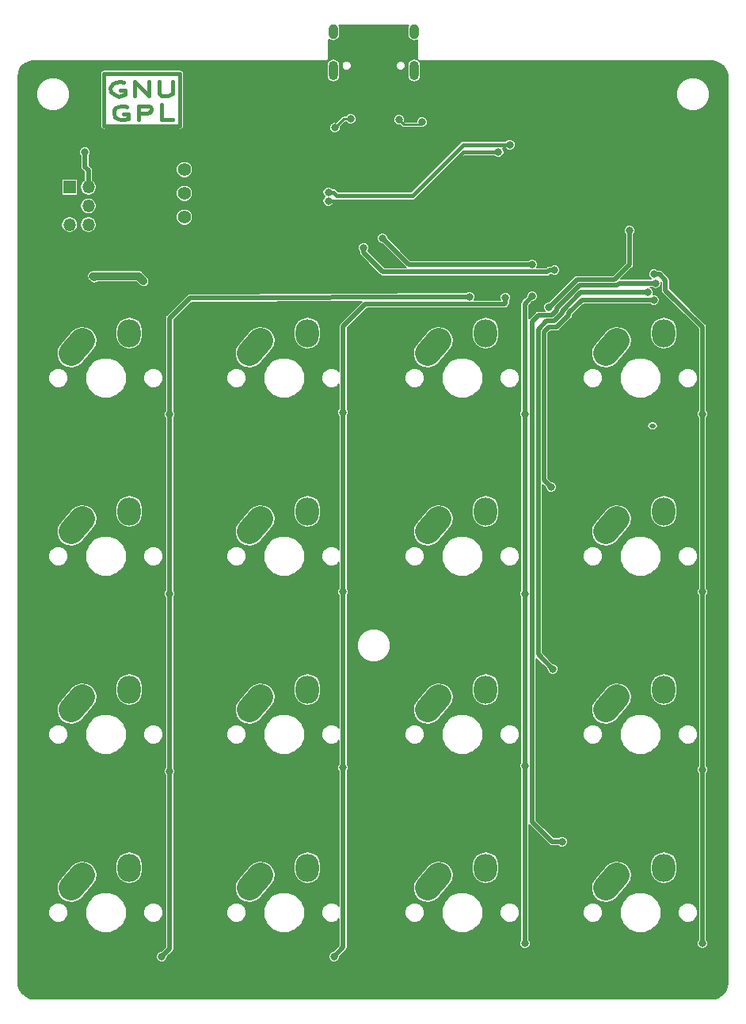
<source format=gbr>
G04 #@! TF.GenerationSoftware,KiCad,Pcbnew,(5.0.2)-1*
G04 #@! TF.CreationDate,2019-10-12T18:51:29+05:30*
G04 #@! TF.ProjectId,steambud_htswp,73746561-6d62-4756-945f-68747377702e,rev?*
G04 #@! TF.SameCoordinates,Original*
G04 #@! TF.FileFunction,Copper,L1,Top*
G04 #@! TF.FilePolarity,Positive*
%FSLAX46Y46*%
G04 Gerber Fmt 4.6, Leading zero omitted, Abs format (unit mm)*
G04 Created by KiCad (PCBNEW (5.0.2)-1) date 10/12/2019 6:51:29 PM*
%MOMM*%
%LPD*%
G01*
G04 APERTURE LIST*
G04 #@! TA.AperFunction,EtchedComponent*
%ADD10C,0.381000*%
G04 #@! TD*
G04 #@! TA.AperFunction,ViaPad*
%ADD11C,0.600000*%
G04 #@! TD*
G04 #@! TA.AperFunction,ComponentPad*
%ADD12O,2.500000X3.000000*%
G04 #@! TD*
G04 #@! TA.AperFunction,ComponentPad*
%ADD13C,2.500000*%
G04 #@! TD*
G04 #@! TA.AperFunction,SMDPad,CuDef*
%ADD14C,2.700000*%
G04 #@! TD*
G04 #@! TA.AperFunction,Conductor*
%ADD15C,2.700000*%
G04 #@! TD*
G04 #@! TA.AperFunction,ComponentPad*
%ADD16O,1.000000X1.600000*%
G04 #@! TD*
G04 #@! TA.AperFunction,ComponentPad*
%ADD17O,1.000000X2.100000*%
G04 #@! TD*
G04 #@! TA.AperFunction,ComponentPad*
%ADD18C,1.397000*%
G04 #@! TD*
G04 #@! TA.AperFunction,ComponentPad*
%ADD19R,1.350000X1.350000*%
G04 #@! TD*
G04 #@! TA.AperFunction,ComponentPad*
%ADD20O,1.350000X1.350000*%
G04 #@! TD*
G04 #@! TA.AperFunction,ViaPad*
%ADD21C,0.800000*%
G04 #@! TD*
G04 #@! TA.AperFunction,Conductor*
%ADD22C,0.508000*%
G04 #@! TD*
G04 #@! TA.AperFunction,Conductor*
%ADD23C,0.381000*%
G04 #@! TD*
G04 #@! TA.AperFunction,Conductor*
%ADD24C,0.250000*%
G04 #@! TD*
G04 #@! TA.AperFunction,Conductor*
%ADD25C,0.812800*%
G04 #@! TD*
G04 #@! TA.AperFunction,Conductor*
%ADD26C,0.130000*%
G04 #@! TD*
G04 APERTURE END LIST*
D10*
G04 #@! TO.C,REF\002A\002A*
X47426000Y-30180000D02*
X47426000Y-24592000D01*
X55554000Y-30180000D02*
X47426000Y-30180000D01*
X55554000Y-24592000D02*
X55554000Y-30180000D01*
X47426000Y-24592000D02*
X55554000Y-24592000D01*
X49689140Y-26339520D02*
X49188760Y-26339520D01*
X49689140Y-26839900D02*
X49689140Y-26339520D01*
X48990640Y-27040560D02*
X49689140Y-26839900D01*
X48490260Y-26839900D02*
X48990640Y-27040560D01*
X48190540Y-26540180D02*
X48490260Y-26839900D01*
X48088940Y-26138860D02*
X48190540Y-26540180D01*
X48289600Y-25740080D02*
X48088940Y-26138860D01*
X48690920Y-25539420D02*
X48289600Y-25740080D01*
X49188760Y-25440360D02*
X48690920Y-25539420D01*
X49491020Y-25539420D02*
X49188760Y-25440360D01*
X52191040Y-26938960D02*
X52191040Y-25440360D01*
X50689900Y-25440360D02*
X52191040Y-26938960D01*
X50689900Y-26938960D02*
X50689900Y-25440360D01*
X54789460Y-26740840D02*
X54789460Y-25440360D01*
X54588800Y-26839900D02*
X54789460Y-26740840D01*
X54289080Y-26938960D02*
X54588800Y-26839900D01*
X53890300Y-26938960D02*
X54289080Y-26938960D01*
X53590580Y-26938960D02*
X53890300Y-26938960D01*
X53290860Y-26740840D02*
X53590580Y-26938960D01*
X53290860Y-25440360D02*
X53290860Y-26740840D01*
X49988860Y-28940480D02*
X49491020Y-28940480D01*
X49988860Y-29440860D02*
X49988860Y-28940480D01*
X49491020Y-29539920D02*
X49988860Y-29440860D01*
X49188760Y-29539920D02*
X49491020Y-29539920D01*
X48889040Y-29440860D02*
X49188760Y-29539920D01*
X48589320Y-29240200D02*
X48889040Y-29440860D01*
X48490260Y-28838880D02*
X48589320Y-29240200D01*
X48490260Y-28539160D02*
X48490260Y-28838880D01*
X48690920Y-28239440D02*
X48490260Y-28539160D01*
X48889040Y-28140380D02*
X48690920Y-28239440D01*
X49188760Y-28038780D02*
X48889040Y-28140380D01*
X49689140Y-28038780D02*
X49188760Y-28038780D01*
X49889800Y-28140380D02*
X49689140Y-28038780D01*
X51990380Y-28838880D02*
X51091220Y-28838880D01*
X52290100Y-28739820D02*
X51990380Y-28838880D01*
X52490760Y-28539160D02*
X52290100Y-28739820D01*
X52490760Y-28341040D02*
X52490760Y-28539160D01*
X52389160Y-28140380D02*
X52490760Y-28341040D01*
X52191040Y-28038780D02*
X52389160Y-28140380D01*
X51990380Y-28038780D02*
X52191040Y-28038780D01*
X51091220Y-28038780D02*
X51990380Y-28038780D01*
X51091220Y-29539920D02*
X51091220Y-28038780D01*
X53590580Y-29539920D02*
X54789460Y-29539920D01*
X53590580Y-27939720D02*
X53590580Y-29539920D01*
G04 #@! TD*
D11*
G04 #@! TO.N,GND*
G04 #@! TO.C,REF\002A\002A*
X91800000Y-48400000D03*
G04 #@! TD*
G04 #@! TO.N,GND*
G04 #@! TO.C,REF\002A\002A*
X102600000Y-33800000D03*
G04 #@! TD*
G04 #@! TO.N,GND*
G04 #@! TO.C,REF\002A\002A*
X100000000Y-30600000D03*
G04 #@! TD*
G04 #@! TO.N,GND*
G04 #@! TO.C,REF\002A\002A*
X100200000Y-37800000D03*
G04 #@! TD*
G04 #@! TO.N,GND*
G04 #@! TO.C,REF\002A\002A*
X78800000Y-33000000D03*
G04 #@! TD*
G04 #@! TO.N,GND*
G04 #@! TO.C,REF\002A\002A*
X73800000Y-33000000D03*
G04 #@! TD*
G04 #@! TO.N,GND*
G04 #@! TO.C,REF\002A\002A*
X85000000Y-43000000D03*
G04 #@! TD*
G04 #@! TO.N,GND*
G04 #@! TO.C,REF\002A\002A*
X96625000Y-43450000D03*
G04 #@! TD*
G04 #@! TO.N,GND*
G04 #@! TO.C,REF\002A\002A*
X92800000Y-43400000D03*
G04 #@! TD*
D12*
G04 #@! TO.P,SW12,1*
G04 #@! TO.N,/ROW1*
X88225000Y-71400000D03*
D13*
G04 #@! TO.P,SW12,2*
G04 #@! TO.N,Net-(D12-Pad2)*
X82025000Y-73600000D03*
X83225000Y-72200000D03*
D14*
X82625000Y-72900000D03*
D15*
G04 #@! TD*
G04 #@! TO.N,Net-(D12-Pad2)*
G04 #@! TO.C,SW12*
X83215453Y-72220761D02*
X82034547Y-73579239D01*
D14*
G04 #@! TO.P,SW0,2*
G04 #@! TO.N,Net-(D0-Pad2)*
X44525000Y-53850000D03*
D15*
G04 #@! TD*
G04 #@! TO.N,Net-(D0-Pad2)*
G04 #@! TO.C,SW0*
X45115453Y-53170761D02*
X43934547Y-54529239D01*
D13*
G04 #@! TO.P,SW0,2*
G04 #@! TO.N,Net-(D0-Pad2)*
X45125000Y-53150000D03*
X43925000Y-54550000D03*
D12*
G04 #@! TO.P,SW0,1*
G04 #@! TO.N,/ROW0*
X50125000Y-52350000D03*
G04 #@! TD*
G04 #@! TO.P,SW20,1*
G04 #@! TO.N,/ROW2*
X50125000Y-90450000D03*
D13*
G04 #@! TO.P,SW20,2*
G04 #@! TO.N,Net-(D20-Pad2)*
X43925000Y-92650000D03*
X45125000Y-91250000D03*
D14*
X44525000Y-91950000D03*
D15*
G04 #@! TD*
G04 #@! TO.N,Net-(D20-Pad2)*
G04 #@! TO.C,SW20*
X45115453Y-91270761D02*
X43934547Y-92629239D01*
D14*
G04 #@! TO.P,SW11,2*
G04 #@! TO.N,Net-(D11-Pad2)*
X63575000Y-72900000D03*
D15*
G04 #@! TD*
G04 #@! TO.N,Net-(D11-Pad2)*
G04 #@! TO.C,SW11*
X64165453Y-72220761D02*
X62984547Y-73579239D01*
D13*
G04 #@! TO.P,SW11,2*
G04 #@! TO.N,Net-(D11-Pad2)*
X64175000Y-72200000D03*
X62975000Y-73600000D03*
D12*
G04 #@! TO.P,SW11,1*
G04 #@! TO.N,/ROW1*
X69175000Y-71400000D03*
G04 #@! TD*
G04 #@! TO.P,SW23,1*
G04 #@! TO.N,/ROW2*
X107275000Y-90450000D03*
D13*
G04 #@! TO.P,SW23,2*
G04 #@! TO.N,Net-(D23-Pad2)*
X101075000Y-92650000D03*
X102275000Y-91250000D03*
D14*
X101675000Y-91950000D03*
D15*
G04 #@! TD*
G04 #@! TO.N,Net-(D23-Pad2)*
G04 #@! TO.C,SW23*
X102265453Y-91270761D02*
X101084547Y-92629239D01*
D14*
G04 #@! TO.P,SW1,2*
G04 #@! TO.N,Net-(D1-Pad2)*
X63575000Y-53850000D03*
D15*
G04 #@! TD*
G04 #@! TO.N,Net-(D1-Pad2)*
G04 #@! TO.C,SW1*
X64165453Y-53170761D02*
X62984547Y-54529239D01*
D13*
G04 #@! TO.P,SW1,2*
G04 #@! TO.N,Net-(D1-Pad2)*
X64175000Y-53150000D03*
X62975000Y-54550000D03*
D12*
G04 #@! TO.P,SW1,1*
G04 #@! TO.N,/ROW0*
X69175000Y-52350000D03*
G04 #@! TD*
D16*
G04 #@! TO.P,USB1,13*
G04 #@! TO.N,Net-(USB1-Pad13)*
X80570000Y-20100000D03*
X71930000Y-20100000D03*
D17*
X80570000Y-24280000D03*
X71930000Y-24280000D03*
G04 #@! TD*
D18*
G04 #@! TO.P,J_OLED1,4*
G04 #@! TO.N,/SDA*
X56000000Y-34880000D03*
G04 #@! TO.P,J_OLED1,3*
G04 #@! TO.N,/SCL*
X56000000Y-37420000D03*
G04 #@! TO.P,J_OLED1,2*
G04 #@! TO.N,VCC*
X56000000Y-39960000D03*
G04 #@! TO.P,J_OLED1,1*
G04 #@! TO.N,GND*
X56000000Y-42500000D03*
G04 #@! TD*
D11*
G04 #@! TO.N,GND*
G04 #@! TO.C,REF\002A\002A*
X76000000Y-21250000D03*
G04 #@! TD*
D19*
G04 #@! TO.P,USBASP1,1*
G04 #@! TO.N,VCC*
X43750000Y-36750000D03*
D20*
G04 #@! TO.P,USBASP1,2*
G04 #@! TO.N,/RST_PRG*
X45750000Y-36750000D03*
G04 #@! TO.P,USBASP1,3*
G04 #@! TO.N,GND*
X43750000Y-38750000D03*
G04 #@! TO.P,USBASP1,4*
G04 #@! TO.N,/MOSI*
X45750000Y-38750000D03*
G04 #@! TO.P,USBASP1,5*
G04 #@! TO.N,/MISO*
X43750000Y-40750000D03*
G04 #@! TO.P,USBASP1,6*
G04 #@! TO.N,/SCLK*
X45750000Y-40750000D03*
G04 #@! TD*
D11*
G04 #@! TO.N,GND*
G04 #@! TO.C,REF\002A\002A*
X92200000Y-39600000D03*
G04 #@! TD*
G04 #@! TO.N,GND*
G04 #@! TO.C,REF\002A\002A*
X109000000Y-54600000D03*
G04 #@! TD*
D12*
G04 #@! TO.P,SW2,1*
G04 #@! TO.N,/ROW0*
X88225000Y-52350000D03*
D13*
G04 #@! TO.P,SW2,2*
G04 #@! TO.N,Net-(D2-Pad2)*
X82025000Y-54550000D03*
X83225000Y-53150000D03*
D14*
X82625000Y-53850000D03*
D15*
G04 #@! TD*
G04 #@! TO.N,Net-(D2-Pad2)*
G04 #@! TO.C,SW2*
X83215453Y-53170761D02*
X82034547Y-54529239D01*
D14*
G04 #@! TO.P,SW3,2*
G04 #@! TO.N,Net-(D3-Pad2)*
X101675000Y-53850000D03*
D15*
G04 #@! TD*
G04 #@! TO.N,Net-(D3-Pad2)*
G04 #@! TO.C,SW3*
X102265453Y-53170761D02*
X101084547Y-54529239D01*
D13*
G04 #@! TO.P,SW3,2*
G04 #@! TO.N,Net-(D3-Pad2)*
X102275000Y-53150000D03*
X101075000Y-54550000D03*
D12*
G04 #@! TO.P,SW3,1*
G04 #@! TO.N,/ROW0*
X107275000Y-52350000D03*
G04 #@! TD*
G04 #@! TO.P,SW10,1*
G04 #@! TO.N,/ROW1*
X50125000Y-71400000D03*
D13*
G04 #@! TO.P,SW10,2*
G04 #@! TO.N,Net-(D10-Pad2)*
X43925000Y-73600000D03*
X45125000Y-72200000D03*
D14*
X44525000Y-72900000D03*
D15*
G04 #@! TD*
G04 #@! TO.N,Net-(D10-Pad2)*
G04 #@! TO.C,SW10*
X45115453Y-72220761D02*
X43934547Y-73579239D01*
D14*
G04 #@! TO.P,SW13,2*
G04 #@! TO.N,Net-(D13-Pad2)*
X101675000Y-72900000D03*
D15*
G04 #@! TD*
G04 #@! TO.N,Net-(D13-Pad2)*
G04 #@! TO.C,SW13*
X102265453Y-72220761D02*
X101084547Y-73579239D01*
D13*
G04 #@! TO.P,SW13,2*
G04 #@! TO.N,Net-(D13-Pad2)*
X102275000Y-72200000D03*
X101075000Y-73600000D03*
D12*
G04 #@! TO.P,SW13,1*
G04 #@! TO.N,/ROW1*
X107275000Y-71400000D03*
G04 #@! TD*
G04 #@! TO.P,SW21,1*
G04 #@! TO.N,/ROW2*
X69175000Y-90450000D03*
D13*
G04 #@! TO.P,SW21,2*
G04 #@! TO.N,Net-(D21-Pad2)*
X62975000Y-92650000D03*
X64175000Y-91250000D03*
D14*
X63575000Y-91950000D03*
D15*
G04 #@! TD*
G04 #@! TO.N,Net-(D21-Pad2)*
G04 #@! TO.C,SW21*
X64165453Y-91270761D02*
X62984547Y-92629239D01*
D14*
G04 #@! TO.P,SW22,2*
G04 #@! TO.N,Net-(D22-Pad2)*
X82625000Y-91950000D03*
D15*
G04 #@! TD*
G04 #@! TO.N,Net-(D22-Pad2)*
G04 #@! TO.C,SW22*
X83215453Y-91270761D02*
X82034547Y-92629239D01*
D13*
G04 #@! TO.P,SW22,2*
G04 #@! TO.N,Net-(D22-Pad2)*
X83225000Y-91250000D03*
X82025000Y-92650000D03*
D12*
G04 #@! TO.P,SW22,1*
G04 #@! TO.N,/ROW2*
X88225000Y-90450000D03*
G04 #@! TD*
D14*
G04 #@! TO.P,SW30,2*
G04 #@! TO.N,Net-(D30-Pad2)*
X44525000Y-111000000D03*
D15*
G04 #@! TD*
G04 #@! TO.N,Net-(D30-Pad2)*
G04 #@! TO.C,SW30*
X45115453Y-110320761D02*
X43934547Y-111679239D01*
D13*
G04 #@! TO.P,SW30,2*
G04 #@! TO.N,Net-(D30-Pad2)*
X45125000Y-110300000D03*
X43925000Y-111700000D03*
D12*
G04 #@! TO.P,SW30,1*
G04 #@! TO.N,/ROW3*
X50125000Y-109500000D03*
G04 #@! TD*
G04 #@! TO.P,SW31,1*
G04 #@! TO.N,/ROW3*
X69175000Y-109500000D03*
D13*
G04 #@! TO.P,SW31,2*
G04 #@! TO.N,Net-(D31-Pad2)*
X62975000Y-111700000D03*
X64175000Y-110300000D03*
D14*
X63575000Y-111000000D03*
D15*
G04 #@! TD*
G04 #@! TO.N,Net-(D31-Pad2)*
G04 #@! TO.C,SW31*
X64165453Y-110320761D02*
X62984547Y-111679239D01*
D14*
G04 #@! TO.P,SW32,2*
G04 #@! TO.N,Net-(D32-Pad2)*
X82625000Y-111000000D03*
D15*
G04 #@! TD*
G04 #@! TO.N,Net-(D32-Pad2)*
G04 #@! TO.C,SW32*
X83215453Y-110320761D02*
X82034547Y-111679239D01*
D13*
G04 #@! TO.P,SW32,2*
G04 #@! TO.N,Net-(D32-Pad2)*
X83225000Y-110300000D03*
X82025000Y-111700000D03*
D12*
G04 #@! TO.P,SW32,1*
G04 #@! TO.N,/ROW3*
X88225000Y-109500000D03*
G04 #@! TD*
G04 #@! TO.P,SW33,1*
G04 #@! TO.N,/ROW3*
X107275000Y-109500000D03*
D13*
G04 #@! TO.P,SW33,2*
G04 #@! TO.N,Net-(D33-Pad2)*
X101075000Y-111700000D03*
X102275000Y-110300000D03*
D14*
X101675000Y-111000000D03*
D15*
G04 #@! TD*
G04 #@! TO.N,Net-(D33-Pad2)*
G04 #@! TO.C,SW33*
X102265453Y-110320761D02*
X101084547Y-111679239D01*
D11*
G04 #@! TO.N,GND*
G04 #@! TO.C,REF\002A\002A*
X76300000Y-31550000D03*
G04 #@! TD*
D21*
G04 #@! TO.N,/COL0*
X54450000Y-80200000D03*
X54450000Y-99200000D03*
X53600000Y-119000000D03*
X54450000Y-61050000D03*
X86500000Y-48454009D03*
G04 #@! TO.N,/COL1*
X73000000Y-98800000D03*
X73000000Y-80000000D03*
X72000000Y-119000000D03*
X73000000Y-60800000D03*
X90354372Y-48554372D03*
G04 #@! TO.N,/COL2*
X93200000Y-48400000D03*
X92400000Y-80200000D03*
X92400000Y-98600000D03*
X92400000Y-117600000D03*
X92400000Y-61000000D03*
G04 #@! TO.N,/COL3*
X111400000Y-80000000D03*
X111400000Y-99000000D03*
X111400000Y-117600000D03*
X111400000Y-61000000D03*
X106224968Y-46034968D03*
G04 #@! TO.N,Net-(IC1-Pad3)*
X75200000Y-43200000D03*
X95600000Y-45600000D03*
G04 #@! TO.N,Net-(IC1-Pad4)*
X77200000Y-42200000D03*
X93200000Y-45000000D03*
G04 #@! TO.N,/ROW3*
X96400000Y-106700000D03*
X106400000Y-47000000D03*
G04 #@! TO.N,/ROW0*
X103600000Y-41400000D03*
X95003908Y-49567392D03*
G04 #@! TO.N,/ROW1*
X95200000Y-68800000D03*
X106200000Y-48800000D03*
G04 #@! TO.N,/ROW2*
X95400000Y-88250000D03*
X105600000Y-48000000D03*
G04 #@! TO.N,/SDA*
X90800000Y-32200000D03*
X71400000Y-37269997D03*
G04 #@! TO.N,/SCL*
X89600000Y-33000000D03*
X71400000Y-38200000D03*
G04 #@! TO.N,/CC1*
X72095000Y-30400000D03*
X73800000Y-29450000D03*
G04 #@! TO.N,/CC2*
X81400000Y-29800000D03*
X78955000Y-29550000D03*
G04 #@! TO.N,/MISO*
X46238010Y-46238010D03*
X51666668Y-46800000D03*
G04 #@! TO.N,/RST_PRG*
X45400000Y-33000000D03*
G04 #@! TD*
D22*
G04 #@! TO.N,/COL0*
X54450000Y-50750000D02*
X56600000Y-48600000D01*
X54450000Y-56500000D02*
X54450000Y-50750000D01*
X54450000Y-80200000D02*
X54450000Y-99200000D01*
X54450000Y-61615685D02*
X54450000Y-80200000D01*
X54450000Y-99200000D02*
X54450000Y-118150000D01*
X54450000Y-118150000D02*
X53600000Y-119000000D01*
X54450000Y-61050000D02*
X54450000Y-61615685D01*
X54450000Y-61050000D02*
X54450000Y-56500000D01*
X56600000Y-48600000D02*
X86500000Y-48454009D01*
G04 #@! TO.N,/COL1*
X73000000Y-58400000D02*
X73000000Y-60800000D01*
X75361991Y-49238009D02*
X73000000Y-51600000D01*
X73000000Y-51600000D02*
X73000000Y-58400000D01*
X73000000Y-98800000D02*
X73000000Y-118000000D01*
X73000000Y-80000000D02*
X73000000Y-98800000D01*
X73000000Y-61365685D02*
X73000000Y-80000000D01*
X73000000Y-118000000D02*
X72000000Y-119000000D01*
X73000000Y-60800000D02*
X73000000Y-61365685D01*
X90236420Y-49238009D02*
X88600000Y-49238009D01*
X90354372Y-49120057D02*
X90236420Y-49238009D01*
X90354372Y-48554372D02*
X90354372Y-49120057D01*
X88600000Y-49238009D02*
X75361991Y-49238009D01*
G04 #@! TO.N,/COL2*
X92400000Y-49200000D02*
X93200000Y-48400000D01*
X92400000Y-60434315D02*
X92400000Y-49200000D01*
X92400000Y-61000000D02*
X92400000Y-60434315D01*
X92400000Y-80200000D02*
X92400000Y-98600000D01*
X92400000Y-61000000D02*
X92400000Y-80200000D01*
X92400000Y-98600000D02*
X92400000Y-117600000D01*
G04 #@! TO.N,/COL3*
X111400000Y-80000000D02*
X111400000Y-99000000D01*
X111400000Y-61565685D02*
X111400000Y-80000000D01*
X111400000Y-99000000D02*
X111400000Y-117600000D01*
X111400000Y-61000000D02*
X111400000Y-61565685D01*
X105975000Y-62250000D02*
X106175000Y-62250000D01*
X106790653Y-46034968D02*
X107450000Y-46694315D01*
X106224968Y-46034968D02*
X106790653Y-46034968D01*
X107450000Y-46694315D02*
X107450000Y-47770000D01*
X111400000Y-51720000D02*
X111400000Y-61000000D01*
X107450000Y-47770000D02*
X111400000Y-51720000D01*
G04 #@! TO.N,Net-(IC1-Pad3)*
X77234315Y-45800000D02*
X94834315Y-45800000D01*
X94834315Y-45800000D02*
X95034315Y-45600000D01*
X95034315Y-45600000D02*
X95600000Y-45600000D01*
X75200000Y-43200000D02*
X75200000Y-43765685D01*
X75200000Y-43765685D02*
X77234315Y-45800000D01*
G04 #@! TO.N,Net-(IC1-Pad4)*
X80000000Y-45000000D02*
X77200000Y-42200000D01*
X93200000Y-45000000D02*
X80000000Y-45000000D01*
G04 #@! TO.N,/ROW3*
X102502282Y-47000000D02*
X106400000Y-47000000D01*
X102264272Y-47238010D02*
X102502282Y-47000000D01*
X98264272Y-47238010D02*
X102264272Y-47238010D01*
X95800000Y-49702282D02*
X98264272Y-47238010D01*
X95800000Y-49931622D02*
X95800000Y-49702282D01*
X95300000Y-106700000D02*
X93200000Y-104600000D01*
X96400000Y-106700000D02*
X95300000Y-106700000D01*
X93200000Y-104600000D02*
X93200000Y-51080000D01*
X93200000Y-51080000D02*
X93860000Y-50420000D01*
X93860000Y-50420000D02*
X95311622Y-50420000D01*
X95311622Y-50420000D02*
X95800000Y-49931622D01*
G04 #@! TO.N,/ROW0*
X103600000Y-41400000D02*
X103600000Y-45000000D01*
X95032608Y-49567392D02*
X95003908Y-49567392D01*
X103600000Y-45000000D02*
X102000000Y-46600000D01*
X102000000Y-46600000D02*
X98000000Y-46600000D01*
X98000000Y-46600000D02*
X95032608Y-49567392D01*
G04 #@! TO.N,/ROW1*
X98736186Y-48800000D02*
X106200000Y-48800000D01*
X98506846Y-48800000D02*
X98736186Y-48800000D01*
X95200000Y-68800000D02*
X94476020Y-68076020D01*
X97100000Y-50206846D02*
X98506846Y-48800000D01*
X94476020Y-68076020D02*
X94476020Y-52223980D01*
X94476020Y-52223980D02*
X95003981Y-51696019D01*
X95003981Y-51696019D02*
X95840168Y-51696018D01*
X95840168Y-51696018D02*
X97100000Y-50436186D01*
X97100000Y-50436186D02*
X97100000Y-50206846D01*
G04 #@! TO.N,/ROW2*
X93838010Y-86688010D02*
X95400000Y-88250000D01*
X93838010Y-51951990D02*
X93838010Y-86688010D01*
X98404564Y-48000000D02*
X96438010Y-49966554D01*
X96438010Y-49966554D02*
X96438009Y-50195895D01*
X96438009Y-50195895D02*
X95575895Y-51058009D01*
X105600000Y-48000000D02*
X98404564Y-48000000D01*
X95575895Y-51058009D02*
X94731991Y-51058009D01*
X94731991Y-51058009D02*
X93838010Y-51951990D01*
D23*
G04 #@! TO.N,/SDA*
X85800000Y-32200000D02*
X90800000Y-32200000D01*
X80400000Y-37600000D02*
X85800000Y-32200000D01*
X71400000Y-37269997D02*
X71536339Y-37269997D01*
X71536339Y-37269997D02*
X71606336Y-37200000D01*
X71965685Y-37269997D02*
X72295688Y-37600000D01*
X71400000Y-37269997D02*
X71965685Y-37269997D01*
X72295688Y-37600000D02*
X80400000Y-37600000D01*
G04 #@! TO.N,/SCL*
X80600000Y-38200000D02*
X85800000Y-33000000D01*
X71400000Y-38200000D02*
X80600000Y-38200000D01*
X85800000Y-33000000D02*
X86200000Y-33000000D01*
X86200000Y-33000000D02*
X89600000Y-33000000D01*
D24*
G04 #@! TO.N,/CC1*
X73045000Y-29450000D02*
X72095000Y-30400000D01*
X73800000Y-29450000D02*
X73045000Y-29450000D01*
G04 #@! TO.N,/CC2*
X81150000Y-30050000D02*
X81400000Y-29800000D01*
X79455000Y-30050000D02*
X81150000Y-30050000D01*
X78955000Y-29550000D02*
X79455000Y-30050000D01*
D25*
G04 #@! TO.N,/MISO*
X46390410Y-46390410D02*
X46238010Y-46238010D01*
X46238010Y-46238010D02*
X51104678Y-46238010D01*
X51104678Y-46238010D02*
X51666668Y-46800000D01*
D22*
G04 #@! TO.N,/RST_PRG*
X45750000Y-36750000D02*
X45750000Y-34950000D01*
X45750000Y-34950000D02*
X45400000Y-34600000D01*
X45400000Y-34600000D02*
X45400000Y-33000000D01*
G04 #@! TD*
D26*
G04 #@! TO.N,GND*
G36*
X79915325Y-19528826D02*
X79875000Y-19731554D01*
X79875000Y-20468447D01*
X79915325Y-20671175D01*
X80068935Y-20901066D01*
X80298826Y-21054675D01*
X80570000Y-21108615D01*
X80841175Y-21054675D01*
X80930000Y-20995323D01*
X80930001Y-22973405D01*
X80924711Y-23000000D01*
X80945666Y-23105349D01*
X80993704Y-23177243D01*
X80841174Y-23075325D01*
X80570000Y-23021385D01*
X80298825Y-23075325D01*
X80068934Y-23228935D01*
X79915325Y-23458826D01*
X79875000Y-23661554D01*
X79875001Y-24898447D01*
X79915326Y-25101175D01*
X80068935Y-25331066D01*
X80298826Y-25484675D01*
X80570000Y-25538615D01*
X80841175Y-25484675D01*
X81071066Y-25331066D01*
X81224675Y-25101175D01*
X81265000Y-24898447D01*
X81265000Y-23661553D01*
X81224675Y-23458825D01*
X81082702Y-23246350D01*
X81094651Y-23254334D01*
X81173410Y-23270000D01*
X81200000Y-23275289D01*
X81226590Y-23270000D01*
X112380766Y-23270000D01*
X112884780Y-23342180D01*
X113330591Y-23544879D01*
X113701588Y-23864551D01*
X113967953Y-24275502D01*
X114110948Y-24753641D01*
X114130001Y-25010038D01*
X114130000Y-121780766D01*
X114057820Y-122284781D01*
X113855122Y-122730591D01*
X113535449Y-123101588D01*
X113124498Y-123367953D01*
X112646359Y-123510948D01*
X112389976Y-123530000D01*
X40019234Y-123530000D01*
X39515219Y-123457820D01*
X39069409Y-123255122D01*
X38698412Y-122935449D01*
X38432047Y-122524498D01*
X38289052Y-122046359D01*
X38270000Y-121789976D01*
X38270000Y-118881647D01*
X53005000Y-118881647D01*
X53005000Y-119118353D01*
X53095583Y-119337041D01*
X53262959Y-119504417D01*
X53481647Y-119595000D01*
X53718353Y-119595000D01*
X53937041Y-119504417D01*
X54104417Y-119337041D01*
X54195000Y-119118353D01*
X54195000Y-119039981D01*
X54736221Y-118498761D01*
X54773711Y-118473711D01*
X54872948Y-118325191D01*
X54899000Y-118194220D01*
X54907796Y-118150000D01*
X54899000Y-118105780D01*
X54899000Y-114091958D01*
X60549100Y-114091958D01*
X60549100Y-114508042D01*
X60708329Y-114892455D01*
X61002545Y-115186671D01*
X61386958Y-115345900D01*
X61803042Y-115345900D01*
X62187455Y-115186671D01*
X62481671Y-114892455D01*
X62640900Y-114508042D01*
X62640900Y-114091958D01*
X62546726Y-113864601D01*
X64486100Y-113864601D01*
X64486100Y-114735399D01*
X64819340Y-115539912D01*
X65435088Y-116155660D01*
X66239601Y-116488900D01*
X67110399Y-116488900D01*
X67914912Y-116155660D01*
X68530660Y-115539912D01*
X68863900Y-114735399D01*
X68863900Y-113864601D01*
X68530660Y-113060088D01*
X67914912Y-112444340D01*
X67110399Y-112111100D01*
X66239601Y-112111100D01*
X65435088Y-112444340D01*
X64819340Y-113060088D01*
X64486100Y-113864601D01*
X62546726Y-113864601D01*
X62481671Y-113707545D01*
X62187455Y-113413329D01*
X61803042Y-113254100D01*
X61386958Y-113254100D01*
X61002545Y-113413329D01*
X60708329Y-113707545D01*
X60549100Y-114091958D01*
X54899000Y-114091958D01*
X54899000Y-111789124D01*
X61413116Y-111789124D01*
X61574786Y-112382120D01*
X61951079Y-112868109D01*
X62484708Y-113173103D01*
X63094432Y-113250670D01*
X63687428Y-113089000D01*
X64050742Y-112807692D01*
X65431310Y-111219530D01*
X65659316Y-110820601D01*
X65736883Y-110210876D01*
X65575214Y-109617880D01*
X65198921Y-109131892D01*
X65156561Y-109107681D01*
X67730000Y-109107681D01*
X67730000Y-109892318D01*
X67813840Y-110313810D01*
X68133213Y-110791786D01*
X68611189Y-111111160D01*
X69175000Y-111223309D01*
X69738810Y-111111160D01*
X70216786Y-110791787D01*
X70536160Y-110313811D01*
X70620000Y-109892319D01*
X70620000Y-109107682D01*
X70536160Y-108686189D01*
X70216787Y-108208213D01*
X69738811Y-107888840D01*
X69175000Y-107776691D01*
X68611190Y-107888840D01*
X68133214Y-108208213D01*
X67813840Y-108686189D01*
X67730000Y-109107681D01*
X65156561Y-109107681D01*
X64665292Y-108826898D01*
X64055566Y-108749331D01*
X63462570Y-108911000D01*
X63099257Y-109192308D01*
X61718690Y-110780471D01*
X61490683Y-111179400D01*
X61413116Y-111789124D01*
X54899000Y-111789124D01*
X54899000Y-99592458D01*
X54954417Y-99537041D01*
X55045000Y-99318353D01*
X55045000Y-99081647D01*
X54954417Y-98862959D01*
X54899000Y-98807542D01*
X54899000Y-95041958D01*
X60549100Y-95041958D01*
X60549100Y-95458042D01*
X60708329Y-95842455D01*
X61002545Y-96136671D01*
X61386958Y-96295900D01*
X61803042Y-96295900D01*
X62187455Y-96136671D01*
X62481671Y-95842455D01*
X62640900Y-95458042D01*
X62640900Y-95041958D01*
X62546726Y-94814601D01*
X64486100Y-94814601D01*
X64486100Y-95685399D01*
X64819340Y-96489912D01*
X65435088Y-97105660D01*
X66239601Y-97438900D01*
X67110399Y-97438900D01*
X67914912Y-97105660D01*
X68530660Y-96489912D01*
X68863900Y-95685399D01*
X68863900Y-94814601D01*
X68530660Y-94010088D01*
X67914912Y-93394340D01*
X67110399Y-93061100D01*
X66239601Y-93061100D01*
X65435088Y-93394340D01*
X64819340Y-94010088D01*
X64486100Y-94814601D01*
X62546726Y-94814601D01*
X62481671Y-94657545D01*
X62187455Y-94363329D01*
X61803042Y-94204100D01*
X61386958Y-94204100D01*
X61002545Y-94363329D01*
X60708329Y-94657545D01*
X60549100Y-95041958D01*
X54899000Y-95041958D01*
X54899000Y-92739124D01*
X61413116Y-92739124D01*
X61574786Y-93332120D01*
X61951079Y-93818109D01*
X62484708Y-94123103D01*
X63094432Y-94200670D01*
X63687428Y-94039000D01*
X64050742Y-93757692D01*
X65431310Y-92169530D01*
X65659316Y-91770601D01*
X65736883Y-91160876D01*
X65575214Y-90567880D01*
X65198921Y-90081892D01*
X65156561Y-90057681D01*
X67730000Y-90057681D01*
X67730000Y-90842318D01*
X67813840Y-91263810D01*
X68133213Y-91741786D01*
X68611189Y-92061160D01*
X69175000Y-92173309D01*
X69738810Y-92061160D01*
X70216786Y-91741787D01*
X70536160Y-91263811D01*
X70620000Y-90842319D01*
X70620000Y-90057682D01*
X70536160Y-89636189D01*
X70216787Y-89158213D01*
X69738811Y-88838840D01*
X69175000Y-88726691D01*
X68611190Y-88838840D01*
X68133214Y-89158213D01*
X67813840Y-89636189D01*
X67730000Y-90057681D01*
X65156561Y-90057681D01*
X64665292Y-89776898D01*
X64055566Y-89699331D01*
X63462570Y-89861000D01*
X63099257Y-90142308D01*
X61718690Y-91730471D01*
X61490683Y-92129400D01*
X61413116Y-92739124D01*
X54899000Y-92739124D01*
X54899000Y-80592458D01*
X54954417Y-80537041D01*
X55045000Y-80318353D01*
X55045000Y-80081647D01*
X54954417Y-79862959D01*
X54899000Y-79807542D01*
X54899000Y-75991958D01*
X60549100Y-75991958D01*
X60549100Y-76408042D01*
X60708329Y-76792455D01*
X61002545Y-77086671D01*
X61386958Y-77245900D01*
X61803042Y-77245900D01*
X62187455Y-77086671D01*
X62481671Y-76792455D01*
X62640900Y-76408042D01*
X62640900Y-75991958D01*
X62546726Y-75764601D01*
X64486100Y-75764601D01*
X64486100Y-76635399D01*
X64819340Y-77439912D01*
X65435088Y-78055660D01*
X66239601Y-78388900D01*
X67110399Y-78388900D01*
X67914912Y-78055660D01*
X68530660Y-77439912D01*
X68863900Y-76635399D01*
X68863900Y-75764601D01*
X68530660Y-74960088D01*
X67914912Y-74344340D01*
X67110399Y-74011100D01*
X66239601Y-74011100D01*
X65435088Y-74344340D01*
X64819340Y-74960088D01*
X64486100Y-75764601D01*
X62546726Y-75764601D01*
X62481671Y-75607545D01*
X62187455Y-75313329D01*
X61803042Y-75154100D01*
X61386958Y-75154100D01*
X61002545Y-75313329D01*
X60708329Y-75607545D01*
X60549100Y-75991958D01*
X54899000Y-75991958D01*
X54899000Y-73689124D01*
X61413116Y-73689124D01*
X61574786Y-74282120D01*
X61951079Y-74768109D01*
X62484708Y-75073103D01*
X63094432Y-75150670D01*
X63687428Y-74989000D01*
X64050742Y-74707692D01*
X65431310Y-73119530D01*
X65659316Y-72720601D01*
X65736883Y-72110876D01*
X65575214Y-71517880D01*
X65198921Y-71031892D01*
X65156561Y-71007681D01*
X67730000Y-71007681D01*
X67730000Y-71792318D01*
X67813840Y-72213810D01*
X68133213Y-72691786D01*
X68611189Y-73011160D01*
X69175000Y-73123309D01*
X69738810Y-73011160D01*
X70216786Y-72691787D01*
X70536160Y-72213811D01*
X70620000Y-71792319D01*
X70620000Y-71007682D01*
X70536160Y-70586189D01*
X70216787Y-70108213D01*
X69738811Y-69788840D01*
X69175000Y-69676691D01*
X68611190Y-69788840D01*
X68133214Y-70108213D01*
X67813840Y-70586189D01*
X67730000Y-71007681D01*
X65156561Y-71007681D01*
X64665292Y-70726898D01*
X64055566Y-70649331D01*
X63462570Y-70811000D01*
X63099257Y-71092308D01*
X61718690Y-72680471D01*
X61490683Y-73079400D01*
X61413116Y-73689124D01*
X54899000Y-73689124D01*
X54899000Y-61442458D01*
X54954417Y-61387041D01*
X55045000Y-61168353D01*
X55045000Y-60931647D01*
X54954417Y-60712959D01*
X54899000Y-60657542D01*
X54899000Y-56941958D01*
X60549100Y-56941958D01*
X60549100Y-57358042D01*
X60708329Y-57742455D01*
X61002545Y-58036671D01*
X61386958Y-58195900D01*
X61803042Y-58195900D01*
X62187455Y-58036671D01*
X62481671Y-57742455D01*
X62640900Y-57358042D01*
X62640900Y-56941958D01*
X62546726Y-56714601D01*
X64486100Y-56714601D01*
X64486100Y-57585399D01*
X64819340Y-58389912D01*
X65435088Y-59005660D01*
X66239601Y-59338900D01*
X67110399Y-59338900D01*
X67914912Y-59005660D01*
X68530660Y-58389912D01*
X68863900Y-57585399D01*
X68863900Y-56714601D01*
X68530660Y-55910088D01*
X67914912Y-55294340D01*
X67110399Y-54961100D01*
X66239601Y-54961100D01*
X65435088Y-55294340D01*
X64819340Y-55910088D01*
X64486100Y-56714601D01*
X62546726Y-56714601D01*
X62481671Y-56557545D01*
X62187455Y-56263329D01*
X61803042Y-56104100D01*
X61386958Y-56104100D01*
X61002545Y-56263329D01*
X60708329Y-56557545D01*
X60549100Y-56941958D01*
X54899000Y-56941958D01*
X54899000Y-54639124D01*
X61413116Y-54639124D01*
X61574786Y-55232120D01*
X61951079Y-55718109D01*
X62484708Y-56023103D01*
X63094432Y-56100670D01*
X63687428Y-55939000D01*
X64050742Y-55657692D01*
X65431310Y-54069530D01*
X65659316Y-53670601D01*
X65736883Y-53060876D01*
X65575214Y-52467880D01*
X65198921Y-51981892D01*
X65156561Y-51957681D01*
X67730000Y-51957681D01*
X67730000Y-52742318D01*
X67813840Y-53163810D01*
X68133213Y-53641786D01*
X68611189Y-53961160D01*
X69175000Y-54073309D01*
X69738810Y-53961160D01*
X70216786Y-53641787D01*
X70536160Y-53163811D01*
X70620000Y-52742319D01*
X70620000Y-51957682D01*
X70536160Y-51536189D01*
X70216787Y-51058213D01*
X69738811Y-50738840D01*
X69175000Y-50626691D01*
X68611190Y-50738840D01*
X68133214Y-51058213D01*
X67813840Y-51536189D01*
X67730000Y-51957681D01*
X65156561Y-51957681D01*
X64665292Y-51676898D01*
X64055566Y-51599331D01*
X63462570Y-51761000D01*
X63099257Y-52042308D01*
X61718690Y-53630471D01*
X61490683Y-54029400D01*
X61413116Y-54639124D01*
X54899000Y-54639124D01*
X54899000Y-50935981D01*
X56786890Y-49048092D01*
X75005883Y-48959135D01*
X72713781Y-51251238D01*
X72676289Y-51276289D01*
X72589107Y-51406768D01*
X72577052Y-51424810D01*
X72542204Y-51600000D01*
X72551000Y-51644220D01*
X72551001Y-56466875D01*
X72347455Y-56263329D01*
X71963042Y-56104100D01*
X71546958Y-56104100D01*
X71162545Y-56263329D01*
X70868329Y-56557545D01*
X70709100Y-56941958D01*
X70709100Y-57358042D01*
X70868329Y-57742455D01*
X71162545Y-58036671D01*
X71546958Y-58195900D01*
X71963042Y-58195900D01*
X72347455Y-58036671D01*
X72551001Y-57833125D01*
X72551001Y-58355776D01*
X72551000Y-58355781D01*
X72551001Y-60407541D01*
X72495583Y-60462959D01*
X72405000Y-60681647D01*
X72405000Y-60918353D01*
X72495583Y-61137041D01*
X72551001Y-61192459D01*
X72551001Y-61321462D01*
X72551000Y-61321466D01*
X72551001Y-75516875D01*
X72347455Y-75313329D01*
X71963042Y-75154100D01*
X71546958Y-75154100D01*
X71162545Y-75313329D01*
X70868329Y-75607545D01*
X70709100Y-75991958D01*
X70709100Y-76408042D01*
X70868329Y-76792455D01*
X71162545Y-77086671D01*
X71546958Y-77245900D01*
X71963042Y-77245900D01*
X72347455Y-77086671D01*
X72551001Y-76883125D01*
X72551001Y-79607541D01*
X72495583Y-79662959D01*
X72405000Y-79881647D01*
X72405000Y-80118353D01*
X72495583Y-80337041D01*
X72551000Y-80392458D01*
X72551001Y-94566875D01*
X72347455Y-94363329D01*
X71963042Y-94204100D01*
X71546958Y-94204100D01*
X71162545Y-94363329D01*
X70868329Y-94657545D01*
X70709100Y-95041958D01*
X70709100Y-95458042D01*
X70868329Y-95842455D01*
X71162545Y-96136671D01*
X71546958Y-96295900D01*
X71963042Y-96295900D01*
X72347455Y-96136671D01*
X72551001Y-95933125D01*
X72551001Y-98407541D01*
X72495583Y-98462959D01*
X72405000Y-98681647D01*
X72405000Y-98918353D01*
X72495583Y-99137041D01*
X72551000Y-99192458D01*
X72551001Y-113616875D01*
X72347455Y-113413329D01*
X71963042Y-113254100D01*
X71546958Y-113254100D01*
X71162545Y-113413329D01*
X70868329Y-113707545D01*
X70709100Y-114091958D01*
X70709100Y-114508042D01*
X70868329Y-114892455D01*
X71162545Y-115186671D01*
X71546958Y-115345900D01*
X71963042Y-115345900D01*
X72347455Y-115186671D01*
X72551001Y-114983125D01*
X72551001Y-117814017D01*
X71960019Y-118405000D01*
X71881647Y-118405000D01*
X71662959Y-118495583D01*
X71495583Y-118662959D01*
X71405000Y-118881647D01*
X71405000Y-119118353D01*
X71495583Y-119337041D01*
X71662959Y-119504417D01*
X71881647Y-119595000D01*
X72118353Y-119595000D01*
X72337041Y-119504417D01*
X72504417Y-119337041D01*
X72595000Y-119118353D01*
X72595000Y-119039981D01*
X73286221Y-118348760D01*
X73323711Y-118323711D01*
X73422948Y-118175191D01*
X73449000Y-118044220D01*
X73457796Y-118000000D01*
X73449000Y-117955780D01*
X73449000Y-114091958D01*
X79599100Y-114091958D01*
X79599100Y-114508042D01*
X79758329Y-114892455D01*
X80052545Y-115186671D01*
X80436958Y-115345900D01*
X80853042Y-115345900D01*
X81237455Y-115186671D01*
X81531671Y-114892455D01*
X81690900Y-114508042D01*
X81690900Y-114091958D01*
X81596726Y-113864601D01*
X83536100Y-113864601D01*
X83536100Y-114735399D01*
X83869340Y-115539912D01*
X84485088Y-116155660D01*
X85289601Y-116488900D01*
X86160399Y-116488900D01*
X86964912Y-116155660D01*
X87580660Y-115539912D01*
X87913900Y-114735399D01*
X87913900Y-114091958D01*
X89759100Y-114091958D01*
X89759100Y-114508042D01*
X89918329Y-114892455D01*
X90212545Y-115186671D01*
X90596958Y-115345900D01*
X91013042Y-115345900D01*
X91397455Y-115186671D01*
X91691671Y-114892455D01*
X91850900Y-114508042D01*
X91850900Y-114091958D01*
X91691671Y-113707545D01*
X91397455Y-113413329D01*
X91013042Y-113254100D01*
X90596958Y-113254100D01*
X90212545Y-113413329D01*
X89918329Y-113707545D01*
X89759100Y-114091958D01*
X87913900Y-114091958D01*
X87913900Y-113864601D01*
X87580660Y-113060088D01*
X86964912Y-112444340D01*
X86160399Y-112111100D01*
X85289601Y-112111100D01*
X84485088Y-112444340D01*
X83869340Y-113060088D01*
X83536100Y-113864601D01*
X81596726Y-113864601D01*
X81531671Y-113707545D01*
X81237455Y-113413329D01*
X80853042Y-113254100D01*
X80436958Y-113254100D01*
X80052545Y-113413329D01*
X79758329Y-113707545D01*
X79599100Y-114091958D01*
X73449000Y-114091958D01*
X73449000Y-111789124D01*
X80463116Y-111789124D01*
X80624786Y-112382120D01*
X81001079Y-112868109D01*
X81534708Y-113173103D01*
X82144432Y-113250670D01*
X82737428Y-113089000D01*
X83100742Y-112807692D01*
X84481310Y-111219530D01*
X84709316Y-110820601D01*
X84786883Y-110210876D01*
X84625214Y-109617880D01*
X84248921Y-109131892D01*
X84206561Y-109107681D01*
X86780000Y-109107681D01*
X86780000Y-109892318D01*
X86863840Y-110313810D01*
X87183213Y-110791786D01*
X87661189Y-111111160D01*
X88225000Y-111223309D01*
X88788810Y-111111160D01*
X89266786Y-110791787D01*
X89586160Y-110313811D01*
X89670000Y-109892319D01*
X89670000Y-109107682D01*
X89586160Y-108686189D01*
X89266787Y-108208213D01*
X88788811Y-107888840D01*
X88225000Y-107776691D01*
X87661190Y-107888840D01*
X87183214Y-108208213D01*
X86863840Y-108686189D01*
X86780000Y-109107681D01*
X84206561Y-109107681D01*
X83715292Y-108826898D01*
X83105566Y-108749331D01*
X82512570Y-108911000D01*
X82149257Y-109192308D01*
X80768690Y-110780471D01*
X80540683Y-111179400D01*
X80463116Y-111789124D01*
X73449000Y-111789124D01*
X73449000Y-99192458D01*
X73504417Y-99137041D01*
X73595000Y-98918353D01*
X73595000Y-98681647D01*
X73504417Y-98462959D01*
X73449000Y-98407542D01*
X73449000Y-95041958D01*
X79599100Y-95041958D01*
X79599100Y-95458042D01*
X79758329Y-95842455D01*
X80052545Y-96136671D01*
X80436958Y-96295900D01*
X80853042Y-96295900D01*
X81237455Y-96136671D01*
X81531671Y-95842455D01*
X81690900Y-95458042D01*
X81690900Y-95041958D01*
X81596726Y-94814601D01*
X83536100Y-94814601D01*
X83536100Y-95685399D01*
X83869340Y-96489912D01*
X84485088Y-97105660D01*
X85289601Y-97438900D01*
X86160399Y-97438900D01*
X86964912Y-97105660D01*
X87580660Y-96489912D01*
X87913900Y-95685399D01*
X87913900Y-95041958D01*
X89759100Y-95041958D01*
X89759100Y-95458042D01*
X89918329Y-95842455D01*
X90212545Y-96136671D01*
X90596958Y-96295900D01*
X91013042Y-96295900D01*
X91397455Y-96136671D01*
X91691671Y-95842455D01*
X91850900Y-95458042D01*
X91850900Y-95041958D01*
X91691671Y-94657545D01*
X91397455Y-94363329D01*
X91013042Y-94204100D01*
X90596958Y-94204100D01*
X90212545Y-94363329D01*
X89918329Y-94657545D01*
X89759100Y-95041958D01*
X87913900Y-95041958D01*
X87913900Y-94814601D01*
X87580660Y-94010088D01*
X86964912Y-93394340D01*
X86160399Y-93061100D01*
X85289601Y-93061100D01*
X84485088Y-93394340D01*
X83869340Y-94010088D01*
X83536100Y-94814601D01*
X81596726Y-94814601D01*
X81531671Y-94657545D01*
X81237455Y-94363329D01*
X80853042Y-94204100D01*
X80436958Y-94204100D01*
X80052545Y-94363329D01*
X79758329Y-94657545D01*
X79599100Y-95041958D01*
X73449000Y-95041958D01*
X73449000Y-92739124D01*
X80463116Y-92739124D01*
X80624786Y-93332120D01*
X81001079Y-93818109D01*
X81534708Y-94123103D01*
X82144432Y-94200670D01*
X82737428Y-94039000D01*
X83100742Y-93757692D01*
X84481310Y-92169530D01*
X84709316Y-91770601D01*
X84786883Y-91160876D01*
X84625214Y-90567880D01*
X84248921Y-90081892D01*
X84206561Y-90057681D01*
X86780000Y-90057681D01*
X86780000Y-90842318D01*
X86863840Y-91263810D01*
X87183213Y-91741786D01*
X87661189Y-92061160D01*
X88225000Y-92173309D01*
X88788810Y-92061160D01*
X89266786Y-91741787D01*
X89586160Y-91263811D01*
X89670000Y-90842319D01*
X89670000Y-90057682D01*
X89586160Y-89636189D01*
X89266787Y-89158213D01*
X88788811Y-88838840D01*
X88225000Y-88726691D01*
X87661190Y-88838840D01*
X87183214Y-89158213D01*
X86863840Y-89636189D01*
X86780000Y-90057681D01*
X84206561Y-90057681D01*
X83715292Y-89776898D01*
X83105566Y-89699331D01*
X82512570Y-89861000D01*
X82149257Y-90142308D01*
X80768690Y-91730471D01*
X80540683Y-92129400D01*
X80463116Y-92739124D01*
X73449000Y-92739124D01*
X73449000Y-85392952D01*
X74455000Y-85392952D01*
X74455000Y-86107048D01*
X74728273Y-86766786D01*
X75233214Y-87271727D01*
X75892952Y-87545000D01*
X76607048Y-87545000D01*
X77266786Y-87271727D01*
X77771727Y-86766786D01*
X78045000Y-86107048D01*
X78045000Y-85392952D01*
X77771727Y-84733214D01*
X77266786Y-84228273D01*
X76607048Y-83955000D01*
X75892952Y-83955000D01*
X75233214Y-84228273D01*
X74728273Y-84733214D01*
X74455000Y-85392952D01*
X73449000Y-85392952D01*
X73449000Y-80392458D01*
X73504417Y-80337041D01*
X73595000Y-80118353D01*
X73595000Y-79881647D01*
X73504417Y-79662959D01*
X73449000Y-79607542D01*
X73449000Y-75991958D01*
X79599100Y-75991958D01*
X79599100Y-76408042D01*
X79758329Y-76792455D01*
X80052545Y-77086671D01*
X80436958Y-77245900D01*
X80853042Y-77245900D01*
X81237455Y-77086671D01*
X81531671Y-76792455D01*
X81690900Y-76408042D01*
X81690900Y-75991958D01*
X81596726Y-75764601D01*
X83536100Y-75764601D01*
X83536100Y-76635399D01*
X83869340Y-77439912D01*
X84485088Y-78055660D01*
X85289601Y-78388900D01*
X86160399Y-78388900D01*
X86964912Y-78055660D01*
X87580660Y-77439912D01*
X87913900Y-76635399D01*
X87913900Y-75991958D01*
X89759100Y-75991958D01*
X89759100Y-76408042D01*
X89918329Y-76792455D01*
X90212545Y-77086671D01*
X90596958Y-77245900D01*
X91013042Y-77245900D01*
X91397455Y-77086671D01*
X91691671Y-76792455D01*
X91850900Y-76408042D01*
X91850900Y-75991958D01*
X91691671Y-75607545D01*
X91397455Y-75313329D01*
X91013042Y-75154100D01*
X90596958Y-75154100D01*
X90212545Y-75313329D01*
X89918329Y-75607545D01*
X89759100Y-75991958D01*
X87913900Y-75991958D01*
X87913900Y-75764601D01*
X87580660Y-74960088D01*
X86964912Y-74344340D01*
X86160399Y-74011100D01*
X85289601Y-74011100D01*
X84485088Y-74344340D01*
X83869340Y-74960088D01*
X83536100Y-75764601D01*
X81596726Y-75764601D01*
X81531671Y-75607545D01*
X81237455Y-75313329D01*
X80853042Y-75154100D01*
X80436958Y-75154100D01*
X80052545Y-75313329D01*
X79758329Y-75607545D01*
X79599100Y-75991958D01*
X73449000Y-75991958D01*
X73449000Y-73689124D01*
X80463116Y-73689124D01*
X80624786Y-74282120D01*
X81001079Y-74768109D01*
X81534708Y-75073103D01*
X82144432Y-75150670D01*
X82737428Y-74989000D01*
X83100742Y-74707692D01*
X84481310Y-73119530D01*
X84709316Y-72720601D01*
X84786883Y-72110876D01*
X84625214Y-71517880D01*
X84248921Y-71031892D01*
X84206561Y-71007681D01*
X86780000Y-71007681D01*
X86780000Y-71792318D01*
X86863840Y-72213810D01*
X87183213Y-72691786D01*
X87661189Y-73011160D01*
X88225000Y-73123309D01*
X88788810Y-73011160D01*
X89266786Y-72691787D01*
X89586160Y-72213811D01*
X89670000Y-71792319D01*
X89670000Y-71007682D01*
X89586160Y-70586189D01*
X89266787Y-70108213D01*
X88788811Y-69788840D01*
X88225000Y-69676691D01*
X87661190Y-69788840D01*
X87183214Y-70108213D01*
X86863840Y-70586189D01*
X86780000Y-71007681D01*
X84206561Y-71007681D01*
X83715292Y-70726898D01*
X83105566Y-70649331D01*
X82512570Y-70811000D01*
X82149257Y-71092308D01*
X80768690Y-72680471D01*
X80540683Y-73079400D01*
X80463116Y-73689124D01*
X73449000Y-73689124D01*
X73449000Y-61192458D01*
X73504417Y-61137041D01*
X73595000Y-60918353D01*
X73595000Y-60881647D01*
X91805000Y-60881647D01*
X91805000Y-61118353D01*
X91895583Y-61337041D01*
X91951000Y-61392458D01*
X91951001Y-79807541D01*
X91895583Y-79862959D01*
X91805000Y-80081647D01*
X91805000Y-80318353D01*
X91895583Y-80537041D01*
X91951000Y-80592458D01*
X91951001Y-98207541D01*
X91895583Y-98262959D01*
X91805000Y-98481647D01*
X91805000Y-98718353D01*
X91895583Y-98937041D01*
X91951000Y-98992458D01*
X91951001Y-117207541D01*
X91895583Y-117262959D01*
X91805000Y-117481647D01*
X91805000Y-117718353D01*
X91895583Y-117937041D01*
X92062959Y-118104417D01*
X92281647Y-118195000D01*
X92518353Y-118195000D01*
X92737041Y-118104417D01*
X92904417Y-117937041D01*
X92995000Y-117718353D01*
X92995000Y-117481647D01*
X92904417Y-117262959D01*
X92849000Y-117207542D01*
X92849000Y-114091958D01*
X98649100Y-114091958D01*
X98649100Y-114508042D01*
X98808329Y-114892455D01*
X99102545Y-115186671D01*
X99486958Y-115345900D01*
X99903042Y-115345900D01*
X100287455Y-115186671D01*
X100581671Y-114892455D01*
X100740900Y-114508042D01*
X100740900Y-114091958D01*
X100646726Y-113864601D01*
X102586100Y-113864601D01*
X102586100Y-114735399D01*
X102919340Y-115539912D01*
X103535088Y-116155660D01*
X104339601Y-116488900D01*
X105210399Y-116488900D01*
X106014912Y-116155660D01*
X106630660Y-115539912D01*
X106963900Y-114735399D01*
X106963900Y-114091958D01*
X108809100Y-114091958D01*
X108809100Y-114508042D01*
X108968329Y-114892455D01*
X109262545Y-115186671D01*
X109646958Y-115345900D01*
X110063042Y-115345900D01*
X110447455Y-115186671D01*
X110741671Y-114892455D01*
X110900900Y-114508042D01*
X110900900Y-114091958D01*
X110741671Y-113707545D01*
X110447455Y-113413329D01*
X110063042Y-113254100D01*
X109646958Y-113254100D01*
X109262545Y-113413329D01*
X108968329Y-113707545D01*
X108809100Y-114091958D01*
X106963900Y-114091958D01*
X106963900Y-113864601D01*
X106630660Y-113060088D01*
X106014912Y-112444340D01*
X105210399Y-112111100D01*
X104339601Y-112111100D01*
X103535088Y-112444340D01*
X102919340Y-113060088D01*
X102586100Y-113864601D01*
X100646726Y-113864601D01*
X100581671Y-113707545D01*
X100287455Y-113413329D01*
X99903042Y-113254100D01*
X99486958Y-113254100D01*
X99102545Y-113413329D01*
X98808329Y-113707545D01*
X98649100Y-114091958D01*
X92849000Y-114091958D01*
X92849000Y-111789124D01*
X99513116Y-111789124D01*
X99674786Y-112382120D01*
X100051079Y-112868109D01*
X100584708Y-113173103D01*
X101194432Y-113250670D01*
X101787428Y-113089000D01*
X102150742Y-112807692D01*
X103531310Y-111219530D01*
X103759316Y-110820601D01*
X103836883Y-110210876D01*
X103675214Y-109617880D01*
X103298921Y-109131892D01*
X103256561Y-109107681D01*
X105830000Y-109107681D01*
X105830000Y-109892318D01*
X105913840Y-110313810D01*
X106233213Y-110791786D01*
X106711189Y-111111160D01*
X107275000Y-111223309D01*
X107838810Y-111111160D01*
X108316786Y-110791787D01*
X108636160Y-110313811D01*
X108720000Y-109892319D01*
X108720000Y-109107682D01*
X108636160Y-108686189D01*
X108316787Y-108208213D01*
X107838811Y-107888840D01*
X107275000Y-107776691D01*
X106711190Y-107888840D01*
X106233214Y-108208213D01*
X105913840Y-108686189D01*
X105830000Y-109107681D01*
X103256561Y-109107681D01*
X102765292Y-108826898D01*
X102155566Y-108749331D01*
X101562570Y-108911000D01*
X101199257Y-109192308D01*
X99818690Y-110780471D01*
X99590683Y-111179400D01*
X99513116Y-111789124D01*
X92849000Y-111789124D01*
X92849000Y-104882869D01*
X92876289Y-104923711D01*
X92913781Y-104948762D01*
X94951240Y-106986222D01*
X94976289Y-107023711D01*
X95124809Y-107122948D01*
X95255780Y-107149000D01*
X95299999Y-107157796D01*
X95344218Y-107149000D01*
X96007542Y-107149000D01*
X96062959Y-107204417D01*
X96281647Y-107295000D01*
X96518353Y-107295000D01*
X96737041Y-107204417D01*
X96904417Y-107037041D01*
X96995000Y-106818353D01*
X96995000Y-106581647D01*
X96904417Y-106362959D01*
X96737041Y-106195583D01*
X96518353Y-106105000D01*
X96281647Y-106105000D01*
X96062959Y-106195583D01*
X96007542Y-106251000D01*
X95485982Y-106251000D01*
X93649000Y-104414019D01*
X93649000Y-95041958D01*
X98649100Y-95041958D01*
X98649100Y-95458042D01*
X98808329Y-95842455D01*
X99102545Y-96136671D01*
X99486958Y-96295900D01*
X99903042Y-96295900D01*
X100287455Y-96136671D01*
X100581671Y-95842455D01*
X100740900Y-95458042D01*
X100740900Y-95041958D01*
X100646726Y-94814601D01*
X102586100Y-94814601D01*
X102586100Y-95685399D01*
X102919340Y-96489912D01*
X103535088Y-97105660D01*
X104339601Y-97438900D01*
X105210399Y-97438900D01*
X106014912Y-97105660D01*
X106630660Y-96489912D01*
X106963900Y-95685399D01*
X106963900Y-95041958D01*
X108809100Y-95041958D01*
X108809100Y-95458042D01*
X108968329Y-95842455D01*
X109262545Y-96136671D01*
X109646958Y-96295900D01*
X110063042Y-96295900D01*
X110447455Y-96136671D01*
X110741671Y-95842455D01*
X110900900Y-95458042D01*
X110900900Y-95041958D01*
X110741671Y-94657545D01*
X110447455Y-94363329D01*
X110063042Y-94204100D01*
X109646958Y-94204100D01*
X109262545Y-94363329D01*
X108968329Y-94657545D01*
X108809100Y-95041958D01*
X106963900Y-95041958D01*
X106963900Y-94814601D01*
X106630660Y-94010088D01*
X106014912Y-93394340D01*
X105210399Y-93061100D01*
X104339601Y-93061100D01*
X103535088Y-93394340D01*
X102919340Y-94010088D01*
X102586100Y-94814601D01*
X100646726Y-94814601D01*
X100581671Y-94657545D01*
X100287455Y-94363329D01*
X99903042Y-94204100D01*
X99486958Y-94204100D01*
X99102545Y-94363329D01*
X98808329Y-94657545D01*
X98649100Y-95041958D01*
X93649000Y-95041958D01*
X93649000Y-92739124D01*
X99513116Y-92739124D01*
X99674786Y-93332120D01*
X100051079Y-93818109D01*
X100584708Y-94123103D01*
X101194432Y-94200670D01*
X101787428Y-94039000D01*
X102150742Y-93757692D01*
X103531310Y-92169530D01*
X103759316Y-91770601D01*
X103836883Y-91160876D01*
X103675214Y-90567880D01*
X103298921Y-90081892D01*
X103256561Y-90057681D01*
X105830000Y-90057681D01*
X105830000Y-90842318D01*
X105913840Y-91263810D01*
X106233213Y-91741786D01*
X106711189Y-92061160D01*
X107275000Y-92173309D01*
X107838810Y-92061160D01*
X108316786Y-91741787D01*
X108636160Y-91263811D01*
X108720000Y-90842319D01*
X108720000Y-90057682D01*
X108636160Y-89636189D01*
X108316787Y-89158213D01*
X107838811Y-88838840D01*
X107275000Y-88726691D01*
X106711190Y-88838840D01*
X106233214Y-89158213D01*
X105913840Y-89636189D01*
X105830000Y-90057681D01*
X103256561Y-90057681D01*
X102765292Y-89776898D01*
X102155566Y-89699331D01*
X101562570Y-89861000D01*
X101199257Y-90142308D01*
X99818690Y-91730471D01*
X99590683Y-92129400D01*
X99513116Y-92739124D01*
X93649000Y-92739124D01*
X93649000Y-87133981D01*
X94805000Y-88289981D01*
X94805000Y-88368353D01*
X94895583Y-88587041D01*
X95062959Y-88754417D01*
X95281647Y-88845000D01*
X95518353Y-88845000D01*
X95737041Y-88754417D01*
X95904417Y-88587041D01*
X95995000Y-88368353D01*
X95995000Y-88131647D01*
X95904417Y-87912959D01*
X95737041Y-87745583D01*
X95518353Y-87655000D01*
X95439981Y-87655000D01*
X94287010Y-86502029D01*
X94287010Y-75991958D01*
X98649100Y-75991958D01*
X98649100Y-76408042D01*
X98808329Y-76792455D01*
X99102545Y-77086671D01*
X99486958Y-77245900D01*
X99903042Y-77245900D01*
X100287455Y-77086671D01*
X100581671Y-76792455D01*
X100740900Y-76408042D01*
X100740900Y-75991958D01*
X100646726Y-75764601D01*
X102586100Y-75764601D01*
X102586100Y-76635399D01*
X102919340Y-77439912D01*
X103535088Y-78055660D01*
X104339601Y-78388900D01*
X105210399Y-78388900D01*
X106014912Y-78055660D01*
X106630660Y-77439912D01*
X106963900Y-76635399D01*
X106963900Y-75991958D01*
X108809100Y-75991958D01*
X108809100Y-76408042D01*
X108968329Y-76792455D01*
X109262545Y-77086671D01*
X109646958Y-77245900D01*
X110063042Y-77245900D01*
X110447455Y-77086671D01*
X110741671Y-76792455D01*
X110900900Y-76408042D01*
X110900900Y-75991958D01*
X110741671Y-75607545D01*
X110447455Y-75313329D01*
X110063042Y-75154100D01*
X109646958Y-75154100D01*
X109262545Y-75313329D01*
X108968329Y-75607545D01*
X108809100Y-75991958D01*
X106963900Y-75991958D01*
X106963900Y-75764601D01*
X106630660Y-74960088D01*
X106014912Y-74344340D01*
X105210399Y-74011100D01*
X104339601Y-74011100D01*
X103535088Y-74344340D01*
X102919340Y-74960088D01*
X102586100Y-75764601D01*
X100646726Y-75764601D01*
X100581671Y-75607545D01*
X100287455Y-75313329D01*
X99903042Y-75154100D01*
X99486958Y-75154100D01*
X99102545Y-75313329D01*
X98808329Y-75607545D01*
X98649100Y-75991958D01*
X94287010Y-75991958D01*
X94287010Y-73689124D01*
X99513116Y-73689124D01*
X99674786Y-74282120D01*
X100051079Y-74768109D01*
X100584708Y-75073103D01*
X101194432Y-75150670D01*
X101787428Y-74989000D01*
X102150742Y-74707692D01*
X103531310Y-73119530D01*
X103759316Y-72720601D01*
X103836883Y-72110876D01*
X103675214Y-71517880D01*
X103298921Y-71031892D01*
X103256561Y-71007681D01*
X105830000Y-71007681D01*
X105830000Y-71792318D01*
X105913840Y-72213810D01*
X106233213Y-72691786D01*
X106711189Y-73011160D01*
X107275000Y-73123309D01*
X107838810Y-73011160D01*
X108316786Y-72691787D01*
X108636160Y-72213811D01*
X108720000Y-71792319D01*
X108720000Y-71007682D01*
X108636160Y-70586189D01*
X108316787Y-70108213D01*
X107838811Y-69788840D01*
X107275000Y-69676691D01*
X106711190Y-69788840D01*
X106233214Y-70108213D01*
X105913840Y-70586189D01*
X105830000Y-71007681D01*
X103256561Y-71007681D01*
X102765292Y-70726898D01*
X102155566Y-70649331D01*
X101562570Y-70811000D01*
X101199257Y-71092308D01*
X99818690Y-72680471D01*
X99590683Y-73079400D01*
X99513116Y-73689124D01*
X94287010Y-73689124D01*
X94287010Y-68521991D01*
X94605000Y-68839981D01*
X94605000Y-68918353D01*
X94695583Y-69137041D01*
X94862959Y-69304417D01*
X95081647Y-69395000D01*
X95318353Y-69395000D01*
X95537041Y-69304417D01*
X95704417Y-69137041D01*
X95795000Y-68918353D01*
X95795000Y-68681647D01*
X95704417Y-68462959D01*
X95537041Y-68295583D01*
X95318353Y-68205000D01*
X95239981Y-68205000D01*
X94925020Y-67890039D01*
X94925020Y-62250000D01*
X105517204Y-62250000D01*
X105552052Y-62425191D01*
X105651289Y-62573711D01*
X105799809Y-62672948D01*
X105930780Y-62699000D01*
X106219220Y-62699000D01*
X106350191Y-62672948D01*
X106498711Y-62573711D01*
X106597948Y-62425191D01*
X106632796Y-62250000D01*
X106597948Y-62074809D01*
X106498711Y-61926289D01*
X106350191Y-61827052D01*
X106219220Y-61801000D01*
X105930780Y-61801000D01*
X105799809Y-61827052D01*
X105651289Y-61926289D01*
X105552052Y-62074809D01*
X105517204Y-62250000D01*
X94925020Y-62250000D01*
X94925020Y-56941958D01*
X98649100Y-56941958D01*
X98649100Y-57358042D01*
X98808329Y-57742455D01*
X99102545Y-58036671D01*
X99486958Y-58195900D01*
X99903042Y-58195900D01*
X100287455Y-58036671D01*
X100581671Y-57742455D01*
X100740900Y-57358042D01*
X100740900Y-56941958D01*
X100646726Y-56714601D01*
X102586100Y-56714601D01*
X102586100Y-57585399D01*
X102919340Y-58389912D01*
X103535088Y-59005660D01*
X104339601Y-59338900D01*
X105210399Y-59338900D01*
X106014912Y-59005660D01*
X106630660Y-58389912D01*
X106963900Y-57585399D01*
X106963900Y-56941958D01*
X108809100Y-56941958D01*
X108809100Y-57358042D01*
X108968329Y-57742455D01*
X109262545Y-58036671D01*
X109646958Y-58195900D01*
X110063042Y-58195900D01*
X110447455Y-58036671D01*
X110741671Y-57742455D01*
X110900900Y-57358042D01*
X110900900Y-56941958D01*
X110741671Y-56557545D01*
X110447455Y-56263329D01*
X110063042Y-56104100D01*
X109646958Y-56104100D01*
X109262545Y-56263329D01*
X108968329Y-56557545D01*
X108809100Y-56941958D01*
X106963900Y-56941958D01*
X106963900Y-56714601D01*
X106630660Y-55910088D01*
X106014912Y-55294340D01*
X105210399Y-54961100D01*
X104339601Y-54961100D01*
X103535088Y-55294340D01*
X102919340Y-55910088D01*
X102586100Y-56714601D01*
X100646726Y-56714601D01*
X100581671Y-56557545D01*
X100287455Y-56263329D01*
X99903042Y-56104100D01*
X99486958Y-56104100D01*
X99102545Y-56263329D01*
X98808329Y-56557545D01*
X98649100Y-56941958D01*
X94925020Y-56941958D01*
X94925020Y-54639124D01*
X99513116Y-54639124D01*
X99674786Y-55232120D01*
X100051079Y-55718109D01*
X100584708Y-56023103D01*
X101194432Y-56100670D01*
X101787428Y-55939000D01*
X102150742Y-55657692D01*
X103531310Y-54069530D01*
X103759316Y-53670601D01*
X103836883Y-53060876D01*
X103675214Y-52467880D01*
X103298921Y-51981892D01*
X103256561Y-51957681D01*
X105830000Y-51957681D01*
X105830000Y-52742318D01*
X105913840Y-53163810D01*
X106233213Y-53641786D01*
X106711189Y-53961160D01*
X107275000Y-54073309D01*
X107838810Y-53961160D01*
X108316786Y-53641787D01*
X108636160Y-53163811D01*
X108720000Y-52742319D01*
X108720000Y-51957682D01*
X108636160Y-51536189D01*
X108316787Y-51058213D01*
X107838811Y-50738840D01*
X107275000Y-50626691D01*
X106711190Y-50738840D01*
X106233214Y-51058213D01*
X105913840Y-51536189D01*
X105830000Y-51957681D01*
X103256561Y-51957681D01*
X102765292Y-51676898D01*
X102155566Y-51599331D01*
X101562570Y-51761000D01*
X101199257Y-52042308D01*
X99818690Y-53630471D01*
X99590683Y-54029400D01*
X99513116Y-54639124D01*
X94925020Y-54639124D01*
X94925020Y-52409961D01*
X95189963Y-52145019D01*
X95795944Y-52145017D01*
X95840168Y-52153814D01*
X96015358Y-52118966D01*
X96126390Y-52044777D01*
X96163879Y-52019728D01*
X96188928Y-51982239D01*
X97386222Y-50784946D01*
X97423711Y-50759897D01*
X97522948Y-50611377D01*
X97549000Y-50480406D01*
X97549000Y-50480405D01*
X97557796Y-50436186D01*
X97549143Y-50392684D01*
X98692828Y-49249000D01*
X105807542Y-49249000D01*
X105862959Y-49304417D01*
X106081647Y-49395000D01*
X106318353Y-49395000D01*
X106537041Y-49304417D01*
X106704417Y-49137041D01*
X106795000Y-48918353D01*
X106795000Y-48681647D01*
X106704417Y-48462959D01*
X106537041Y-48295583D01*
X106318353Y-48205000D01*
X106159110Y-48205000D01*
X106195000Y-48118353D01*
X106195000Y-47881647D01*
X106104417Y-47662959D01*
X105937041Y-47495583D01*
X105824579Y-47449000D01*
X106007542Y-47449000D01*
X106062959Y-47504417D01*
X106281647Y-47595000D01*
X106518353Y-47595000D01*
X106737041Y-47504417D01*
X106904417Y-47337041D01*
X106995000Y-47118353D01*
X106995000Y-46881647D01*
X106989803Y-46869099D01*
X107001000Y-46880297D01*
X107001001Y-47725776D01*
X106992204Y-47770000D01*
X107027052Y-47945190D01*
X107066881Y-48004799D01*
X107126290Y-48093711D01*
X107163779Y-48118760D01*
X110951000Y-51905982D01*
X110951001Y-60607541D01*
X110895583Y-60662959D01*
X110805000Y-60881647D01*
X110805000Y-61118353D01*
X110895583Y-61337041D01*
X110951001Y-61392459D01*
X110951001Y-61521462D01*
X110951000Y-61521466D01*
X110951001Y-79607541D01*
X110895583Y-79662959D01*
X110805000Y-79881647D01*
X110805000Y-80118353D01*
X110895583Y-80337041D01*
X110951000Y-80392458D01*
X110951001Y-98607541D01*
X110895583Y-98662959D01*
X110805000Y-98881647D01*
X110805000Y-99118353D01*
X110895583Y-99337041D01*
X110951000Y-99392458D01*
X110951001Y-117207541D01*
X110895583Y-117262959D01*
X110805000Y-117481647D01*
X110805000Y-117718353D01*
X110895583Y-117937041D01*
X111062959Y-118104417D01*
X111281647Y-118195000D01*
X111518353Y-118195000D01*
X111737041Y-118104417D01*
X111904417Y-117937041D01*
X111995000Y-117718353D01*
X111995000Y-117481647D01*
X111904417Y-117262959D01*
X111849000Y-117207542D01*
X111849000Y-99392458D01*
X111904417Y-99337041D01*
X111995000Y-99118353D01*
X111995000Y-98881647D01*
X111904417Y-98662959D01*
X111849000Y-98607542D01*
X111849000Y-80392458D01*
X111904417Y-80337041D01*
X111995000Y-80118353D01*
X111995000Y-79881647D01*
X111904417Y-79662959D01*
X111849000Y-79607542D01*
X111849000Y-61392458D01*
X111904417Y-61337041D01*
X111995000Y-61118353D01*
X111995000Y-60881647D01*
X111904417Y-60662959D01*
X111849000Y-60607542D01*
X111849000Y-51764220D01*
X111857796Y-51720000D01*
X111822948Y-51544809D01*
X111806925Y-51520829D01*
X111723711Y-51396289D01*
X111686222Y-51371240D01*
X107899000Y-47584019D01*
X107899000Y-46738533D01*
X107907796Y-46694314D01*
X107893288Y-46621380D01*
X107872948Y-46519124D01*
X107773711Y-46370604D01*
X107736222Y-46345555D01*
X107139415Y-45748749D01*
X107114364Y-45711257D01*
X106965844Y-45612020D01*
X106834873Y-45585968D01*
X106790653Y-45577172D01*
X106746433Y-45585968D01*
X106617426Y-45585968D01*
X106562009Y-45530551D01*
X106343321Y-45439968D01*
X106106615Y-45439968D01*
X105887927Y-45530551D01*
X105720551Y-45697927D01*
X105629968Y-45916615D01*
X105629968Y-46153321D01*
X105720551Y-46372009D01*
X105887927Y-46539385D01*
X105915968Y-46551000D01*
X102683981Y-46551000D01*
X103886222Y-45348760D01*
X103923711Y-45323711D01*
X104022948Y-45175191D01*
X104049000Y-45044220D01*
X104057796Y-45000000D01*
X104049000Y-44955780D01*
X104049000Y-41792458D01*
X104104417Y-41737041D01*
X104195000Y-41518353D01*
X104195000Y-41281647D01*
X104104417Y-41062959D01*
X103937041Y-40895583D01*
X103718353Y-40805000D01*
X103481647Y-40805000D01*
X103262959Y-40895583D01*
X103095583Y-41062959D01*
X103005000Y-41281647D01*
X103005000Y-41518353D01*
X103095583Y-41737041D01*
X103151000Y-41792458D01*
X103151001Y-44814017D01*
X101814019Y-46151000D01*
X98044219Y-46151000D01*
X97999999Y-46142204D01*
X97931870Y-46155756D01*
X97824809Y-46177052D01*
X97676289Y-46276289D01*
X97651240Y-46313778D01*
X94992627Y-48972392D01*
X94885555Y-48972392D01*
X94666867Y-49062975D01*
X94499491Y-49230351D01*
X94408908Y-49449039D01*
X94408908Y-49685745D01*
X94499491Y-49904433D01*
X94566058Y-49971000D01*
X93904220Y-49971000D01*
X93860000Y-49962204D01*
X93815780Y-49971000D01*
X93684809Y-49997052D01*
X93536289Y-50096289D01*
X93511240Y-50133778D01*
X92913779Y-50731240D01*
X92876290Y-50756289D01*
X92851241Y-50793778D01*
X92849000Y-50797132D01*
X92849000Y-49385981D01*
X93239982Y-48995000D01*
X93318353Y-48995000D01*
X93537041Y-48904417D01*
X93704417Y-48737041D01*
X93795000Y-48518353D01*
X93795000Y-48281647D01*
X93704417Y-48062959D01*
X93537041Y-47895583D01*
X93318353Y-47805000D01*
X93081647Y-47805000D01*
X92862959Y-47895583D01*
X92695583Y-48062959D01*
X92605000Y-48281647D01*
X92605000Y-48360018D01*
X92113779Y-48851240D01*
X92076290Y-48876289D01*
X92050893Y-48914299D01*
X91977052Y-49024810D01*
X91942204Y-49200000D01*
X91951001Y-49244225D01*
X91951000Y-60478534D01*
X91951001Y-60478538D01*
X91951001Y-60607541D01*
X91895583Y-60662959D01*
X91805000Y-60881647D01*
X73595000Y-60881647D01*
X73595000Y-60681647D01*
X73504417Y-60462959D01*
X73449000Y-60407542D01*
X73449000Y-56941958D01*
X79599100Y-56941958D01*
X79599100Y-57358042D01*
X79758329Y-57742455D01*
X80052545Y-58036671D01*
X80436958Y-58195900D01*
X80853042Y-58195900D01*
X81237455Y-58036671D01*
X81531671Y-57742455D01*
X81690900Y-57358042D01*
X81690900Y-56941958D01*
X81596726Y-56714601D01*
X83536100Y-56714601D01*
X83536100Y-57585399D01*
X83869340Y-58389912D01*
X84485088Y-59005660D01*
X85289601Y-59338900D01*
X86160399Y-59338900D01*
X86964912Y-59005660D01*
X87580660Y-58389912D01*
X87913900Y-57585399D01*
X87913900Y-56941958D01*
X89759100Y-56941958D01*
X89759100Y-57358042D01*
X89918329Y-57742455D01*
X90212545Y-58036671D01*
X90596958Y-58195900D01*
X91013042Y-58195900D01*
X91397455Y-58036671D01*
X91691671Y-57742455D01*
X91850900Y-57358042D01*
X91850900Y-56941958D01*
X91691671Y-56557545D01*
X91397455Y-56263329D01*
X91013042Y-56104100D01*
X90596958Y-56104100D01*
X90212545Y-56263329D01*
X89918329Y-56557545D01*
X89759100Y-56941958D01*
X87913900Y-56941958D01*
X87913900Y-56714601D01*
X87580660Y-55910088D01*
X86964912Y-55294340D01*
X86160399Y-54961100D01*
X85289601Y-54961100D01*
X84485088Y-55294340D01*
X83869340Y-55910088D01*
X83536100Y-56714601D01*
X81596726Y-56714601D01*
X81531671Y-56557545D01*
X81237455Y-56263329D01*
X80853042Y-56104100D01*
X80436958Y-56104100D01*
X80052545Y-56263329D01*
X79758329Y-56557545D01*
X79599100Y-56941958D01*
X73449000Y-56941958D01*
X73449000Y-54639124D01*
X80463116Y-54639124D01*
X80624786Y-55232120D01*
X81001079Y-55718109D01*
X81534708Y-56023103D01*
X82144432Y-56100670D01*
X82737428Y-55939000D01*
X83100742Y-55657692D01*
X84481310Y-54069530D01*
X84709316Y-53670601D01*
X84786883Y-53060876D01*
X84625214Y-52467880D01*
X84248921Y-51981892D01*
X84206561Y-51957681D01*
X86780000Y-51957681D01*
X86780000Y-52742318D01*
X86863840Y-53163810D01*
X87183213Y-53641786D01*
X87661189Y-53961160D01*
X88225000Y-54073309D01*
X88788810Y-53961160D01*
X89266786Y-53641787D01*
X89586160Y-53163811D01*
X89670000Y-52742319D01*
X89670000Y-51957682D01*
X89586160Y-51536189D01*
X89266787Y-51058213D01*
X88788811Y-50738840D01*
X88225000Y-50626691D01*
X87661190Y-50738840D01*
X87183214Y-51058213D01*
X86863840Y-51536189D01*
X86780000Y-51957681D01*
X84206561Y-51957681D01*
X83715292Y-51676898D01*
X83105566Y-51599331D01*
X82512570Y-51761000D01*
X82149257Y-52042308D01*
X80768690Y-53630471D01*
X80540683Y-54029400D01*
X80463116Y-54639124D01*
X73449000Y-54639124D01*
X73449000Y-51785981D01*
X75547973Y-49687009D01*
X90192200Y-49687009D01*
X90236420Y-49695805D01*
X90280640Y-49687009D01*
X90411611Y-49660957D01*
X90560131Y-49561720D01*
X90585183Y-49524227D01*
X90640589Y-49468821D01*
X90678083Y-49443768D01*
X90777320Y-49295248D01*
X90803372Y-49164277D01*
X90803372Y-49164276D01*
X90812168Y-49120058D01*
X90803372Y-49075839D01*
X90803372Y-48946830D01*
X90858789Y-48891413D01*
X90949372Y-48672725D01*
X90949372Y-48436019D01*
X90858789Y-48217331D01*
X90691413Y-48049955D01*
X90472725Y-47959372D01*
X90236019Y-47959372D01*
X90017331Y-48049955D01*
X89849955Y-48217331D01*
X89759372Y-48436019D01*
X89759372Y-48672725D01*
X89807538Y-48789009D01*
X87005262Y-48789009D01*
X87095000Y-48572362D01*
X87095000Y-48335656D01*
X87004417Y-48116968D01*
X86837041Y-47949592D01*
X86618353Y-47859009D01*
X86381647Y-47859009D01*
X86162959Y-47949592D01*
X86105621Y-48006930D01*
X56643137Y-48150785D01*
X56599999Y-48142204D01*
X56554690Y-48151217D01*
X56553589Y-48151222D01*
X56511518Y-48159804D01*
X56424809Y-48177052D01*
X56423860Y-48177686D01*
X56422747Y-48177913D01*
X56349758Y-48227199D01*
X56313777Y-48251241D01*
X56312993Y-48252025D01*
X56274713Y-48277874D01*
X56250460Y-48314558D01*
X54163779Y-50401240D01*
X54126290Y-50426289D01*
X54101241Y-50463778D01*
X54027052Y-50574810D01*
X53992204Y-50750000D01*
X54001001Y-50794225D01*
X54001000Y-56544219D01*
X54001001Y-56544224D01*
X54001000Y-60657542D01*
X53945583Y-60712959D01*
X53855000Y-60931647D01*
X53855000Y-61168353D01*
X53945583Y-61387041D01*
X54001001Y-61442459D01*
X54001001Y-61571462D01*
X54001000Y-61571466D01*
X54001001Y-79807541D01*
X53945583Y-79862959D01*
X53855000Y-80081647D01*
X53855000Y-80318353D01*
X53945583Y-80537041D01*
X54001000Y-80592458D01*
X54001001Y-98807541D01*
X53945583Y-98862959D01*
X53855000Y-99081647D01*
X53855000Y-99318353D01*
X53945583Y-99537041D01*
X54001000Y-99592458D01*
X54001001Y-117964017D01*
X53560019Y-118405000D01*
X53481647Y-118405000D01*
X53262959Y-118495583D01*
X53095583Y-118662959D01*
X53005000Y-118881647D01*
X38270000Y-118881647D01*
X38270000Y-114091958D01*
X41499100Y-114091958D01*
X41499100Y-114508042D01*
X41658329Y-114892455D01*
X41952545Y-115186671D01*
X42336958Y-115345900D01*
X42753042Y-115345900D01*
X43137455Y-115186671D01*
X43431671Y-114892455D01*
X43590900Y-114508042D01*
X43590900Y-114091958D01*
X43496726Y-113864601D01*
X45436100Y-113864601D01*
X45436100Y-114735399D01*
X45769340Y-115539912D01*
X46385088Y-116155660D01*
X47189601Y-116488900D01*
X48060399Y-116488900D01*
X48864912Y-116155660D01*
X49480660Y-115539912D01*
X49813900Y-114735399D01*
X49813900Y-114091958D01*
X51659100Y-114091958D01*
X51659100Y-114508042D01*
X51818329Y-114892455D01*
X52112545Y-115186671D01*
X52496958Y-115345900D01*
X52913042Y-115345900D01*
X53297455Y-115186671D01*
X53591671Y-114892455D01*
X53750900Y-114508042D01*
X53750900Y-114091958D01*
X53591671Y-113707545D01*
X53297455Y-113413329D01*
X52913042Y-113254100D01*
X52496958Y-113254100D01*
X52112545Y-113413329D01*
X51818329Y-113707545D01*
X51659100Y-114091958D01*
X49813900Y-114091958D01*
X49813900Y-113864601D01*
X49480660Y-113060088D01*
X48864912Y-112444340D01*
X48060399Y-112111100D01*
X47189601Y-112111100D01*
X46385088Y-112444340D01*
X45769340Y-113060088D01*
X45436100Y-113864601D01*
X43496726Y-113864601D01*
X43431671Y-113707545D01*
X43137455Y-113413329D01*
X42753042Y-113254100D01*
X42336958Y-113254100D01*
X41952545Y-113413329D01*
X41658329Y-113707545D01*
X41499100Y-114091958D01*
X38270000Y-114091958D01*
X38270000Y-111789124D01*
X42363116Y-111789124D01*
X42524786Y-112382120D01*
X42901079Y-112868109D01*
X43434708Y-113173103D01*
X44044432Y-113250670D01*
X44637428Y-113089000D01*
X45000742Y-112807692D01*
X46381310Y-111219530D01*
X46609316Y-110820601D01*
X46686883Y-110210876D01*
X46525214Y-109617880D01*
X46148921Y-109131892D01*
X46106561Y-109107681D01*
X48680000Y-109107681D01*
X48680000Y-109892318D01*
X48763840Y-110313810D01*
X49083213Y-110791786D01*
X49561189Y-111111160D01*
X50125000Y-111223309D01*
X50688810Y-111111160D01*
X51166786Y-110791787D01*
X51486160Y-110313811D01*
X51570000Y-109892319D01*
X51570000Y-109107682D01*
X51486160Y-108686189D01*
X51166787Y-108208213D01*
X50688811Y-107888840D01*
X50125000Y-107776691D01*
X49561190Y-107888840D01*
X49083214Y-108208213D01*
X48763840Y-108686189D01*
X48680000Y-109107681D01*
X46106561Y-109107681D01*
X45615292Y-108826898D01*
X45005566Y-108749331D01*
X44412570Y-108911000D01*
X44049257Y-109192308D01*
X42668690Y-110780471D01*
X42440683Y-111179400D01*
X42363116Y-111789124D01*
X38270000Y-111789124D01*
X38270000Y-95041958D01*
X41499100Y-95041958D01*
X41499100Y-95458042D01*
X41658329Y-95842455D01*
X41952545Y-96136671D01*
X42336958Y-96295900D01*
X42753042Y-96295900D01*
X43137455Y-96136671D01*
X43431671Y-95842455D01*
X43590900Y-95458042D01*
X43590900Y-95041958D01*
X43496726Y-94814601D01*
X45436100Y-94814601D01*
X45436100Y-95685399D01*
X45769340Y-96489912D01*
X46385088Y-97105660D01*
X47189601Y-97438900D01*
X48060399Y-97438900D01*
X48864912Y-97105660D01*
X49480660Y-96489912D01*
X49813900Y-95685399D01*
X49813900Y-95041958D01*
X51659100Y-95041958D01*
X51659100Y-95458042D01*
X51818329Y-95842455D01*
X52112545Y-96136671D01*
X52496958Y-96295900D01*
X52913042Y-96295900D01*
X53297455Y-96136671D01*
X53591671Y-95842455D01*
X53750900Y-95458042D01*
X53750900Y-95041958D01*
X53591671Y-94657545D01*
X53297455Y-94363329D01*
X52913042Y-94204100D01*
X52496958Y-94204100D01*
X52112545Y-94363329D01*
X51818329Y-94657545D01*
X51659100Y-95041958D01*
X49813900Y-95041958D01*
X49813900Y-94814601D01*
X49480660Y-94010088D01*
X48864912Y-93394340D01*
X48060399Y-93061100D01*
X47189601Y-93061100D01*
X46385088Y-93394340D01*
X45769340Y-94010088D01*
X45436100Y-94814601D01*
X43496726Y-94814601D01*
X43431671Y-94657545D01*
X43137455Y-94363329D01*
X42753042Y-94204100D01*
X42336958Y-94204100D01*
X41952545Y-94363329D01*
X41658329Y-94657545D01*
X41499100Y-95041958D01*
X38270000Y-95041958D01*
X38270000Y-92739124D01*
X42363116Y-92739124D01*
X42524786Y-93332120D01*
X42901079Y-93818109D01*
X43434708Y-94123103D01*
X44044432Y-94200670D01*
X44637428Y-94039000D01*
X45000742Y-93757692D01*
X46381310Y-92169530D01*
X46609316Y-91770601D01*
X46686883Y-91160876D01*
X46525214Y-90567880D01*
X46148921Y-90081892D01*
X46106561Y-90057681D01*
X48680000Y-90057681D01*
X48680000Y-90842318D01*
X48763840Y-91263810D01*
X49083213Y-91741786D01*
X49561189Y-92061160D01*
X50125000Y-92173309D01*
X50688810Y-92061160D01*
X51166786Y-91741787D01*
X51486160Y-91263811D01*
X51570000Y-90842319D01*
X51570000Y-90057682D01*
X51486160Y-89636189D01*
X51166787Y-89158213D01*
X50688811Y-88838840D01*
X50125000Y-88726691D01*
X49561190Y-88838840D01*
X49083214Y-89158213D01*
X48763840Y-89636189D01*
X48680000Y-90057681D01*
X46106561Y-90057681D01*
X45615292Y-89776898D01*
X45005566Y-89699331D01*
X44412570Y-89861000D01*
X44049257Y-90142308D01*
X42668690Y-91730471D01*
X42440683Y-92129400D01*
X42363116Y-92739124D01*
X38270000Y-92739124D01*
X38270000Y-75991958D01*
X41499100Y-75991958D01*
X41499100Y-76408042D01*
X41658329Y-76792455D01*
X41952545Y-77086671D01*
X42336958Y-77245900D01*
X42753042Y-77245900D01*
X43137455Y-77086671D01*
X43431671Y-76792455D01*
X43590900Y-76408042D01*
X43590900Y-75991958D01*
X43496726Y-75764601D01*
X45436100Y-75764601D01*
X45436100Y-76635399D01*
X45769340Y-77439912D01*
X46385088Y-78055660D01*
X47189601Y-78388900D01*
X48060399Y-78388900D01*
X48864912Y-78055660D01*
X49480660Y-77439912D01*
X49813900Y-76635399D01*
X49813900Y-75991958D01*
X51659100Y-75991958D01*
X51659100Y-76408042D01*
X51818329Y-76792455D01*
X52112545Y-77086671D01*
X52496958Y-77245900D01*
X52913042Y-77245900D01*
X53297455Y-77086671D01*
X53591671Y-76792455D01*
X53750900Y-76408042D01*
X53750900Y-75991958D01*
X53591671Y-75607545D01*
X53297455Y-75313329D01*
X52913042Y-75154100D01*
X52496958Y-75154100D01*
X52112545Y-75313329D01*
X51818329Y-75607545D01*
X51659100Y-75991958D01*
X49813900Y-75991958D01*
X49813900Y-75764601D01*
X49480660Y-74960088D01*
X48864912Y-74344340D01*
X48060399Y-74011100D01*
X47189601Y-74011100D01*
X46385088Y-74344340D01*
X45769340Y-74960088D01*
X45436100Y-75764601D01*
X43496726Y-75764601D01*
X43431671Y-75607545D01*
X43137455Y-75313329D01*
X42753042Y-75154100D01*
X42336958Y-75154100D01*
X41952545Y-75313329D01*
X41658329Y-75607545D01*
X41499100Y-75991958D01*
X38270000Y-75991958D01*
X38270000Y-73689124D01*
X42363116Y-73689124D01*
X42524786Y-74282120D01*
X42901079Y-74768109D01*
X43434708Y-75073103D01*
X44044432Y-75150670D01*
X44637428Y-74989000D01*
X45000742Y-74707692D01*
X46381310Y-73119530D01*
X46609316Y-72720601D01*
X46686883Y-72110876D01*
X46525214Y-71517880D01*
X46148921Y-71031892D01*
X46106561Y-71007681D01*
X48680000Y-71007681D01*
X48680000Y-71792318D01*
X48763840Y-72213810D01*
X49083213Y-72691786D01*
X49561189Y-73011160D01*
X50125000Y-73123309D01*
X50688810Y-73011160D01*
X51166786Y-72691787D01*
X51486160Y-72213811D01*
X51570000Y-71792319D01*
X51570000Y-71007682D01*
X51486160Y-70586189D01*
X51166787Y-70108213D01*
X50688811Y-69788840D01*
X50125000Y-69676691D01*
X49561190Y-69788840D01*
X49083214Y-70108213D01*
X48763840Y-70586189D01*
X48680000Y-71007681D01*
X46106561Y-71007681D01*
X45615292Y-70726898D01*
X45005566Y-70649331D01*
X44412570Y-70811000D01*
X44049257Y-71092308D01*
X42668690Y-72680471D01*
X42440683Y-73079400D01*
X42363116Y-73689124D01*
X38270000Y-73689124D01*
X38270000Y-56941958D01*
X41499100Y-56941958D01*
X41499100Y-57358042D01*
X41658329Y-57742455D01*
X41952545Y-58036671D01*
X42336958Y-58195900D01*
X42753042Y-58195900D01*
X43137455Y-58036671D01*
X43431671Y-57742455D01*
X43590900Y-57358042D01*
X43590900Y-56941958D01*
X43496726Y-56714601D01*
X45436100Y-56714601D01*
X45436100Y-57585399D01*
X45769340Y-58389912D01*
X46385088Y-59005660D01*
X47189601Y-59338900D01*
X48060399Y-59338900D01*
X48864912Y-59005660D01*
X49480660Y-58389912D01*
X49813900Y-57585399D01*
X49813900Y-56941958D01*
X51659100Y-56941958D01*
X51659100Y-57358042D01*
X51818329Y-57742455D01*
X52112545Y-58036671D01*
X52496958Y-58195900D01*
X52913042Y-58195900D01*
X53297455Y-58036671D01*
X53591671Y-57742455D01*
X53750900Y-57358042D01*
X53750900Y-56941958D01*
X53591671Y-56557545D01*
X53297455Y-56263329D01*
X52913042Y-56104100D01*
X52496958Y-56104100D01*
X52112545Y-56263329D01*
X51818329Y-56557545D01*
X51659100Y-56941958D01*
X49813900Y-56941958D01*
X49813900Y-56714601D01*
X49480660Y-55910088D01*
X48864912Y-55294340D01*
X48060399Y-54961100D01*
X47189601Y-54961100D01*
X46385088Y-55294340D01*
X45769340Y-55910088D01*
X45436100Y-56714601D01*
X43496726Y-56714601D01*
X43431671Y-56557545D01*
X43137455Y-56263329D01*
X42753042Y-56104100D01*
X42336958Y-56104100D01*
X41952545Y-56263329D01*
X41658329Y-56557545D01*
X41499100Y-56941958D01*
X38270000Y-56941958D01*
X38270000Y-54639124D01*
X42363116Y-54639124D01*
X42524786Y-55232120D01*
X42901079Y-55718109D01*
X43434708Y-56023103D01*
X44044432Y-56100670D01*
X44637428Y-55939000D01*
X45000742Y-55657692D01*
X46381310Y-54069530D01*
X46609316Y-53670601D01*
X46686883Y-53060876D01*
X46525214Y-52467880D01*
X46148921Y-51981892D01*
X46106561Y-51957681D01*
X48680000Y-51957681D01*
X48680000Y-52742318D01*
X48763840Y-53163810D01*
X49083213Y-53641786D01*
X49561189Y-53961160D01*
X50125000Y-54073309D01*
X50688810Y-53961160D01*
X51166786Y-53641787D01*
X51486160Y-53163811D01*
X51570000Y-52742319D01*
X51570000Y-51957682D01*
X51486160Y-51536189D01*
X51166787Y-51058213D01*
X50688811Y-50738840D01*
X50125000Y-50626691D01*
X49561190Y-50738840D01*
X49083214Y-51058213D01*
X48763840Y-51536189D01*
X48680000Y-51957681D01*
X46106561Y-51957681D01*
X45615292Y-51676898D01*
X45005566Y-51599331D01*
X44412570Y-51761000D01*
X44049257Y-52042308D01*
X42668690Y-53630471D01*
X42440683Y-54029400D01*
X42363116Y-54639124D01*
X38270000Y-54639124D01*
X38270000Y-46238010D01*
X45624828Y-46238010D01*
X45643010Y-46329417D01*
X45643010Y-46356363D01*
X45653322Y-46381259D01*
X45671504Y-46472665D01*
X45723280Y-46550153D01*
X45733593Y-46575051D01*
X45752649Y-46594107D01*
X45804425Y-46671595D01*
X45854642Y-46705149D01*
X46007040Y-46857547D01*
X46155756Y-46956916D01*
X46390409Y-47003591D01*
X46625063Y-46956916D01*
X46800925Y-46839410D01*
X50855571Y-46839410D01*
X51283297Y-47267137D01*
X51310571Y-47285361D01*
X51329627Y-47304417D01*
X51354525Y-47314730D01*
X51432013Y-47366506D01*
X51523418Y-47384687D01*
X51548315Y-47395000D01*
X51575264Y-47395000D01*
X51666668Y-47413181D01*
X51758071Y-47395000D01*
X51785021Y-47395000D01*
X51809919Y-47384687D01*
X51901322Y-47366506D01*
X51978810Y-47314731D01*
X52003709Y-47304417D01*
X52022766Y-47285360D01*
X52100253Y-47233585D01*
X52152028Y-47156098D01*
X52171085Y-47137041D01*
X52181399Y-47112142D01*
X52233174Y-47034654D01*
X52251355Y-46943251D01*
X52261668Y-46918353D01*
X52261668Y-46891403D01*
X52279849Y-46800000D01*
X52261668Y-46708596D01*
X52261668Y-46681647D01*
X52251355Y-46656750D01*
X52233174Y-46565345D01*
X52181398Y-46487857D01*
X52171085Y-46462959D01*
X52152029Y-46443903D01*
X52133805Y-46416629D01*
X51571817Y-45854642D01*
X51538263Y-45804425D01*
X51339333Y-45671504D01*
X51163910Y-45636610D01*
X51163906Y-45636610D01*
X51104678Y-45624829D01*
X51045450Y-45636610D01*
X46297238Y-45636610D01*
X46238010Y-45624829D01*
X46178782Y-45636610D01*
X46178778Y-45636610D01*
X46146603Y-45643010D01*
X46119657Y-45643010D01*
X46094761Y-45653322D01*
X46003355Y-45671504D01*
X45925867Y-45723280D01*
X45900969Y-45733593D01*
X45881913Y-45752649D01*
X45804425Y-45804425D01*
X45752649Y-45881913D01*
X45733593Y-45900969D01*
X45723280Y-45925867D01*
X45671504Y-46003355D01*
X45653322Y-46094761D01*
X45643010Y-46119657D01*
X45643010Y-46146603D01*
X45624828Y-46238010D01*
X38270000Y-46238010D01*
X38270000Y-43081647D01*
X74605000Y-43081647D01*
X74605000Y-43318353D01*
X74695583Y-43537041D01*
X74751001Y-43592459D01*
X74751001Y-43721461D01*
X74742204Y-43765685D01*
X74777052Y-43940875D01*
X74777053Y-43940876D01*
X74876290Y-44089396D01*
X74913779Y-44114445D01*
X76885555Y-46086222D01*
X76910604Y-46123711D01*
X77032263Y-46205000D01*
X77059124Y-46222948D01*
X77234315Y-46257796D01*
X77278535Y-46249000D01*
X94790095Y-46249000D01*
X94834315Y-46257796D01*
X94878535Y-46249000D01*
X95009506Y-46222948D01*
X95158026Y-46123711D01*
X95183077Y-46086219D01*
X95213919Y-46055377D01*
X95262959Y-46104417D01*
X95481647Y-46195000D01*
X95718353Y-46195000D01*
X95937041Y-46104417D01*
X96104417Y-45937041D01*
X96195000Y-45718353D01*
X96195000Y-45481647D01*
X96104417Y-45262959D01*
X95937041Y-45095583D01*
X95718353Y-45005000D01*
X95481647Y-45005000D01*
X95262959Y-45095583D01*
X95207542Y-45151000D01*
X95078535Y-45151000D01*
X95034315Y-45142204D01*
X94990095Y-45151000D01*
X94859124Y-45177052D01*
X94710604Y-45276289D01*
X94685553Y-45313781D01*
X94648334Y-45351000D01*
X93690458Y-45351000D01*
X93704417Y-45337041D01*
X93795000Y-45118353D01*
X93795000Y-44881647D01*
X93704417Y-44662959D01*
X93537041Y-44495583D01*
X93318353Y-44405000D01*
X93081647Y-44405000D01*
X92862959Y-44495583D01*
X92807542Y-44551000D01*
X80185982Y-44551000D01*
X77795000Y-42160019D01*
X77795000Y-42081647D01*
X77704417Y-41862959D01*
X77537041Y-41695583D01*
X77318353Y-41605000D01*
X77081647Y-41605000D01*
X76862959Y-41695583D01*
X76695583Y-41862959D01*
X76605000Y-42081647D01*
X76605000Y-42318353D01*
X76695583Y-42537041D01*
X76862959Y-42704417D01*
X77081647Y-42795000D01*
X77160019Y-42795000D01*
X79651240Y-45286222D01*
X79676289Y-45323711D01*
X79717130Y-45351000D01*
X77420297Y-45351000D01*
X75655377Y-43586081D01*
X75704417Y-43537041D01*
X75795000Y-43318353D01*
X75795000Y-43081647D01*
X75704417Y-42862959D01*
X75537041Y-42695583D01*
X75318353Y-42605000D01*
X75081647Y-42605000D01*
X74862959Y-42695583D01*
X74695583Y-42862959D01*
X74605000Y-43081647D01*
X38270000Y-43081647D01*
X38270000Y-40750000D01*
X42862956Y-40750000D01*
X42930478Y-41089457D01*
X43122765Y-41377235D01*
X43410543Y-41569522D01*
X43664314Y-41620000D01*
X43835686Y-41620000D01*
X44089457Y-41569522D01*
X44377235Y-41377235D01*
X44569522Y-41089457D01*
X44637044Y-40750000D01*
X44862956Y-40750000D01*
X44930478Y-41089457D01*
X45122765Y-41377235D01*
X45410543Y-41569522D01*
X45664314Y-41620000D01*
X45835686Y-41620000D01*
X46089457Y-41569522D01*
X46377235Y-41377235D01*
X46569522Y-41089457D01*
X46637044Y-40750000D01*
X46569522Y-40410543D01*
X46377235Y-40122765D01*
X46089457Y-39930478D01*
X45835686Y-39880000D01*
X45664314Y-39880000D01*
X45410543Y-39930478D01*
X45122765Y-40122765D01*
X44930478Y-40410543D01*
X44862956Y-40750000D01*
X44637044Y-40750000D01*
X44569522Y-40410543D01*
X44377235Y-40122765D01*
X44089457Y-39930478D01*
X43835686Y-39880000D01*
X43664314Y-39880000D01*
X43410543Y-39930478D01*
X43122765Y-40122765D01*
X42930478Y-40410543D01*
X42862956Y-40750000D01*
X38270000Y-40750000D01*
X38270000Y-39782272D01*
X55106500Y-39782272D01*
X55106500Y-40137728D01*
X55242527Y-40466127D01*
X55493873Y-40717473D01*
X55822272Y-40853500D01*
X56177728Y-40853500D01*
X56506127Y-40717473D01*
X56757473Y-40466127D01*
X56893500Y-40137728D01*
X56893500Y-39782272D01*
X56757473Y-39453873D01*
X56506127Y-39202527D01*
X56177728Y-39066500D01*
X55822272Y-39066500D01*
X55493873Y-39202527D01*
X55242527Y-39453873D01*
X55106500Y-39782272D01*
X38270000Y-39782272D01*
X38270000Y-38750000D01*
X44862956Y-38750000D01*
X44930478Y-39089457D01*
X45122765Y-39377235D01*
X45410543Y-39569522D01*
X45664314Y-39620000D01*
X45835686Y-39620000D01*
X46089457Y-39569522D01*
X46377235Y-39377235D01*
X46569522Y-39089457D01*
X46637044Y-38750000D01*
X46569522Y-38410543D01*
X46377235Y-38122765D01*
X46089457Y-37930478D01*
X45835686Y-37880000D01*
X45664314Y-37880000D01*
X45410543Y-37930478D01*
X45122765Y-38122765D01*
X44930478Y-38410543D01*
X44862956Y-38750000D01*
X38270000Y-38750000D01*
X38270000Y-36075000D01*
X42876180Y-36075000D01*
X42876180Y-37425000D01*
X42891314Y-37501085D01*
X42934413Y-37565587D01*
X42998915Y-37608686D01*
X43075000Y-37623820D01*
X44425000Y-37623820D01*
X44501085Y-37608686D01*
X44565587Y-37565587D01*
X44608686Y-37501085D01*
X44623820Y-37425000D01*
X44623820Y-36075000D01*
X44608686Y-35998915D01*
X44565587Y-35934413D01*
X44501085Y-35891314D01*
X44425000Y-35876180D01*
X43075000Y-35876180D01*
X42998915Y-35891314D01*
X42934413Y-35934413D01*
X42891314Y-35998915D01*
X42876180Y-36075000D01*
X38270000Y-36075000D01*
X38270000Y-32881647D01*
X44805000Y-32881647D01*
X44805000Y-33118353D01*
X44895583Y-33337041D01*
X44951001Y-33392459D01*
X44951000Y-34555780D01*
X44942204Y-34600000D01*
X44976976Y-34774809D01*
X44977052Y-34775190D01*
X45076289Y-34923711D01*
X45113781Y-34948762D01*
X45301001Y-35135982D01*
X45301000Y-36003672D01*
X45122765Y-36122765D01*
X44930478Y-36410543D01*
X44862956Y-36750000D01*
X44930478Y-37089457D01*
X45122765Y-37377235D01*
X45410543Y-37569522D01*
X45664314Y-37620000D01*
X45835686Y-37620000D01*
X46089457Y-37569522D01*
X46377235Y-37377235D01*
X46467414Y-37242272D01*
X55106500Y-37242272D01*
X55106500Y-37597728D01*
X55242527Y-37926127D01*
X55493873Y-38177473D01*
X55822272Y-38313500D01*
X56177728Y-38313500D01*
X56506127Y-38177473D01*
X56757473Y-37926127D01*
X56893500Y-37597728D01*
X56893500Y-37242272D01*
X56855961Y-37151644D01*
X70805000Y-37151644D01*
X70805000Y-37388350D01*
X70895583Y-37607038D01*
X71023544Y-37734999D01*
X70895583Y-37862959D01*
X70805000Y-38081647D01*
X70805000Y-38318353D01*
X70895583Y-38537041D01*
X71062959Y-38704417D01*
X71281647Y-38795000D01*
X71518353Y-38795000D01*
X71737041Y-38704417D01*
X71855958Y-38585500D01*
X80562034Y-38585500D01*
X80600000Y-38593052D01*
X80637966Y-38585500D01*
X80637967Y-38585500D01*
X80750414Y-38563133D01*
X80877930Y-38477930D01*
X80899440Y-38445738D01*
X85959679Y-33385500D01*
X89144042Y-33385500D01*
X89262959Y-33504417D01*
X89481647Y-33595000D01*
X89718353Y-33595000D01*
X89937041Y-33504417D01*
X90104417Y-33337041D01*
X90195000Y-33118353D01*
X90195000Y-32881647D01*
X90104417Y-32662959D01*
X90026958Y-32585500D01*
X90344042Y-32585500D01*
X90462959Y-32704417D01*
X90681647Y-32795000D01*
X90918353Y-32795000D01*
X91137041Y-32704417D01*
X91304417Y-32537041D01*
X91395000Y-32318353D01*
X91395000Y-32081647D01*
X91304417Y-31862959D01*
X91137041Y-31695583D01*
X90918353Y-31605000D01*
X90681647Y-31605000D01*
X90462959Y-31695583D01*
X90344042Y-31814500D01*
X85837965Y-31814500D01*
X85799999Y-31806948D01*
X85762033Y-31814500D01*
X85649586Y-31836867D01*
X85649585Y-31836868D01*
X85649584Y-31836868D01*
X85610536Y-31862959D01*
X85522070Y-31922070D01*
X85500564Y-31954256D01*
X80240322Y-37214500D01*
X72455367Y-37214500D01*
X72265124Y-37024258D01*
X72243615Y-36992067D01*
X72116099Y-36906864D01*
X72003652Y-36884497D01*
X72003651Y-36884497D01*
X71965685Y-36876945D01*
X71927719Y-36884497D01*
X71855958Y-36884497D01*
X71737041Y-36765580D01*
X71518353Y-36674997D01*
X71281647Y-36674997D01*
X71062959Y-36765580D01*
X70895583Y-36932956D01*
X70805000Y-37151644D01*
X56855961Y-37151644D01*
X56757473Y-36913873D01*
X56506127Y-36662527D01*
X56177728Y-36526500D01*
X55822272Y-36526500D01*
X55493873Y-36662527D01*
X55242527Y-36913873D01*
X55106500Y-37242272D01*
X46467414Y-37242272D01*
X46569522Y-37089457D01*
X46637044Y-36750000D01*
X46569522Y-36410543D01*
X46377235Y-36122765D01*
X46199000Y-36003672D01*
X46199000Y-34994220D01*
X46207796Y-34950000D01*
X46172948Y-34774809D01*
X46124481Y-34702272D01*
X55106500Y-34702272D01*
X55106500Y-35057728D01*
X55242527Y-35386127D01*
X55493873Y-35637473D01*
X55822272Y-35773500D01*
X56177728Y-35773500D01*
X56506127Y-35637473D01*
X56757473Y-35386127D01*
X56893500Y-35057728D01*
X56893500Y-34702272D01*
X56757473Y-34373873D01*
X56506127Y-34122527D01*
X56177728Y-33986500D01*
X55822272Y-33986500D01*
X55493873Y-34122527D01*
X55242527Y-34373873D01*
X55106500Y-34702272D01*
X46124481Y-34702272D01*
X46073711Y-34626289D01*
X46036221Y-34601239D01*
X45849000Y-34414019D01*
X45849000Y-33392458D01*
X45904417Y-33337041D01*
X45995000Y-33118353D01*
X45995000Y-32881647D01*
X45904417Y-32662959D01*
X45737041Y-32495583D01*
X45518353Y-32405000D01*
X45281647Y-32405000D01*
X45062959Y-32495583D01*
X44895583Y-32662959D01*
X44805000Y-32881647D01*
X38270000Y-32881647D01*
X38270000Y-26442952D01*
X40205000Y-26442952D01*
X40205000Y-27157048D01*
X40478273Y-27816786D01*
X40983214Y-28321727D01*
X41642952Y-28595000D01*
X42357048Y-28595000D01*
X43016786Y-28321727D01*
X43521727Y-27816786D01*
X43795000Y-27157048D01*
X43795000Y-26442952D01*
X43521727Y-25783214D01*
X43016786Y-25278273D01*
X42357048Y-25005000D01*
X41642952Y-25005000D01*
X40983214Y-25278273D01*
X40478273Y-25783214D01*
X40205000Y-26442952D01*
X38270000Y-26442952D01*
X38270000Y-24820181D01*
X38304305Y-24592000D01*
X47032948Y-24592000D01*
X47040501Y-24629972D01*
X47040500Y-30142033D01*
X47032948Y-30180000D01*
X47062867Y-30330414D01*
X47106022Y-30395000D01*
X47148070Y-30457930D01*
X47275586Y-30543133D01*
X47426000Y-30573052D01*
X47463966Y-30565500D01*
X55516034Y-30565500D01*
X55554000Y-30573052D01*
X55704414Y-30543133D01*
X55831930Y-30457930D01*
X55917133Y-30330414D01*
X55926833Y-30281647D01*
X71500000Y-30281647D01*
X71500000Y-30518353D01*
X71590583Y-30737041D01*
X71757959Y-30904417D01*
X71976647Y-30995000D01*
X72213353Y-30995000D01*
X72432041Y-30904417D01*
X72599417Y-30737041D01*
X72690000Y-30518353D01*
X72690000Y-30281647D01*
X72682941Y-30264606D01*
X73177548Y-29770000D01*
X73288524Y-29770000D01*
X73295583Y-29787041D01*
X73462959Y-29954417D01*
X73681647Y-30045000D01*
X73918353Y-30045000D01*
X74137041Y-29954417D01*
X74304417Y-29787041D01*
X74395000Y-29568353D01*
X74395000Y-29431647D01*
X78360000Y-29431647D01*
X78360000Y-29668353D01*
X78450583Y-29887041D01*
X78617959Y-30054417D01*
X78836647Y-30145000D01*
X79073353Y-30145000D01*
X79090394Y-30137942D01*
X79206440Y-30253988D01*
X79224293Y-30280707D01*
X79298685Y-30330414D01*
X79330142Y-30351433D01*
X79455000Y-30376269D01*
X79486516Y-30370000D01*
X81118488Y-30370000D01*
X81150000Y-30376268D01*
X81181512Y-30370000D01*
X81181516Y-30370000D01*
X81208387Y-30364655D01*
X81281647Y-30395000D01*
X81518353Y-30395000D01*
X81737041Y-30304417D01*
X81904417Y-30137041D01*
X81995000Y-29918353D01*
X81995000Y-29681647D01*
X81904417Y-29462959D01*
X81737041Y-29295583D01*
X81518353Y-29205000D01*
X81281647Y-29205000D01*
X81062959Y-29295583D01*
X80895583Y-29462959D01*
X80805000Y-29681647D01*
X80805000Y-29730000D01*
X79587548Y-29730000D01*
X79542942Y-29685394D01*
X79550000Y-29668353D01*
X79550000Y-29431647D01*
X79459417Y-29212959D01*
X79292041Y-29045583D01*
X79073353Y-28955000D01*
X78836647Y-28955000D01*
X78617959Y-29045583D01*
X78450583Y-29212959D01*
X78360000Y-29431647D01*
X74395000Y-29431647D01*
X74395000Y-29331647D01*
X74304417Y-29112959D01*
X74137041Y-28945583D01*
X73918353Y-28855000D01*
X73681647Y-28855000D01*
X73462959Y-28945583D01*
X73295583Y-29112959D01*
X73288524Y-29130000D01*
X73076516Y-29130000D01*
X73045000Y-29123731D01*
X72954941Y-29141645D01*
X72920142Y-29148567D01*
X72814293Y-29219293D01*
X72796440Y-29246012D01*
X72230394Y-29812059D01*
X72213353Y-29805000D01*
X71976647Y-29805000D01*
X71757959Y-29895583D01*
X71590583Y-30062959D01*
X71500000Y-30281647D01*
X55926833Y-30281647D01*
X55939500Y-30217967D01*
X55939500Y-30217966D01*
X55947052Y-30180000D01*
X55939500Y-30142033D01*
X55939500Y-26442952D01*
X108605000Y-26442952D01*
X108605000Y-27157048D01*
X108878273Y-27816786D01*
X109383214Y-28321727D01*
X110042952Y-28595000D01*
X110757048Y-28595000D01*
X111416786Y-28321727D01*
X111921727Y-27816786D01*
X112195000Y-27157048D01*
X112195000Y-26442952D01*
X111921727Y-25783214D01*
X111416786Y-25278273D01*
X110757048Y-25005000D01*
X110042952Y-25005000D01*
X109383214Y-25278273D01*
X108878273Y-25783214D01*
X108605000Y-26442952D01*
X55939500Y-26442952D01*
X55939500Y-24629967D01*
X55947052Y-24592000D01*
X55933668Y-24524711D01*
X55917133Y-24441586D01*
X55831930Y-24314070D01*
X55765974Y-24270000D01*
X55704414Y-24228867D01*
X55591967Y-24206500D01*
X55591966Y-24206500D01*
X55554000Y-24198948D01*
X55516033Y-24206500D01*
X47463967Y-24206500D01*
X47426000Y-24198948D01*
X47388034Y-24206500D01*
X47388033Y-24206500D01*
X47275586Y-24228867D01*
X47148070Y-24314070D01*
X47062867Y-24441586D01*
X47032948Y-24592000D01*
X38304305Y-24592000D01*
X38340537Y-24351012D01*
X38537077Y-23941717D01*
X38796056Y-23661554D01*
X71235000Y-23661554D01*
X71235001Y-24898447D01*
X71275326Y-25101175D01*
X71428935Y-25331066D01*
X71658826Y-25484675D01*
X71930000Y-25538615D01*
X72201175Y-25484675D01*
X72431066Y-25331066D01*
X72584675Y-25101175D01*
X72625000Y-24898447D01*
X72625000Y-23661553D01*
X72622019Y-23646566D01*
X72840000Y-23646566D01*
X72840000Y-23853434D01*
X72919166Y-24044556D01*
X73065444Y-24190834D01*
X73256566Y-24270000D01*
X73463434Y-24270000D01*
X73654556Y-24190834D01*
X73800834Y-24044556D01*
X73880000Y-23853434D01*
X73880000Y-23646566D01*
X78620000Y-23646566D01*
X78620000Y-23853434D01*
X78699166Y-24044556D01*
X78845444Y-24190834D01*
X79036566Y-24270000D01*
X79243434Y-24270000D01*
X79434556Y-24190834D01*
X79580834Y-24044556D01*
X79660000Y-23853434D01*
X79660000Y-23646566D01*
X79580834Y-23455444D01*
X79434556Y-23309166D01*
X79243434Y-23230000D01*
X79036566Y-23230000D01*
X78845444Y-23309166D01*
X78699166Y-23455444D01*
X78620000Y-23646566D01*
X73880000Y-23646566D01*
X73800834Y-23455444D01*
X73654556Y-23309166D01*
X73463434Y-23230000D01*
X73256566Y-23230000D01*
X73065444Y-23309166D01*
X72919166Y-23455444D01*
X72840000Y-23646566D01*
X72622019Y-23646566D01*
X72584675Y-23458825D01*
X72431065Y-23228934D01*
X72201174Y-23075325D01*
X71930000Y-23021385D01*
X71658825Y-23075325D01*
X71428934Y-23228935D01*
X71275325Y-23458826D01*
X71235000Y-23661554D01*
X38796056Y-23661554D01*
X38845274Y-23608311D01*
X39237886Y-23380263D01*
X39694877Y-23274339D01*
X39805307Y-23270000D01*
X71173410Y-23270000D01*
X71200000Y-23275289D01*
X71305349Y-23254334D01*
X71394659Y-23194659D01*
X71454334Y-23105349D01*
X71470000Y-23026590D01*
X71475289Y-23000000D01*
X71470000Y-22973410D01*
X71470000Y-20928505D01*
X71658826Y-21054675D01*
X71930000Y-21108615D01*
X72201175Y-21054675D01*
X72431066Y-20901066D01*
X72584675Y-20671175D01*
X72625000Y-20468447D01*
X72625000Y-19731553D01*
X72584675Y-19528825D01*
X72545369Y-19470000D01*
X79954631Y-19470000D01*
X79915325Y-19528826D01*
X79915325Y-19528826D01*
G37*
X79915325Y-19528826D02*
X79875000Y-19731554D01*
X79875000Y-20468447D01*
X79915325Y-20671175D01*
X80068935Y-20901066D01*
X80298826Y-21054675D01*
X80570000Y-21108615D01*
X80841175Y-21054675D01*
X80930000Y-20995323D01*
X80930001Y-22973405D01*
X80924711Y-23000000D01*
X80945666Y-23105349D01*
X80993704Y-23177243D01*
X80841174Y-23075325D01*
X80570000Y-23021385D01*
X80298825Y-23075325D01*
X80068934Y-23228935D01*
X79915325Y-23458826D01*
X79875000Y-23661554D01*
X79875001Y-24898447D01*
X79915326Y-25101175D01*
X80068935Y-25331066D01*
X80298826Y-25484675D01*
X80570000Y-25538615D01*
X80841175Y-25484675D01*
X81071066Y-25331066D01*
X81224675Y-25101175D01*
X81265000Y-24898447D01*
X81265000Y-23661553D01*
X81224675Y-23458825D01*
X81082702Y-23246350D01*
X81094651Y-23254334D01*
X81173410Y-23270000D01*
X81200000Y-23275289D01*
X81226590Y-23270000D01*
X112380766Y-23270000D01*
X112884780Y-23342180D01*
X113330591Y-23544879D01*
X113701588Y-23864551D01*
X113967953Y-24275502D01*
X114110948Y-24753641D01*
X114130001Y-25010038D01*
X114130000Y-121780766D01*
X114057820Y-122284781D01*
X113855122Y-122730591D01*
X113535449Y-123101588D01*
X113124498Y-123367953D01*
X112646359Y-123510948D01*
X112389976Y-123530000D01*
X40019234Y-123530000D01*
X39515219Y-123457820D01*
X39069409Y-123255122D01*
X38698412Y-122935449D01*
X38432047Y-122524498D01*
X38289052Y-122046359D01*
X38270000Y-121789976D01*
X38270000Y-118881647D01*
X53005000Y-118881647D01*
X53005000Y-119118353D01*
X53095583Y-119337041D01*
X53262959Y-119504417D01*
X53481647Y-119595000D01*
X53718353Y-119595000D01*
X53937041Y-119504417D01*
X54104417Y-119337041D01*
X54195000Y-119118353D01*
X54195000Y-119039981D01*
X54736221Y-118498761D01*
X54773711Y-118473711D01*
X54872948Y-118325191D01*
X54899000Y-118194220D01*
X54907796Y-118150000D01*
X54899000Y-118105780D01*
X54899000Y-114091958D01*
X60549100Y-114091958D01*
X60549100Y-114508042D01*
X60708329Y-114892455D01*
X61002545Y-115186671D01*
X61386958Y-115345900D01*
X61803042Y-115345900D01*
X62187455Y-115186671D01*
X62481671Y-114892455D01*
X62640900Y-114508042D01*
X62640900Y-114091958D01*
X62546726Y-113864601D01*
X64486100Y-113864601D01*
X64486100Y-114735399D01*
X64819340Y-115539912D01*
X65435088Y-116155660D01*
X66239601Y-116488900D01*
X67110399Y-116488900D01*
X67914912Y-116155660D01*
X68530660Y-115539912D01*
X68863900Y-114735399D01*
X68863900Y-113864601D01*
X68530660Y-113060088D01*
X67914912Y-112444340D01*
X67110399Y-112111100D01*
X66239601Y-112111100D01*
X65435088Y-112444340D01*
X64819340Y-113060088D01*
X64486100Y-113864601D01*
X62546726Y-113864601D01*
X62481671Y-113707545D01*
X62187455Y-113413329D01*
X61803042Y-113254100D01*
X61386958Y-113254100D01*
X61002545Y-113413329D01*
X60708329Y-113707545D01*
X60549100Y-114091958D01*
X54899000Y-114091958D01*
X54899000Y-111789124D01*
X61413116Y-111789124D01*
X61574786Y-112382120D01*
X61951079Y-112868109D01*
X62484708Y-113173103D01*
X63094432Y-113250670D01*
X63687428Y-113089000D01*
X64050742Y-112807692D01*
X65431310Y-111219530D01*
X65659316Y-110820601D01*
X65736883Y-110210876D01*
X65575214Y-109617880D01*
X65198921Y-109131892D01*
X65156561Y-109107681D01*
X67730000Y-109107681D01*
X67730000Y-109892318D01*
X67813840Y-110313810D01*
X68133213Y-110791786D01*
X68611189Y-111111160D01*
X69175000Y-111223309D01*
X69738810Y-111111160D01*
X70216786Y-110791787D01*
X70536160Y-110313811D01*
X70620000Y-109892319D01*
X70620000Y-109107682D01*
X70536160Y-108686189D01*
X70216787Y-108208213D01*
X69738811Y-107888840D01*
X69175000Y-107776691D01*
X68611190Y-107888840D01*
X68133214Y-108208213D01*
X67813840Y-108686189D01*
X67730000Y-109107681D01*
X65156561Y-109107681D01*
X64665292Y-108826898D01*
X64055566Y-108749331D01*
X63462570Y-108911000D01*
X63099257Y-109192308D01*
X61718690Y-110780471D01*
X61490683Y-111179400D01*
X61413116Y-111789124D01*
X54899000Y-111789124D01*
X54899000Y-99592458D01*
X54954417Y-99537041D01*
X55045000Y-99318353D01*
X55045000Y-99081647D01*
X54954417Y-98862959D01*
X54899000Y-98807542D01*
X54899000Y-95041958D01*
X60549100Y-95041958D01*
X60549100Y-95458042D01*
X60708329Y-95842455D01*
X61002545Y-96136671D01*
X61386958Y-96295900D01*
X61803042Y-96295900D01*
X62187455Y-96136671D01*
X62481671Y-95842455D01*
X62640900Y-95458042D01*
X62640900Y-95041958D01*
X62546726Y-94814601D01*
X64486100Y-94814601D01*
X64486100Y-95685399D01*
X64819340Y-96489912D01*
X65435088Y-97105660D01*
X66239601Y-97438900D01*
X67110399Y-97438900D01*
X67914912Y-97105660D01*
X68530660Y-96489912D01*
X68863900Y-95685399D01*
X68863900Y-94814601D01*
X68530660Y-94010088D01*
X67914912Y-93394340D01*
X67110399Y-93061100D01*
X66239601Y-93061100D01*
X65435088Y-93394340D01*
X64819340Y-94010088D01*
X64486100Y-94814601D01*
X62546726Y-94814601D01*
X62481671Y-94657545D01*
X62187455Y-94363329D01*
X61803042Y-94204100D01*
X61386958Y-94204100D01*
X61002545Y-94363329D01*
X60708329Y-94657545D01*
X60549100Y-95041958D01*
X54899000Y-95041958D01*
X54899000Y-92739124D01*
X61413116Y-92739124D01*
X61574786Y-93332120D01*
X61951079Y-93818109D01*
X62484708Y-94123103D01*
X63094432Y-94200670D01*
X63687428Y-94039000D01*
X64050742Y-93757692D01*
X65431310Y-92169530D01*
X65659316Y-91770601D01*
X65736883Y-91160876D01*
X65575214Y-90567880D01*
X65198921Y-90081892D01*
X65156561Y-90057681D01*
X67730000Y-90057681D01*
X67730000Y-90842318D01*
X67813840Y-91263810D01*
X68133213Y-91741786D01*
X68611189Y-92061160D01*
X69175000Y-92173309D01*
X69738810Y-92061160D01*
X70216786Y-91741787D01*
X70536160Y-91263811D01*
X70620000Y-90842319D01*
X70620000Y-90057682D01*
X70536160Y-89636189D01*
X70216787Y-89158213D01*
X69738811Y-88838840D01*
X69175000Y-88726691D01*
X68611190Y-88838840D01*
X68133214Y-89158213D01*
X67813840Y-89636189D01*
X67730000Y-90057681D01*
X65156561Y-90057681D01*
X64665292Y-89776898D01*
X64055566Y-89699331D01*
X63462570Y-89861000D01*
X63099257Y-90142308D01*
X61718690Y-91730471D01*
X61490683Y-92129400D01*
X61413116Y-92739124D01*
X54899000Y-92739124D01*
X54899000Y-80592458D01*
X54954417Y-80537041D01*
X55045000Y-80318353D01*
X55045000Y-80081647D01*
X54954417Y-79862959D01*
X54899000Y-79807542D01*
X54899000Y-75991958D01*
X60549100Y-75991958D01*
X60549100Y-76408042D01*
X60708329Y-76792455D01*
X61002545Y-77086671D01*
X61386958Y-77245900D01*
X61803042Y-77245900D01*
X62187455Y-77086671D01*
X62481671Y-76792455D01*
X62640900Y-76408042D01*
X62640900Y-75991958D01*
X62546726Y-75764601D01*
X64486100Y-75764601D01*
X64486100Y-76635399D01*
X64819340Y-77439912D01*
X65435088Y-78055660D01*
X66239601Y-78388900D01*
X67110399Y-78388900D01*
X67914912Y-78055660D01*
X68530660Y-77439912D01*
X68863900Y-76635399D01*
X68863900Y-75764601D01*
X68530660Y-74960088D01*
X67914912Y-74344340D01*
X67110399Y-74011100D01*
X66239601Y-74011100D01*
X65435088Y-74344340D01*
X64819340Y-74960088D01*
X64486100Y-75764601D01*
X62546726Y-75764601D01*
X62481671Y-75607545D01*
X62187455Y-75313329D01*
X61803042Y-75154100D01*
X61386958Y-75154100D01*
X61002545Y-75313329D01*
X60708329Y-75607545D01*
X60549100Y-75991958D01*
X54899000Y-75991958D01*
X54899000Y-73689124D01*
X61413116Y-73689124D01*
X61574786Y-74282120D01*
X61951079Y-74768109D01*
X62484708Y-75073103D01*
X63094432Y-75150670D01*
X63687428Y-74989000D01*
X64050742Y-74707692D01*
X65431310Y-73119530D01*
X65659316Y-72720601D01*
X65736883Y-72110876D01*
X65575214Y-71517880D01*
X65198921Y-71031892D01*
X65156561Y-71007681D01*
X67730000Y-71007681D01*
X67730000Y-71792318D01*
X67813840Y-72213810D01*
X68133213Y-72691786D01*
X68611189Y-73011160D01*
X69175000Y-73123309D01*
X69738810Y-73011160D01*
X70216786Y-72691787D01*
X70536160Y-72213811D01*
X70620000Y-71792319D01*
X70620000Y-71007682D01*
X70536160Y-70586189D01*
X70216787Y-70108213D01*
X69738811Y-69788840D01*
X69175000Y-69676691D01*
X68611190Y-69788840D01*
X68133214Y-70108213D01*
X67813840Y-70586189D01*
X67730000Y-71007681D01*
X65156561Y-71007681D01*
X64665292Y-70726898D01*
X64055566Y-70649331D01*
X63462570Y-70811000D01*
X63099257Y-71092308D01*
X61718690Y-72680471D01*
X61490683Y-73079400D01*
X61413116Y-73689124D01*
X54899000Y-73689124D01*
X54899000Y-61442458D01*
X54954417Y-61387041D01*
X55045000Y-61168353D01*
X55045000Y-60931647D01*
X54954417Y-60712959D01*
X54899000Y-60657542D01*
X54899000Y-56941958D01*
X60549100Y-56941958D01*
X60549100Y-57358042D01*
X60708329Y-57742455D01*
X61002545Y-58036671D01*
X61386958Y-58195900D01*
X61803042Y-58195900D01*
X62187455Y-58036671D01*
X62481671Y-57742455D01*
X62640900Y-57358042D01*
X62640900Y-56941958D01*
X62546726Y-56714601D01*
X64486100Y-56714601D01*
X64486100Y-57585399D01*
X64819340Y-58389912D01*
X65435088Y-59005660D01*
X66239601Y-59338900D01*
X67110399Y-59338900D01*
X67914912Y-59005660D01*
X68530660Y-58389912D01*
X68863900Y-57585399D01*
X68863900Y-56714601D01*
X68530660Y-55910088D01*
X67914912Y-55294340D01*
X67110399Y-54961100D01*
X66239601Y-54961100D01*
X65435088Y-55294340D01*
X64819340Y-55910088D01*
X64486100Y-56714601D01*
X62546726Y-56714601D01*
X62481671Y-56557545D01*
X62187455Y-56263329D01*
X61803042Y-56104100D01*
X61386958Y-56104100D01*
X61002545Y-56263329D01*
X60708329Y-56557545D01*
X60549100Y-56941958D01*
X54899000Y-56941958D01*
X54899000Y-54639124D01*
X61413116Y-54639124D01*
X61574786Y-55232120D01*
X61951079Y-55718109D01*
X62484708Y-56023103D01*
X63094432Y-56100670D01*
X63687428Y-55939000D01*
X64050742Y-55657692D01*
X65431310Y-54069530D01*
X65659316Y-53670601D01*
X65736883Y-53060876D01*
X65575214Y-52467880D01*
X65198921Y-51981892D01*
X65156561Y-51957681D01*
X67730000Y-51957681D01*
X67730000Y-52742318D01*
X67813840Y-53163810D01*
X68133213Y-53641786D01*
X68611189Y-53961160D01*
X69175000Y-54073309D01*
X69738810Y-53961160D01*
X70216786Y-53641787D01*
X70536160Y-53163811D01*
X70620000Y-52742319D01*
X70620000Y-51957682D01*
X70536160Y-51536189D01*
X70216787Y-51058213D01*
X69738811Y-50738840D01*
X69175000Y-50626691D01*
X68611190Y-50738840D01*
X68133214Y-51058213D01*
X67813840Y-51536189D01*
X67730000Y-51957681D01*
X65156561Y-51957681D01*
X64665292Y-51676898D01*
X64055566Y-51599331D01*
X63462570Y-51761000D01*
X63099257Y-52042308D01*
X61718690Y-53630471D01*
X61490683Y-54029400D01*
X61413116Y-54639124D01*
X54899000Y-54639124D01*
X54899000Y-50935981D01*
X56786890Y-49048092D01*
X75005883Y-48959135D01*
X72713781Y-51251238D01*
X72676289Y-51276289D01*
X72589107Y-51406768D01*
X72577052Y-51424810D01*
X72542204Y-51600000D01*
X72551000Y-51644220D01*
X72551001Y-56466875D01*
X72347455Y-56263329D01*
X71963042Y-56104100D01*
X71546958Y-56104100D01*
X71162545Y-56263329D01*
X70868329Y-56557545D01*
X70709100Y-56941958D01*
X70709100Y-57358042D01*
X70868329Y-57742455D01*
X71162545Y-58036671D01*
X71546958Y-58195900D01*
X71963042Y-58195900D01*
X72347455Y-58036671D01*
X72551001Y-57833125D01*
X72551001Y-58355776D01*
X72551000Y-58355781D01*
X72551001Y-60407541D01*
X72495583Y-60462959D01*
X72405000Y-60681647D01*
X72405000Y-60918353D01*
X72495583Y-61137041D01*
X72551001Y-61192459D01*
X72551001Y-61321462D01*
X72551000Y-61321466D01*
X72551001Y-75516875D01*
X72347455Y-75313329D01*
X71963042Y-75154100D01*
X71546958Y-75154100D01*
X71162545Y-75313329D01*
X70868329Y-75607545D01*
X70709100Y-75991958D01*
X70709100Y-76408042D01*
X70868329Y-76792455D01*
X71162545Y-77086671D01*
X71546958Y-77245900D01*
X71963042Y-77245900D01*
X72347455Y-77086671D01*
X72551001Y-76883125D01*
X72551001Y-79607541D01*
X72495583Y-79662959D01*
X72405000Y-79881647D01*
X72405000Y-80118353D01*
X72495583Y-80337041D01*
X72551000Y-80392458D01*
X72551001Y-94566875D01*
X72347455Y-94363329D01*
X71963042Y-94204100D01*
X71546958Y-94204100D01*
X71162545Y-94363329D01*
X70868329Y-94657545D01*
X70709100Y-95041958D01*
X70709100Y-95458042D01*
X70868329Y-95842455D01*
X71162545Y-96136671D01*
X71546958Y-96295900D01*
X71963042Y-96295900D01*
X72347455Y-96136671D01*
X72551001Y-95933125D01*
X72551001Y-98407541D01*
X72495583Y-98462959D01*
X72405000Y-98681647D01*
X72405000Y-98918353D01*
X72495583Y-99137041D01*
X72551000Y-99192458D01*
X72551001Y-113616875D01*
X72347455Y-113413329D01*
X71963042Y-113254100D01*
X71546958Y-113254100D01*
X71162545Y-113413329D01*
X70868329Y-113707545D01*
X70709100Y-114091958D01*
X70709100Y-114508042D01*
X70868329Y-114892455D01*
X71162545Y-115186671D01*
X71546958Y-115345900D01*
X71963042Y-115345900D01*
X72347455Y-115186671D01*
X72551001Y-114983125D01*
X72551001Y-117814017D01*
X71960019Y-118405000D01*
X71881647Y-118405000D01*
X71662959Y-118495583D01*
X71495583Y-118662959D01*
X71405000Y-118881647D01*
X71405000Y-119118353D01*
X71495583Y-119337041D01*
X71662959Y-119504417D01*
X71881647Y-119595000D01*
X72118353Y-119595000D01*
X72337041Y-119504417D01*
X72504417Y-119337041D01*
X72595000Y-119118353D01*
X72595000Y-119039981D01*
X73286221Y-118348760D01*
X73323711Y-118323711D01*
X73422948Y-118175191D01*
X73449000Y-118044220D01*
X73457796Y-118000000D01*
X73449000Y-117955780D01*
X73449000Y-114091958D01*
X79599100Y-114091958D01*
X79599100Y-114508042D01*
X79758329Y-114892455D01*
X80052545Y-115186671D01*
X80436958Y-115345900D01*
X80853042Y-115345900D01*
X81237455Y-115186671D01*
X81531671Y-114892455D01*
X81690900Y-114508042D01*
X81690900Y-114091958D01*
X81596726Y-113864601D01*
X83536100Y-113864601D01*
X83536100Y-114735399D01*
X83869340Y-115539912D01*
X84485088Y-116155660D01*
X85289601Y-116488900D01*
X86160399Y-116488900D01*
X86964912Y-116155660D01*
X87580660Y-115539912D01*
X87913900Y-114735399D01*
X87913900Y-114091958D01*
X89759100Y-114091958D01*
X89759100Y-114508042D01*
X89918329Y-114892455D01*
X90212545Y-115186671D01*
X90596958Y-115345900D01*
X91013042Y-115345900D01*
X91397455Y-115186671D01*
X91691671Y-114892455D01*
X91850900Y-114508042D01*
X91850900Y-114091958D01*
X91691671Y-113707545D01*
X91397455Y-113413329D01*
X91013042Y-113254100D01*
X90596958Y-113254100D01*
X90212545Y-113413329D01*
X89918329Y-113707545D01*
X89759100Y-114091958D01*
X87913900Y-114091958D01*
X87913900Y-113864601D01*
X87580660Y-113060088D01*
X86964912Y-112444340D01*
X86160399Y-112111100D01*
X85289601Y-112111100D01*
X84485088Y-112444340D01*
X83869340Y-113060088D01*
X83536100Y-113864601D01*
X81596726Y-113864601D01*
X81531671Y-113707545D01*
X81237455Y-113413329D01*
X80853042Y-113254100D01*
X80436958Y-113254100D01*
X80052545Y-113413329D01*
X79758329Y-113707545D01*
X79599100Y-114091958D01*
X73449000Y-114091958D01*
X73449000Y-111789124D01*
X80463116Y-111789124D01*
X80624786Y-112382120D01*
X81001079Y-112868109D01*
X81534708Y-113173103D01*
X82144432Y-113250670D01*
X82737428Y-113089000D01*
X83100742Y-112807692D01*
X84481310Y-111219530D01*
X84709316Y-110820601D01*
X84786883Y-110210876D01*
X84625214Y-109617880D01*
X84248921Y-109131892D01*
X84206561Y-109107681D01*
X86780000Y-109107681D01*
X86780000Y-109892318D01*
X86863840Y-110313810D01*
X87183213Y-110791786D01*
X87661189Y-111111160D01*
X88225000Y-111223309D01*
X88788810Y-111111160D01*
X89266786Y-110791787D01*
X89586160Y-110313811D01*
X89670000Y-109892319D01*
X89670000Y-109107682D01*
X89586160Y-108686189D01*
X89266787Y-108208213D01*
X88788811Y-107888840D01*
X88225000Y-107776691D01*
X87661190Y-107888840D01*
X87183214Y-108208213D01*
X86863840Y-108686189D01*
X86780000Y-109107681D01*
X84206561Y-109107681D01*
X83715292Y-108826898D01*
X83105566Y-108749331D01*
X82512570Y-108911000D01*
X82149257Y-109192308D01*
X80768690Y-110780471D01*
X80540683Y-111179400D01*
X80463116Y-111789124D01*
X73449000Y-111789124D01*
X73449000Y-99192458D01*
X73504417Y-99137041D01*
X73595000Y-98918353D01*
X73595000Y-98681647D01*
X73504417Y-98462959D01*
X73449000Y-98407542D01*
X73449000Y-95041958D01*
X79599100Y-95041958D01*
X79599100Y-95458042D01*
X79758329Y-95842455D01*
X80052545Y-96136671D01*
X80436958Y-96295900D01*
X80853042Y-96295900D01*
X81237455Y-96136671D01*
X81531671Y-95842455D01*
X81690900Y-95458042D01*
X81690900Y-95041958D01*
X81596726Y-94814601D01*
X83536100Y-94814601D01*
X83536100Y-95685399D01*
X83869340Y-96489912D01*
X84485088Y-97105660D01*
X85289601Y-97438900D01*
X86160399Y-97438900D01*
X86964912Y-97105660D01*
X87580660Y-96489912D01*
X87913900Y-95685399D01*
X87913900Y-95041958D01*
X89759100Y-95041958D01*
X89759100Y-95458042D01*
X89918329Y-95842455D01*
X90212545Y-96136671D01*
X90596958Y-96295900D01*
X91013042Y-96295900D01*
X91397455Y-96136671D01*
X91691671Y-95842455D01*
X91850900Y-95458042D01*
X91850900Y-95041958D01*
X91691671Y-94657545D01*
X91397455Y-94363329D01*
X91013042Y-94204100D01*
X90596958Y-94204100D01*
X90212545Y-94363329D01*
X89918329Y-94657545D01*
X89759100Y-95041958D01*
X87913900Y-95041958D01*
X87913900Y-94814601D01*
X87580660Y-94010088D01*
X86964912Y-93394340D01*
X86160399Y-93061100D01*
X85289601Y-93061100D01*
X84485088Y-93394340D01*
X83869340Y-94010088D01*
X83536100Y-94814601D01*
X81596726Y-94814601D01*
X81531671Y-94657545D01*
X81237455Y-94363329D01*
X80853042Y-94204100D01*
X80436958Y-94204100D01*
X80052545Y-94363329D01*
X79758329Y-94657545D01*
X79599100Y-95041958D01*
X73449000Y-95041958D01*
X73449000Y-92739124D01*
X80463116Y-92739124D01*
X80624786Y-93332120D01*
X81001079Y-93818109D01*
X81534708Y-94123103D01*
X82144432Y-94200670D01*
X82737428Y-94039000D01*
X83100742Y-93757692D01*
X84481310Y-92169530D01*
X84709316Y-91770601D01*
X84786883Y-91160876D01*
X84625214Y-90567880D01*
X84248921Y-90081892D01*
X84206561Y-90057681D01*
X86780000Y-90057681D01*
X86780000Y-90842318D01*
X86863840Y-91263810D01*
X87183213Y-91741786D01*
X87661189Y-92061160D01*
X88225000Y-92173309D01*
X88788810Y-92061160D01*
X89266786Y-91741787D01*
X89586160Y-91263811D01*
X89670000Y-90842319D01*
X89670000Y-90057682D01*
X89586160Y-89636189D01*
X89266787Y-89158213D01*
X88788811Y-88838840D01*
X88225000Y-88726691D01*
X87661190Y-88838840D01*
X87183214Y-89158213D01*
X86863840Y-89636189D01*
X86780000Y-90057681D01*
X84206561Y-90057681D01*
X83715292Y-89776898D01*
X83105566Y-89699331D01*
X82512570Y-89861000D01*
X82149257Y-90142308D01*
X80768690Y-91730471D01*
X80540683Y-92129400D01*
X80463116Y-92739124D01*
X73449000Y-92739124D01*
X73449000Y-85392952D01*
X74455000Y-85392952D01*
X74455000Y-86107048D01*
X74728273Y-86766786D01*
X75233214Y-87271727D01*
X75892952Y-87545000D01*
X76607048Y-87545000D01*
X77266786Y-87271727D01*
X77771727Y-86766786D01*
X78045000Y-86107048D01*
X78045000Y-85392952D01*
X77771727Y-84733214D01*
X77266786Y-84228273D01*
X76607048Y-83955000D01*
X75892952Y-83955000D01*
X75233214Y-84228273D01*
X74728273Y-84733214D01*
X74455000Y-85392952D01*
X73449000Y-85392952D01*
X73449000Y-80392458D01*
X73504417Y-80337041D01*
X73595000Y-80118353D01*
X73595000Y-79881647D01*
X73504417Y-79662959D01*
X73449000Y-79607542D01*
X73449000Y-75991958D01*
X79599100Y-75991958D01*
X79599100Y-76408042D01*
X79758329Y-76792455D01*
X80052545Y-77086671D01*
X80436958Y-77245900D01*
X80853042Y-77245900D01*
X81237455Y-77086671D01*
X81531671Y-76792455D01*
X81690900Y-76408042D01*
X81690900Y-75991958D01*
X81596726Y-75764601D01*
X83536100Y-75764601D01*
X83536100Y-76635399D01*
X83869340Y-77439912D01*
X84485088Y-78055660D01*
X85289601Y-78388900D01*
X86160399Y-78388900D01*
X86964912Y-78055660D01*
X87580660Y-77439912D01*
X87913900Y-76635399D01*
X87913900Y-75991958D01*
X89759100Y-75991958D01*
X89759100Y-76408042D01*
X89918329Y-76792455D01*
X90212545Y-77086671D01*
X90596958Y-77245900D01*
X91013042Y-77245900D01*
X91397455Y-77086671D01*
X91691671Y-76792455D01*
X91850900Y-76408042D01*
X91850900Y-75991958D01*
X91691671Y-75607545D01*
X91397455Y-75313329D01*
X91013042Y-75154100D01*
X90596958Y-75154100D01*
X90212545Y-75313329D01*
X89918329Y-75607545D01*
X89759100Y-75991958D01*
X87913900Y-75991958D01*
X87913900Y-75764601D01*
X87580660Y-74960088D01*
X86964912Y-74344340D01*
X86160399Y-74011100D01*
X85289601Y-74011100D01*
X84485088Y-74344340D01*
X83869340Y-74960088D01*
X83536100Y-75764601D01*
X81596726Y-75764601D01*
X81531671Y-75607545D01*
X81237455Y-75313329D01*
X80853042Y-75154100D01*
X80436958Y-75154100D01*
X80052545Y-75313329D01*
X79758329Y-75607545D01*
X79599100Y-75991958D01*
X73449000Y-75991958D01*
X73449000Y-73689124D01*
X80463116Y-73689124D01*
X80624786Y-74282120D01*
X81001079Y-74768109D01*
X81534708Y-75073103D01*
X82144432Y-75150670D01*
X82737428Y-74989000D01*
X83100742Y-74707692D01*
X84481310Y-73119530D01*
X84709316Y-72720601D01*
X84786883Y-72110876D01*
X84625214Y-71517880D01*
X84248921Y-71031892D01*
X84206561Y-71007681D01*
X86780000Y-71007681D01*
X86780000Y-71792318D01*
X86863840Y-72213810D01*
X87183213Y-72691786D01*
X87661189Y-73011160D01*
X88225000Y-73123309D01*
X88788810Y-73011160D01*
X89266786Y-72691787D01*
X89586160Y-72213811D01*
X89670000Y-71792319D01*
X89670000Y-71007682D01*
X89586160Y-70586189D01*
X89266787Y-70108213D01*
X88788811Y-69788840D01*
X88225000Y-69676691D01*
X87661190Y-69788840D01*
X87183214Y-70108213D01*
X86863840Y-70586189D01*
X86780000Y-71007681D01*
X84206561Y-71007681D01*
X83715292Y-70726898D01*
X83105566Y-70649331D01*
X82512570Y-70811000D01*
X82149257Y-71092308D01*
X80768690Y-72680471D01*
X80540683Y-73079400D01*
X80463116Y-73689124D01*
X73449000Y-73689124D01*
X73449000Y-61192458D01*
X73504417Y-61137041D01*
X73595000Y-60918353D01*
X73595000Y-60881647D01*
X91805000Y-60881647D01*
X91805000Y-61118353D01*
X91895583Y-61337041D01*
X91951000Y-61392458D01*
X91951001Y-79807541D01*
X91895583Y-79862959D01*
X91805000Y-80081647D01*
X91805000Y-80318353D01*
X91895583Y-80537041D01*
X91951000Y-80592458D01*
X91951001Y-98207541D01*
X91895583Y-98262959D01*
X91805000Y-98481647D01*
X91805000Y-98718353D01*
X91895583Y-98937041D01*
X91951000Y-98992458D01*
X91951001Y-117207541D01*
X91895583Y-117262959D01*
X91805000Y-117481647D01*
X91805000Y-117718353D01*
X91895583Y-117937041D01*
X92062959Y-118104417D01*
X92281647Y-118195000D01*
X92518353Y-118195000D01*
X92737041Y-118104417D01*
X92904417Y-117937041D01*
X92995000Y-117718353D01*
X92995000Y-117481647D01*
X92904417Y-117262959D01*
X92849000Y-117207542D01*
X92849000Y-114091958D01*
X98649100Y-114091958D01*
X98649100Y-114508042D01*
X98808329Y-114892455D01*
X99102545Y-115186671D01*
X99486958Y-115345900D01*
X99903042Y-115345900D01*
X100287455Y-115186671D01*
X100581671Y-114892455D01*
X100740900Y-114508042D01*
X100740900Y-114091958D01*
X100646726Y-113864601D01*
X102586100Y-113864601D01*
X102586100Y-114735399D01*
X102919340Y-115539912D01*
X103535088Y-116155660D01*
X104339601Y-116488900D01*
X105210399Y-116488900D01*
X106014912Y-116155660D01*
X106630660Y-115539912D01*
X106963900Y-114735399D01*
X106963900Y-114091958D01*
X108809100Y-114091958D01*
X108809100Y-114508042D01*
X108968329Y-114892455D01*
X109262545Y-115186671D01*
X109646958Y-115345900D01*
X110063042Y-115345900D01*
X110447455Y-115186671D01*
X110741671Y-114892455D01*
X110900900Y-114508042D01*
X110900900Y-114091958D01*
X110741671Y-113707545D01*
X110447455Y-113413329D01*
X110063042Y-113254100D01*
X109646958Y-113254100D01*
X109262545Y-113413329D01*
X108968329Y-113707545D01*
X108809100Y-114091958D01*
X106963900Y-114091958D01*
X106963900Y-113864601D01*
X106630660Y-113060088D01*
X106014912Y-112444340D01*
X105210399Y-112111100D01*
X104339601Y-112111100D01*
X103535088Y-112444340D01*
X102919340Y-113060088D01*
X102586100Y-113864601D01*
X100646726Y-113864601D01*
X100581671Y-113707545D01*
X100287455Y-113413329D01*
X99903042Y-113254100D01*
X99486958Y-113254100D01*
X99102545Y-113413329D01*
X98808329Y-113707545D01*
X98649100Y-114091958D01*
X92849000Y-114091958D01*
X92849000Y-111789124D01*
X99513116Y-111789124D01*
X99674786Y-112382120D01*
X100051079Y-112868109D01*
X100584708Y-113173103D01*
X101194432Y-113250670D01*
X101787428Y-113089000D01*
X102150742Y-112807692D01*
X103531310Y-111219530D01*
X103759316Y-110820601D01*
X103836883Y-110210876D01*
X103675214Y-109617880D01*
X103298921Y-109131892D01*
X103256561Y-109107681D01*
X105830000Y-109107681D01*
X105830000Y-109892318D01*
X105913840Y-110313810D01*
X106233213Y-110791786D01*
X106711189Y-111111160D01*
X107275000Y-111223309D01*
X107838810Y-111111160D01*
X108316786Y-110791787D01*
X108636160Y-110313811D01*
X108720000Y-109892319D01*
X108720000Y-109107682D01*
X108636160Y-108686189D01*
X108316787Y-108208213D01*
X107838811Y-107888840D01*
X107275000Y-107776691D01*
X106711190Y-107888840D01*
X106233214Y-108208213D01*
X105913840Y-108686189D01*
X105830000Y-109107681D01*
X103256561Y-109107681D01*
X102765292Y-108826898D01*
X102155566Y-108749331D01*
X101562570Y-108911000D01*
X101199257Y-109192308D01*
X99818690Y-110780471D01*
X99590683Y-111179400D01*
X99513116Y-111789124D01*
X92849000Y-111789124D01*
X92849000Y-104882869D01*
X92876289Y-104923711D01*
X92913781Y-104948762D01*
X94951240Y-106986222D01*
X94976289Y-107023711D01*
X95124809Y-107122948D01*
X95255780Y-107149000D01*
X95299999Y-107157796D01*
X95344218Y-107149000D01*
X96007542Y-107149000D01*
X96062959Y-107204417D01*
X96281647Y-107295000D01*
X96518353Y-107295000D01*
X96737041Y-107204417D01*
X96904417Y-107037041D01*
X96995000Y-106818353D01*
X96995000Y-106581647D01*
X96904417Y-106362959D01*
X96737041Y-106195583D01*
X96518353Y-106105000D01*
X96281647Y-106105000D01*
X96062959Y-106195583D01*
X96007542Y-106251000D01*
X95485982Y-106251000D01*
X93649000Y-104414019D01*
X93649000Y-95041958D01*
X98649100Y-95041958D01*
X98649100Y-95458042D01*
X98808329Y-95842455D01*
X99102545Y-96136671D01*
X99486958Y-96295900D01*
X99903042Y-96295900D01*
X100287455Y-96136671D01*
X100581671Y-95842455D01*
X100740900Y-95458042D01*
X100740900Y-95041958D01*
X100646726Y-94814601D01*
X102586100Y-94814601D01*
X102586100Y-95685399D01*
X102919340Y-96489912D01*
X103535088Y-97105660D01*
X104339601Y-97438900D01*
X105210399Y-97438900D01*
X106014912Y-97105660D01*
X106630660Y-96489912D01*
X106963900Y-95685399D01*
X106963900Y-95041958D01*
X108809100Y-95041958D01*
X108809100Y-95458042D01*
X108968329Y-95842455D01*
X109262545Y-96136671D01*
X109646958Y-96295900D01*
X110063042Y-96295900D01*
X110447455Y-96136671D01*
X110741671Y-95842455D01*
X110900900Y-95458042D01*
X110900900Y-95041958D01*
X110741671Y-94657545D01*
X110447455Y-94363329D01*
X110063042Y-94204100D01*
X109646958Y-94204100D01*
X109262545Y-94363329D01*
X108968329Y-94657545D01*
X108809100Y-95041958D01*
X106963900Y-95041958D01*
X106963900Y-94814601D01*
X106630660Y-94010088D01*
X106014912Y-93394340D01*
X105210399Y-93061100D01*
X104339601Y-93061100D01*
X103535088Y-93394340D01*
X102919340Y-94010088D01*
X102586100Y-94814601D01*
X100646726Y-94814601D01*
X100581671Y-94657545D01*
X100287455Y-94363329D01*
X99903042Y-94204100D01*
X99486958Y-94204100D01*
X99102545Y-94363329D01*
X98808329Y-94657545D01*
X98649100Y-95041958D01*
X93649000Y-95041958D01*
X93649000Y-92739124D01*
X99513116Y-92739124D01*
X99674786Y-93332120D01*
X100051079Y-93818109D01*
X100584708Y-94123103D01*
X101194432Y-94200670D01*
X101787428Y-94039000D01*
X102150742Y-93757692D01*
X103531310Y-92169530D01*
X103759316Y-91770601D01*
X103836883Y-91160876D01*
X103675214Y-90567880D01*
X103298921Y-90081892D01*
X103256561Y-90057681D01*
X105830000Y-90057681D01*
X105830000Y-90842318D01*
X105913840Y-91263810D01*
X106233213Y-91741786D01*
X106711189Y-92061160D01*
X107275000Y-92173309D01*
X107838810Y-92061160D01*
X108316786Y-91741787D01*
X108636160Y-91263811D01*
X108720000Y-90842319D01*
X108720000Y-90057682D01*
X108636160Y-89636189D01*
X108316787Y-89158213D01*
X107838811Y-88838840D01*
X107275000Y-88726691D01*
X106711190Y-88838840D01*
X106233214Y-89158213D01*
X105913840Y-89636189D01*
X105830000Y-90057681D01*
X103256561Y-90057681D01*
X102765292Y-89776898D01*
X102155566Y-89699331D01*
X101562570Y-89861000D01*
X101199257Y-90142308D01*
X99818690Y-91730471D01*
X99590683Y-92129400D01*
X99513116Y-92739124D01*
X93649000Y-92739124D01*
X93649000Y-87133981D01*
X94805000Y-88289981D01*
X94805000Y-88368353D01*
X94895583Y-88587041D01*
X95062959Y-88754417D01*
X95281647Y-88845000D01*
X95518353Y-88845000D01*
X95737041Y-88754417D01*
X95904417Y-88587041D01*
X95995000Y-88368353D01*
X95995000Y-88131647D01*
X95904417Y-87912959D01*
X95737041Y-87745583D01*
X95518353Y-87655000D01*
X95439981Y-87655000D01*
X94287010Y-86502029D01*
X94287010Y-75991958D01*
X98649100Y-75991958D01*
X98649100Y-76408042D01*
X98808329Y-76792455D01*
X99102545Y-77086671D01*
X99486958Y-77245900D01*
X99903042Y-77245900D01*
X100287455Y-77086671D01*
X100581671Y-76792455D01*
X100740900Y-76408042D01*
X100740900Y-75991958D01*
X100646726Y-75764601D01*
X102586100Y-75764601D01*
X102586100Y-76635399D01*
X102919340Y-77439912D01*
X103535088Y-78055660D01*
X104339601Y-78388900D01*
X105210399Y-78388900D01*
X106014912Y-78055660D01*
X106630660Y-77439912D01*
X106963900Y-76635399D01*
X106963900Y-75991958D01*
X108809100Y-75991958D01*
X108809100Y-76408042D01*
X108968329Y-76792455D01*
X109262545Y-77086671D01*
X109646958Y-77245900D01*
X110063042Y-77245900D01*
X110447455Y-77086671D01*
X110741671Y-76792455D01*
X110900900Y-76408042D01*
X110900900Y-75991958D01*
X110741671Y-75607545D01*
X110447455Y-75313329D01*
X110063042Y-75154100D01*
X109646958Y-75154100D01*
X109262545Y-75313329D01*
X108968329Y-75607545D01*
X108809100Y-75991958D01*
X106963900Y-75991958D01*
X106963900Y-75764601D01*
X106630660Y-74960088D01*
X106014912Y-74344340D01*
X105210399Y-74011100D01*
X104339601Y-74011100D01*
X103535088Y-74344340D01*
X102919340Y-74960088D01*
X102586100Y-75764601D01*
X100646726Y-75764601D01*
X100581671Y-75607545D01*
X100287455Y-75313329D01*
X99903042Y-75154100D01*
X99486958Y-75154100D01*
X99102545Y-75313329D01*
X98808329Y-75607545D01*
X98649100Y-75991958D01*
X94287010Y-75991958D01*
X94287010Y-73689124D01*
X99513116Y-73689124D01*
X99674786Y-74282120D01*
X100051079Y-74768109D01*
X100584708Y-75073103D01*
X101194432Y-75150670D01*
X101787428Y-74989000D01*
X102150742Y-74707692D01*
X103531310Y-73119530D01*
X103759316Y-72720601D01*
X103836883Y-72110876D01*
X103675214Y-71517880D01*
X103298921Y-71031892D01*
X103256561Y-71007681D01*
X105830000Y-71007681D01*
X105830000Y-71792318D01*
X105913840Y-72213810D01*
X106233213Y-72691786D01*
X106711189Y-73011160D01*
X107275000Y-73123309D01*
X107838810Y-73011160D01*
X108316786Y-72691787D01*
X108636160Y-72213811D01*
X108720000Y-71792319D01*
X108720000Y-71007682D01*
X108636160Y-70586189D01*
X108316787Y-70108213D01*
X107838811Y-69788840D01*
X107275000Y-69676691D01*
X106711190Y-69788840D01*
X106233214Y-70108213D01*
X105913840Y-70586189D01*
X105830000Y-71007681D01*
X103256561Y-71007681D01*
X102765292Y-70726898D01*
X102155566Y-70649331D01*
X101562570Y-70811000D01*
X101199257Y-71092308D01*
X99818690Y-72680471D01*
X99590683Y-73079400D01*
X99513116Y-73689124D01*
X94287010Y-73689124D01*
X94287010Y-68521991D01*
X94605000Y-68839981D01*
X94605000Y-68918353D01*
X94695583Y-69137041D01*
X94862959Y-69304417D01*
X95081647Y-69395000D01*
X95318353Y-69395000D01*
X95537041Y-69304417D01*
X95704417Y-69137041D01*
X95795000Y-68918353D01*
X95795000Y-68681647D01*
X95704417Y-68462959D01*
X95537041Y-68295583D01*
X95318353Y-68205000D01*
X95239981Y-68205000D01*
X94925020Y-67890039D01*
X94925020Y-62250000D01*
X105517204Y-62250000D01*
X105552052Y-62425191D01*
X105651289Y-62573711D01*
X105799809Y-62672948D01*
X105930780Y-62699000D01*
X106219220Y-62699000D01*
X106350191Y-62672948D01*
X106498711Y-62573711D01*
X106597948Y-62425191D01*
X106632796Y-62250000D01*
X106597948Y-62074809D01*
X106498711Y-61926289D01*
X106350191Y-61827052D01*
X106219220Y-61801000D01*
X105930780Y-61801000D01*
X105799809Y-61827052D01*
X105651289Y-61926289D01*
X105552052Y-62074809D01*
X105517204Y-62250000D01*
X94925020Y-62250000D01*
X94925020Y-56941958D01*
X98649100Y-56941958D01*
X98649100Y-57358042D01*
X98808329Y-57742455D01*
X99102545Y-58036671D01*
X99486958Y-58195900D01*
X99903042Y-58195900D01*
X100287455Y-58036671D01*
X100581671Y-57742455D01*
X100740900Y-57358042D01*
X100740900Y-56941958D01*
X100646726Y-56714601D01*
X102586100Y-56714601D01*
X102586100Y-57585399D01*
X102919340Y-58389912D01*
X103535088Y-59005660D01*
X104339601Y-59338900D01*
X105210399Y-59338900D01*
X106014912Y-59005660D01*
X106630660Y-58389912D01*
X106963900Y-57585399D01*
X106963900Y-56941958D01*
X108809100Y-56941958D01*
X108809100Y-57358042D01*
X108968329Y-57742455D01*
X109262545Y-58036671D01*
X109646958Y-58195900D01*
X110063042Y-58195900D01*
X110447455Y-58036671D01*
X110741671Y-57742455D01*
X110900900Y-57358042D01*
X110900900Y-56941958D01*
X110741671Y-56557545D01*
X110447455Y-56263329D01*
X110063042Y-56104100D01*
X109646958Y-56104100D01*
X109262545Y-56263329D01*
X108968329Y-56557545D01*
X108809100Y-56941958D01*
X106963900Y-56941958D01*
X106963900Y-56714601D01*
X106630660Y-55910088D01*
X106014912Y-55294340D01*
X105210399Y-54961100D01*
X104339601Y-54961100D01*
X103535088Y-55294340D01*
X102919340Y-55910088D01*
X102586100Y-56714601D01*
X100646726Y-56714601D01*
X100581671Y-56557545D01*
X100287455Y-56263329D01*
X99903042Y-56104100D01*
X99486958Y-56104100D01*
X99102545Y-56263329D01*
X98808329Y-56557545D01*
X98649100Y-56941958D01*
X94925020Y-56941958D01*
X94925020Y-54639124D01*
X99513116Y-54639124D01*
X99674786Y-55232120D01*
X100051079Y-55718109D01*
X100584708Y-56023103D01*
X101194432Y-56100670D01*
X101787428Y-55939000D01*
X102150742Y-55657692D01*
X103531310Y-54069530D01*
X103759316Y-53670601D01*
X103836883Y-53060876D01*
X103675214Y-52467880D01*
X103298921Y-51981892D01*
X103256561Y-51957681D01*
X105830000Y-51957681D01*
X105830000Y-52742318D01*
X105913840Y-53163810D01*
X106233213Y-53641786D01*
X106711189Y-53961160D01*
X107275000Y-54073309D01*
X107838810Y-53961160D01*
X108316786Y-53641787D01*
X108636160Y-53163811D01*
X108720000Y-52742319D01*
X108720000Y-51957682D01*
X108636160Y-51536189D01*
X108316787Y-51058213D01*
X107838811Y-50738840D01*
X107275000Y-50626691D01*
X106711190Y-50738840D01*
X106233214Y-51058213D01*
X105913840Y-51536189D01*
X105830000Y-51957681D01*
X103256561Y-51957681D01*
X102765292Y-51676898D01*
X102155566Y-51599331D01*
X101562570Y-51761000D01*
X101199257Y-52042308D01*
X99818690Y-53630471D01*
X99590683Y-54029400D01*
X99513116Y-54639124D01*
X94925020Y-54639124D01*
X94925020Y-52409961D01*
X95189963Y-52145019D01*
X95795944Y-52145017D01*
X95840168Y-52153814D01*
X96015358Y-52118966D01*
X96126390Y-52044777D01*
X96163879Y-52019728D01*
X96188928Y-51982239D01*
X97386222Y-50784946D01*
X97423711Y-50759897D01*
X97522948Y-50611377D01*
X97549000Y-50480406D01*
X97549000Y-50480405D01*
X97557796Y-50436186D01*
X97549143Y-50392684D01*
X98692828Y-49249000D01*
X105807542Y-49249000D01*
X105862959Y-49304417D01*
X106081647Y-49395000D01*
X106318353Y-49395000D01*
X106537041Y-49304417D01*
X106704417Y-49137041D01*
X106795000Y-48918353D01*
X106795000Y-48681647D01*
X106704417Y-48462959D01*
X106537041Y-48295583D01*
X106318353Y-48205000D01*
X106159110Y-48205000D01*
X106195000Y-48118353D01*
X106195000Y-47881647D01*
X106104417Y-47662959D01*
X105937041Y-47495583D01*
X105824579Y-47449000D01*
X106007542Y-47449000D01*
X106062959Y-47504417D01*
X106281647Y-47595000D01*
X106518353Y-47595000D01*
X106737041Y-47504417D01*
X106904417Y-47337041D01*
X106995000Y-47118353D01*
X106995000Y-46881647D01*
X106989803Y-46869099D01*
X107001000Y-46880297D01*
X107001001Y-47725776D01*
X106992204Y-47770000D01*
X107027052Y-47945190D01*
X107066881Y-48004799D01*
X107126290Y-48093711D01*
X107163779Y-48118760D01*
X110951000Y-51905982D01*
X110951001Y-60607541D01*
X110895583Y-60662959D01*
X110805000Y-60881647D01*
X110805000Y-61118353D01*
X110895583Y-61337041D01*
X110951001Y-61392459D01*
X110951001Y-61521462D01*
X110951000Y-61521466D01*
X110951001Y-79607541D01*
X110895583Y-79662959D01*
X110805000Y-79881647D01*
X110805000Y-80118353D01*
X110895583Y-80337041D01*
X110951000Y-80392458D01*
X110951001Y-98607541D01*
X110895583Y-98662959D01*
X110805000Y-98881647D01*
X110805000Y-99118353D01*
X110895583Y-99337041D01*
X110951000Y-99392458D01*
X110951001Y-117207541D01*
X110895583Y-117262959D01*
X110805000Y-117481647D01*
X110805000Y-117718353D01*
X110895583Y-117937041D01*
X111062959Y-118104417D01*
X111281647Y-118195000D01*
X111518353Y-118195000D01*
X111737041Y-118104417D01*
X111904417Y-117937041D01*
X111995000Y-117718353D01*
X111995000Y-117481647D01*
X111904417Y-117262959D01*
X111849000Y-117207542D01*
X111849000Y-99392458D01*
X111904417Y-99337041D01*
X111995000Y-99118353D01*
X111995000Y-98881647D01*
X111904417Y-98662959D01*
X111849000Y-98607542D01*
X111849000Y-80392458D01*
X111904417Y-80337041D01*
X111995000Y-80118353D01*
X111995000Y-79881647D01*
X111904417Y-79662959D01*
X111849000Y-79607542D01*
X111849000Y-61392458D01*
X111904417Y-61337041D01*
X111995000Y-61118353D01*
X111995000Y-60881647D01*
X111904417Y-60662959D01*
X111849000Y-60607542D01*
X111849000Y-51764220D01*
X111857796Y-51720000D01*
X111822948Y-51544809D01*
X111806925Y-51520829D01*
X111723711Y-51396289D01*
X111686222Y-51371240D01*
X107899000Y-47584019D01*
X107899000Y-46738533D01*
X107907796Y-46694314D01*
X107893288Y-46621380D01*
X107872948Y-46519124D01*
X107773711Y-46370604D01*
X107736222Y-46345555D01*
X107139415Y-45748749D01*
X107114364Y-45711257D01*
X106965844Y-45612020D01*
X106834873Y-45585968D01*
X106790653Y-45577172D01*
X106746433Y-45585968D01*
X106617426Y-45585968D01*
X106562009Y-45530551D01*
X106343321Y-45439968D01*
X106106615Y-45439968D01*
X105887927Y-45530551D01*
X105720551Y-45697927D01*
X105629968Y-45916615D01*
X105629968Y-46153321D01*
X105720551Y-46372009D01*
X105887927Y-46539385D01*
X105915968Y-46551000D01*
X102683981Y-46551000D01*
X103886222Y-45348760D01*
X103923711Y-45323711D01*
X104022948Y-45175191D01*
X104049000Y-45044220D01*
X104057796Y-45000000D01*
X104049000Y-44955780D01*
X104049000Y-41792458D01*
X104104417Y-41737041D01*
X104195000Y-41518353D01*
X104195000Y-41281647D01*
X104104417Y-41062959D01*
X103937041Y-40895583D01*
X103718353Y-40805000D01*
X103481647Y-40805000D01*
X103262959Y-40895583D01*
X103095583Y-41062959D01*
X103005000Y-41281647D01*
X103005000Y-41518353D01*
X103095583Y-41737041D01*
X103151000Y-41792458D01*
X103151001Y-44814017D01*
X101814019Y-46151000D01*
X98044219Y-46151000D01*
X97999999Y-46142204D01*
X97931870Y-46155756D01*
X97824809Y-46177052D01*
X97676289Y-46276289D01*
X97651240Y-46313778D01*
X94992627Y-48972392D01*
X94885555Y-48972392D01*
X94666867Y-49062975D01*
X94499491Y-49230351D01*
X94408908Y-49449039D01*
X94408908Y-49685745D01*
X94499491Y-49904433D01*
X94566058Y-49971000D01*
X93904220Y-49971000D01*
X93860000Y-49962204D01*
X93815780Y-49971000D01*
X93684809Y-49997052D01*
X93536289Y-50096289D01*
X93511240Y-50133778D01*
X92913779Y-50731240D01*
X92876290Y-50756289D01*
X92851241Y-50793778D01*
X92849000Y-50797132D01*
X92849000Y-49385981D01*
X93239982Y-48995000D01*
X93318353Y-48995000D01*
X93537041Y-48904417D01*
X93704417Y-48737041D01*
X93795000Y-48518353D01*
X93795000Y-48281647D01*
X93704417Y-48062959D01*
X93537041Y-47895583D01*
X93318353Y-47805000D01*
X93081647Y-47805000D01*
X92862959Y-47895583D01*
X92695583Y-48062959D01*
X92605000Y-48281647D01*
X92605000Y-48360018D01*
X92113779Y-48851240D01*
X92076290Y-48876289D01*
X92050893Y-48914299D01*
X91977052Y-49024810D01*
X91942204Y-49200000D01*
X91951001Y-49244225D01*
X91951000Y-60478534D01*
X91951001Y-60478538D01*
X91951001Y-60607541D01*
X91895583Y-60662959D01*
X91805000Y-60881647D01*
X73595000Y-60881647D01*
X73595000Y-60681647D01*
X73504417Y-60462959D01*
X73449000Y-60407542D01*
X73449000Y-56941958D01*
X79599100Y-56941958D01*
X79599100Y-57358042D01*
X79758329Y-57742455D01*
X80052545Y-58036671D01*
X80436958Y-58195900D01*
X80853042Y-58195900D01*
X81237455Y-58036671D01*
X81531671Y-57742455D01*
X81690900Y-57358042D01*
X81690900Y-56941958D01*
X81596726Y-56714601D01*
X83536100Y-56714601D01*
X83536100Y-57585399D01*
X83869340Y-58389912D01*
X84485088Y-59005660D01*
X85289601Y-59338900D01*
X86160399Y-59338900D01*
X86964912Y-59005660D01*
X87580660Y-58389912D01*
X87913900Y-57585399D01*
X87913900Y-56941958D01*
X89759100Y-56941958D01*
X89759100Y-57358042D01*
X89918329Y-57742455D01*
X90212545Y-58036671D01*
X90596958Y-58195900D01*
X91013042Y-58195900D01*
X91397455Y-58036671D01*
X91691671Y-57742455D01*
X91850900Y-57358042D01*
X91850900Y-56941958D01*
X91691671Y-56557545D01*
X91397455Y-56263329D01*
X91013042Y-56104100D01*
X90596958Y-56104100D01*
X90212545Y-56263329D01*
X89918329Y-56557545D01*
X89759100Y-56941958D01*
X87913900Y-56941958D01*
X87913900Y-56714601D01*
X87580660Y-55910088D01*
X86964912Y-55294340D01*
X86160399Y-54961100D01*
X85289601Y-54961100D01*
X84485088Y-55294340D01*
X83869340Y-55910088D01*
X83536100Y-56714601D01*
X81596726Y-56714601D01*
X81531671Y-56557545D01*
X81237455Y-56263329D01*
X80853042Y-56104100D01*
X80436958Y-56104100D01*
X80052545Y-56263329D01*
X79758329Y-56557545D01*
X79599100Y-56941958D01*
X73449000Y-56941958D01*
X73449000Y-54639124D01*
X80463116Y-54639124D01*
X80624786Y-55232120D01*
X81001079Y-55718109D01*
X81534708Y-56023103D01*
X82144432Y-56100670D01*
X82737428Y-55939000D01*
X83100742Y-55657692D01*
X84481310Y-54069530D01*
X84709316Y-53670601D01*
X84786883Y-53060876D01*
X84625214Y-52467880D01*
X84248921Y-51981892D01*
X84206561Y-51957681D01*
X86780000Y-51957681D01*
X86780000Y-52742318D01*
X86863840Y-53163810D01*
X87183213Y-53641786D01*
X87661189Y-53961160D01*
X88225000Y-54073309D01*
X88788810Y-53961160D01*
X89266786Y-53641787D01*
X89586160Y-53163811D01*
X89670000Y-52742319D01*
X89670000Y-51957682D01*
X89586160Y-51536189D01*
X89266787Y-51058213D01*
X88788811Y-50738840D01*
X88225000Y-50626691D01*
X87661190Y-50738840D01*
X87183214Y-51058213D01*
X86863840Y-51536189D01*
X86780000Y-51957681D01*
X84206561Y-51957681D01*
X83715292Y-51676898D01*
X83105566Y-51599331D01*
X82512570Y-51761000D01*
X82149257Y-52042308D01*
X80768690Y-53630471D01*
X80540683Y-54029400D01*
X80463116Y-54639124D01*
X73449000Y-54639124D01*
X73449000Y-51785981D01*
X75547973Y-49687009D01*
X90192200Y-49687009D01*
X90236420Y-49695805D01*
X90280640Y-49687009D01*
X90411611Y-49660957D01*
X90560131Y-49561720D01*
X90585183Y-49524227D01*
X90640589Y-49468821D01*
X90678083Y-49443768D01*
X90777320Y-49295248D01*
X90803372Y-49164277D01*
X90803372Y-49164276D01*
X90812168Y-49120058D01*
X90803372Y-49075839D01*
X90803372Y-48946830D01*
X90858789Y-48891413D01*
X90949372Y-48672725D01*
X90949372Y-48436019D01*
X90858789Y-48217331D01*
X90691413Y-48049955D01*
X90472725Y-47959372D01*
X90236019Y-47959372D01*
X90017331Y-48049955D01*
X89849955Y-48217331D01*
X89759372Y-48436019D01*
X89759372Y-48672725D01*
X89807538Y-48789009D01*
X87005262Y-48789009D01*
X87095000Y-48572362D01*
X87095000Y-48335656D01*
X87004417Y-48116968D01*
X86837041Y-47949592D01*
X86618353Y-47859009D01*
X86381647Y-47859009D01*
X86162959Y-47949592D01*
X86105621Y-48006930D01*
X56643137Y-48150785D01*
X56599999Y-48142204D01*
X56554690Y-48151217D01*
X56553589Y-48151222D01*
X56511518Y-48159804D01*
X56424809Y-48177052D01*
X56423860Y-48177686D01*
X56422747Y-48177913D01*
X56349758Y-48227199D01*
X56313777Y-48251241D01*
X56312993Y-48252025D01*
X56274713Y-48277874D01*
X56250460Y-48314558D01*
X54163779Y-50401240D01*
X54126290Y-50426289D01*
X54101241Y-50463778D01*
X54027052Y-50574810D01*
X53992204Y-50750000D01*
X54001001Y-50794225D01*
X54001000Y-56544219D01*
X54001001Y-56544224D01*
X54001000Y-60657542D01*
X53945583Y-60712959D01*
X53855000Y-60931647D01*
X53855000Y-61168353D01*
X53945583Y-61387041D01*
X54001001Y-61442459D01*
X54001001Y-61571462D01*
X54001000Y-61571466D01*
X54001001Y-79807541D01*
X53945583Y-79862959D01*
X53855000Y-80081647D01*
X53855000Y-80318353D01*
X53945583Y-80537041D01*
X54001000Y-80592458D01*
X54001001Y-98807541D01*
X53945583Y-98862959D01*
X53855000Y-99081647D01*
X53855000Y-99318353D01*
X53945583Y-99537041D01*
X54001000Y-99592458D01*
X54001001Y-117964017D01*
X53560019Y-118405000D01*
X53481647Y-118405000D01*
X53262959Y-118495583D01*
X53095583Y-118662959D01*
X53005000Y-118881647D01*
X38270000Y-118881647D01*
X38270000Y-114091958D01*
X41499100Y-114091958D01*
X41499100Y-114508042D01*
X41658329Y-114892455D01*
X41952545Y-115186671D01*
X42336958Y-115345900D01*
X42753042Y-115345900D01*
X43137455Y-115186671D01*
X43431671Y-114892455D01*
X43590900Y-114508042D01*
X43590900Y-114091958D01*
X43496726Y-113864601D01*
X45436100Y-113864601D01*
X45436100Y-114735399D01*
X45769340Y-115539912D01*
X46385088Y-116155660D01*
X47189601Y-116488900D01*
X48060399Y-116488900D01*
X48864912Y-116155660D01*
X49480660Y-115539912D01*
X49813900Y-114735399D01*
X49813900Y-114091958D01*
X51659100Y-114091958D01*
X51659100Y-114508042D01*
X51818329Y-114892455D01*
X52112545Y-115186671D01*
X52496958Y-115345900D01*
X52913042Y-115345900D01*
X53297455Y-115186671D01*
X53591671Y-114892455D01*
X53750900Y-114508042D01*
X53750900Y-114091958D01*
X53591671Y-113707545D01*
X53297455Y-113413329D01*
X52913042Y-113254100D01*
X52496958Y-113254100D01*
X52112545Y-113413329D01*
X51818329Y-113707545D01*
X51659100Y-114091958D01*
X49813900Y-114091958D01*
X49813900Y-113864601D01*
X49480660Y-113060088D01*
X48864912Y-112444340D01*
X48060399Y-112111100D01*
X47189601Y-112111100D01*
X46385088Y-112444340D01*
X45769340Y-113060088D01*
X45436100Y-113864601D01*
X43496726Y-113864601D01*
X43431671Y-113707545D01*
X43137455Y-113413329D01*
X42753042Y-113254100D01*
X42336958Y-113254100D01*
X41952545Y-113413329D01*
X41658329Y-113707545D01*
X41499100Y-114091958D01*
X38270000Y-114091958D01*
X38270000Y-111789124D01*
X42363116Y-111789124D01*
X42524786Y-112382120D01*
X42901079Y-112868109D01*
X43434708Y-113173103D01*
X44044432Y-113250670D01*
X44637428Y-113089000D01*
X45000742Y-112807692D01*
X46381310Y-111219530D01*
X46609316Y-110820601D01*
X46686883Y-110210876D01*
X46525214Y-109617880D01*
X46148921Y-109131892D01*
X46106561Y-109107681D01*
X48680000Y-109107681D01*
X48680000Y-109892318D01*
X48763840Y-110313810D01*
X49083213Y-110791786D01*
X49561189Y-111111160D01*
X50125000Y-111223309D01*
X50688810Y-111111160D01*
X51166786Y-110791787D01*
X51486160Y-110313811D01*
X51570000Y-109892319D01*
X51570000Y-109107682D01*
X51486160Y-108686189D01*
X51166787Y-108208213D01*
X50688811Y-107888840D01*
X50125000Y-107776691D01*
X49561190Y-107888840D01*
X49083214Y-108208213D01*
X48763840Y-108686189D01*
X48680000Y-109107681D01*
X46106561Y-109107681D01*
X45615292Y-108826898D01*
X45005566Y-108749331D01*
X44412570Y-108911000D01*
X44049257Y-109192308D01*
X42668690Y-110780471D01*
X42440683Y-111179400D01*
X42363116Y-111789124D01*
X38270000Y-111789124D01*
X38270000Y-95041958D01*
X41499100Y-95041958D01*
X41499100Y-95458042D01*
X41658329Y-95842455D01*
X41952545Y-96136671D01*
X42336958Y-96295900D01*
X42753042Y-96295900D01*
X43137455Y-96136671D01*
X43431671Y-95842455D01*
X43590900Y-95458042D01*
X43590900Y-95041958D01*
X43496726Y-94814601D01*
X45436100Y-94814601D01*
X45436100Y-95685399D01*
X45769340Y-96489912D01*
X46385088Y-97105660D01*
X47189601Y-97438900D01*
X48060399Y-97438900D01*
X48864912Y-97105660D01*
X49480660Y-96489912D01*
X49813900Y-95685399D01*
X49813900Y-95041958D01*
X51659100Y-95041958D01*
X51659100Y-95458042D01*
X51818329Y-95842455D01*
X52112545Y-96136671D01*
X52496958Y-96295900D01*
X52913042Y-96295900D01*
X53297455Y-96136671D01*
X53591671Y-95842455D01*
X53750900Y-95458042D01*
X53750900Y-95041958D01*
X53591671Y-94657545D01*
X53297455Y-94363329D01*
X52913042Y-94204100D01*
X52496958Y-94204100D01*
X52112545Y-94363329D01*
X51818329Y-94657545D01*
X51659100Y-95041958D01*
X49813900Y-95041958D01*
X49813900Y-94814601D01*
X49480660Y-94010088D01*
X48864912Y-93394340D01*
X48060399Y-93061100D01*
X47189601Y-93061100D01*
X46385088Y-93394340D01*
X45769340Y-94010088D01*
X45436100Y-94814601D01*
X43496726Y-94814601D01*
X43431671Y-94657545D01*
X43137455Y-94363329D01*
X42753042Y-94204100D01*
X42336958Y-94204100D01*
X41952545Y-94363329D01*
X41658329Y-94657545D01*
X41499100Y-95041958D01*
X38270000Y-95041958D01*
X38270000Y-92739124D01*
X42363116Y-92739124D01*
X42524786Y-93332120D01*
X42901079Y-93818109D01*
X43434708Y-94123103D01*
X44044432Y-94200670D01*
X44637428Y-94039000D01*
X45000742Y-93757692D01*
X46381310Y-92169530D01*
X46609316Y-91770601D01*
X46686883Y-91160876D01*
X46525214Y-90567880D01*
X46148921Y-90081892D01*
X46106561Y-90057681D01*
X48680000Y-90057681D01*
X48680000Y-90842318D01*
X48763840Y-91263810D01*
X49083213Y-91741786D01*
X49561189Y-92061160D01*
X50125000Y-92173309D01*
X50688810Y-92061160D01*
X51166786Y-91741787D01*
X51486160Y-91263811D01*
X51570000Y-90842319D01*
X51570000Y-90057682D01*
X51486160Y-89636189D01*
X51166787Y-89158213D01*
X50688811Y-88838840D01*
X50125000Y-88726691D01*
X49561190Y-88838840D01*
X49083214Y-89158213D01*
X48763840Y-89636189D01*
X48680000Y-90057681D01*
X46106561Y-90057681D01*
X45615292Y-89776898D01*
X45005566Y-89699331D01*
X44412570Y-89861000D01*
X44049257Y-90142308D01*
X42668690Y-91730471D01*
X42440683Y-92129400D01*
X42363116Y-92739124D01*
X38270000Y-92739124D01*
X38270000Y-75991958D01*
X41499100Y-75991958D01*
X41499100Y-76408042D01*
X41658329Y-76792455D01*
X41952545Y-77086671D01*
X42336958Y-77245900D01*
X42753042Y-77245900D01*
X43137455Y-77086671D01*
X43431671Y-76792455D01*
X43590900Y-76408042D01*
X43590900Y-75991958D01*
X43496726Y-75764601D01*
X45436100Y-75764601D01*
X45436100Y-76635399D01*
X45769340Y-77439912D01*
X46385088Y-78055660D01*
X47189601Y-78388900D01*
X48060399Y-78388900D01*
X48864912Y-78055660D01*
X49480660Y-77439912D01*
X49813900Y-76635399D01*
X49813900Y-75991958D01*
X51659100Y-75991958D01*
X51659100Y-76408042D01*
X51818329Y-76792455D01*
X52112545Y-77086671D01*
X52496958Y-77245900D01*
X52913042Y-77245900D01*
X53297455Y-77086671D01*
X53591671Y-76792455D01*
X53750900Y-76408042D01*
X53750900Y-75991958D01*
X53591671Y-75607545D01*
X53297455Y-75313329D01*
X52913042Y-75154100D01*
X52496958Y-75154100D01*
X52112545Y-75313329D01*
X51818329Y-75607545D01*
X51659100Y-75991958D01*
X49813900Y-75991958D01*
X49813900Y-75764601D01*
X49480660Y-74960088D01*
X48864912Y-74344340D01*
X48060399Y-74011100D01*
X47189601Y-74011100D01*
X46385088Y-74344340D01*
X45769340Y-74960088D01*
X45436100Y-75764601D01*
X43496726Y-75764601D01*
X43431671Y-75607545D01*
X43137455Y-75313329D01*
X42753042Y-75154100D01*
X42336958Y-75154100D01*
X41952545Y-75313329D01*
X41658329Y-75607545D01*
X41499100Y-75991958D01*
X38270000Y-75991958D01*
X38270000Y-73689124D01*
X42363116Y-73689124D01*
X42524786Y-74282120D01*
X42901079Y-74768109D01*
X43434708Y-75073103D01*
X44044432Y-75150670D01*
X44637428Y-74989000D01*
X45000742Y-74707692D01*
X46381310Y-73119530D01*
X46609316Y-72720601D01*
X46686883Y-72110876D01*
X46525214Y-71517880D01*
X46148921Y-71031892D01*
X46106561Y-71007681D01*
X48680000Y-71007681D01*
X48680000Y-71792318D01*
X48763840Y-72213810D01*
X49083213Y-72691786D01*
X49561189Y-73011160D01*
X50125000Y-73123309D01*
X50688810Y-73011160D01*
X51166786Y-72691787D01*
X51486160Y-72213811D01*
X51570000Y-71792319D01*
X51570000Y-71007682D01*
X51486160Y-70586189D01*
X51166787Y-70108213D01*
X50688811Y-69788840D01*
X50125000Y-69676691D01*
X49561190Y-69788840D01*
X49083214Y-70108213D01*
X48763840Y-70586189D01*
X48680000Y-71007681D01*
X46106561Y-71007681D01*
X45615292Y-70726898D01*
X45005566Y-70649331D01*
X44412570Y-70811000D01*
X44049257Y-71092308D01*
X42668690Y-72680471D01*
X42440683Y-73079400D01*
X42363116Y-73689124D01*
X38270000Y-73689124D01*
X38270000Y-56941958D01*
X41499100Y-56941958D01*
X41499100Y-57358042D01*
X41658329Y-57742455D01*
X41952545Y-58036671D01*
X42336958Y-58195900D01*
X42753042Y-58195900D01*
X43137455Y-58036671D01*
X43431671Y-57742455D01*
X43590900Y-57358042D01*
X43590900Y-56941958D01*
X43496726Y-56714601D01*
X45436100Y-56714601D01*
X45436100Y-57585399D01*
X45769340Y-58389912D01*
X46385088Y-59005660D01*
X47189601Y-59338900D01*
X48060399Y-59338900D01*
X48864912Y-59005660D01*
X49480660Y-58389912D01*
X49813900Y-57585399D01*
X49813900Y-56941958D01*
X51659100Y-56941958D01*
X51659100Y-57358042D01*
X51818329Y-57742455D01*
X52112545Y-58036671D01*
X52496958Y-58195900D01*
X52913042Y-58195900D01*
X53297455Y-58036671D01*
X53591671Y-57742455D01*
X53750900Y-57358042D01*
X53750900Y-56941958D01*
X53591671Y-56557545D01*
X53297455Y-56263329D01*
X52913042Y-56104100D01*
X52496958Y-56104100D01*
X52112545Y-56263329D01*
X51818329Y-56557545D01*
X51659100Y-56941958D01*
X49813900Y-56941958D01*
X49813900Y-56714601D01*
X49480660Y-55910088D01*
X48864912Y-55294340D01*
X48060399Y-54961100D01*
X47189601Y-54961100D01*
X46385088Y-55294340D01*
X45769340Y-55910088D01*
X45436100Y-56714601D01*
X43496726Y-56714601D01*
X43431671Y-56557545D01*
X43137455Y-56263329D01*
X42753042Y-56104100D01*
X42336958Y-56104100D01*
X41952545Y-56263329D01*
X41658329Y-56557545D01*
X41499100Y-56941958D01*
X38270000Y-56941958D01*
X38270000Y-54639124D01*
X42363116Y-54639124D01*
X42524786Y-55232120D01*
X42901079Y-55718109D01*
X43434708Y-56023103D01*
X44044432Y-56100670D01*
X44637428Y-55939000D01*
X45000742Y-55657692D01*
X46381310Y-54069530D01*
X46609316Y-53670601D01*
X46686883Y-53060876D01*
X46525214Y-52467880D01*
X46148921Y-51981892D01*
X46106561Y-51957681D01*
X48680000Y-51957681D01*
X48680000Y-52742318D01*
X48763840Y-53163810D01*
X49083213Y-53641786D01*
X49561189Y-53961160D01*
X50125000Y-54073309D01*
X50688810Y-53961160D01*
X51166786Y-53641787D01*
X51486160Y-53163811D01*
X51570000Y-52742319D01*
X51570000Y-51957682D01*
X51486160Y-51536189D01*
X51166787Y-51058213D01*
X50688811Y-50738840D01*
X50125000Y-50626691D01*
X49561190Y-50738840D01*
X49083214Y-51058213D01*
X48763840Y-51536189D01*
X48680000Y-51957681D01*
X46106561Y-51957681D01*
X45615292Y-51676898D01*
X45005566Y-51599331D01*
X44412570Y-51761000D01*
X44049257Y-52042308D01*
X42668690Y-53630471D01*
X42440683Y-54029400D01*
X42363116Y-54639124D01*
X38270000Y-54639124D01*
X38270000Y-46238010D01*
X45624828Y-46238010D01*
X45643010Y-46329417D01*
X45643010Y-46356363D01*
X45653322Y-46381259D01*
X45671504Y-46472665D01*
X45723280Y-46550153D01*
X45733593Y-46575051D01*
X45752649Y-46594107D01*
X45804425Y-46671595D01*
X45854642Y-46705149D01*
X46007040Y-46857547D01*
X46155756Y-46956916D01*
X46390409Y-47003591D01*
X46625063Y-46956916D01*
X46800925Y-46839410D01*
X50855571Y-46839410D01*
X51283297Y-47267137D01*
X51310571Y-47285361D01*
X51329627Y-47304417D01*
X51354525Y-47314730D01*
X51432013Y-47366506D01*
X51523418Y-47384687D01*
X51548315Y-47395000D01*
X51575264Y-47395000D01*
X51666668Y-47413181D01*
X51758071Y-47395000D01*
X51785021Y-47395000D01*
X51809919Y-47384687D01*
X51901322Y-47366506D01*
X51978810Y-47314731D01*
X52003709Y-47304417D01*
X52022766Y-47285360D01*
X52100253Y-47233585D01*
X52152028Y-47156098D01*
X52171085Y-47137041D01*
X52181399Y-47112142D01*
X52233174Y-47034654D01*
X52251355Y-46943251D01*
X52261668Y-46918353D01*
X52261668Y-46891403D01*
X52279849Y-46800000D01*
X52261668Y-46708596D01*
X52261668Y-46681647D01*
X52251355Y-46656750D01*
X52233174Y-46565345D01*
X52181398Y-46487857D01*
X52171085Y-46462959D01*
X52152029Y-46443903D01*
X52133805Y-46416629D01*
X51571817Y-45854642D01*
X51538263Y-45804425D01*
X51339333Y-45671504D01*
X51163910Y-45636610D01*
X51163906Y-45636610D01*
X51104678Y-45624829D01*
X51045450Y-45636610D01*
X46297238Y-45636610D01*
X46238010Y-45624829D01*
X46178782Y-45636610D01*
X46178778Y-45636610D01*
X46146603Y-45643010D01*
X46119657Y-45643010D01*
X46094761Y-45653322D01*
X46003355Y-45671504D01*
X45925867Y-45723280D01*
X45900969Y-45733593D01*
X45881913Y-45752649D01*
X45804425Y-45804425D01*
X45752649Y-45881913D01*
X45733593Y-45900969D01*
X45723280Y-45925867D01*
X45671504Y-46003355D01*
X45653322Y-46094761D01*
X45643010Y-46119657D01*
X45643010Y-46146603D01*
X45624828Y-46238010D01*
X38270000Y-46238010D01*
X38270000Y-43081647D01*
X74605000Y-43081647D01*
X74605000Y-43318353D01*
X74695583Y-43537041D01*
X74751001Y-43592459D01*
X74751001Y-43721461D01*
X74742204Y-43765685D01*
X74777052Y-43940875D01*
X74777053Y-43940876D01*
X74876290Y-44089396D01*
X74913779Y-44114445D01*
X76885555Y-46086222D01*
X76910604Y-46123711D01*
X77032263Y-46205000D01*
X77059124Y-46222948D01*
X77234315Y-46257796D01*
X77278535Y-46249000D01*
X94790095Y-46249000D01*
X94834315Y-46257796D01*
X94878535Y-46249000D01*
X95009506Y-46222948D01*
X95158026Y-46123711D01*
X95183077Y-46086219D01*
X95213919Y-46055377D01*
X95262959Y-46104417D01*
X95481647Y-46195000D01*
X95718353Y-46195000D01*
X95937041Y-46104417D01*
X96104417Y-45937041D01*
X96195000Y-45718353D01*
X96195000Y-45481647D01*
X96104417Y-45262959D01*
X95937041Y-45095583D01*
X95718353Y-45005000D01*
X95481647Y-45005000D01*
X95262959Y-45095583D01*
X95207542Y-45151000D01*
X95078535Y-45151000D01*
X95034315Y-45142204D01*
X94990095Y-45151000D01*
X94859124Y-45177052D01*
X94710604Y-45276289D01*
X94685553Y-45313781D01*
X94648334Y-45351000D01*
X93690458Y-45351000D01*
X93704417Y-45337041D01*
X93795000Y-45118353D01*
X93795000Y-44881647D01*
X93704417Y-44662959D01*
X93537041Y-44495583D01*
X93318353Y-44405000D01*
X93081647Y-44405000D01*
X92862959Y-44495583D01*
X92807542Y-44551000D01*
X80185982Y-44551000D01*
X77795000Y-42160019D01*
X77795000Y-42081647D01*
X77704417Y-41862959D01*
X77537041Y-41695583D01*
X77318353Y-41605000D01*
X77081647Y-41605000D01*
X76862959Y-41695583D01*
X76695583Y-41862959D01*
X76605000Y-42081647D01*
X76605000Y-42318353D01*
X76695583Y-42537041D01*
X76862959Y-42704417D01*
X77081647Y-42795000D01*
X77160019Y-42795000D01*
X79651240Y-45286222D01*
X79676289Y-45323711D01*
X79717130Y-45351000D01*
X77420297Y-45351000D01*
X75655377Y-43586081D01*
X75704417Y-43537041D01*
X75795000Y-43318353D01*
X75795000Y-43081647D01*
X75704417Y-42862959D01*
X75537041Y-42695583D01*
X75318353Y-42605000D01*
X75081647Y-42605000D01*
X74862959Y-42695583D01*
X74695583Y-42862959D01*
X74605000Y-43081647D01*
X38270000Y-43081647D01*
X38270000Y-40750000D01*
X42862956Y-40750000D01*
X42930478Y-41089457D01*
X43122765Y-41377235D01*
X43410543Y-41569522D01*
X43664314Y-41620000D01*
X43835686Y-41620000D01*
X44089457Y-41569522D01*
X44377235Y-41377235D01*
X44569522Y-41089457D01*
X44637044Y-40750000D01*
X44862956Y-40750000D01*
X44930478Y-41089457D01*
X45122765Y-41377235D01*
X45410543Y-41569522D01*
X45664314Y-41620000D01*
X45835686Y-41620000D01*
X46089457Y-41569522D01*
X46377235Y-41377235D01*
X46569522Y-41089457D01*
X46637044Y-40750000D01*
X46569522Y-40410543D01*
X46377235Y-40122765D01*
X46089457Y-39930478D01*
X45835686Y-39880000D01*
X45664314Y-39880000D01*
X45410543Y-39930478D01*
X45122765Y-40122765D01*
X44930478Y-40410543D01*
X44862956Y-40750000D01*
X44637044Y-40750000D01*
X44569522Y-40410543D01*
X44377235Y-40122765D01*
X44089457Y-39930478D01*
X43835686Y-39880000D01*
X43664314Y-39880000D01*
X43410543Y-39930478D01*
X43122765Y-40122765D01*
X42930478Y-40410543D01*
X42862956Y-40750000D01*
X38270000Y-40750000D01*
X38270000Y-39782272D01*
X55106500Y-39782272D01*
X55106500Y-40137728D01*
X55242527Y-40466127D01*
X55493873Y-40717473D01*
X55822272Y-40853500D01*
X56177728Y-40853500D01*
X56506127Y-40717473D01*
X56757473Y-40466127D01*
X56893500Y-40137728D01*
X56893500Y-39782272D01*
X56757473Y-39453873D01*
X56506127Y-39202527D01*
X56177728Y-39066500D01*
X55822272Y-39066500D01*
X55493873Y-39202527D01*
X55242527Y-39453873D01*
X55106500Y-39782272D01*
X38270000Y-39782272D01*
X38270000Y-38750000D01*
X44862956Y-38750000D01*
X44930478Y-39089457D01*
X45122765Y-39377235D01*
X45410543Y-39569522D01*
X45664314Y-39620000D01*
X45835686Y-39620000D01*
X46089457Y-39569522D01*
X46377235Y-39377235D01*
X46569522Y-39089457D01*
X46637044Y-38750000D01*
X46569522Y-38410543D01*
X46377235Y-38122765D01*
X46089457Y-37930478D01*
X45835686Y-37880000D01*
X45664314Y-37880000D01*
X45410543Y-37930478D01*
X45122765Y-38122765D01*
X44930478Y-38410543D01*
X44862956Y-38750000D01*
X38270000Y-38750000D01*
X38270000Y-36075000D01*
X42876180Y-36075000D01*
X42876180Y-37425000D01*
X42891314Y-37501085D01*
X42934413Y-37565587D01*
X42998915Y-37608686D01*
X43075000Y-37623820D01*
X44425000Y-37623820D01*
X44501085Y-37608686D01*
X44565587Y-37565587D01*
X44608686Y-37501085D01*
X44623820Y-37425000D01*
X44623820Y-36075000D01*
X44608686Y-35998915D01*
X44565587Y-35934413D01*
X44501085Y-35891314D01*
X44425000Y-35876180D01*
X43075000Y-35876180D01*
X42998915Y-35891314D01*
X42934413Y-35934413D01*
X42891314Y-35998915D01*
X42876180Y-36075000D01*
X38270000Y-36075000D01*
X38270000Y-32881647D01*
X44805000Y-32881647D01*
X44805000Y-33118353D01*
X44895583Y-33337041D01*
X44951001Y-33392459D01*
X44951000Y-34555780D01*
X44942204Y-34600000D01*
X44976976Y-34774809D01*
X44977052Y-34775190D01*
X45076289Y-34923711D01*
X45113781Y-34948762D01*
X45301001Y-35135982D01*
X45301000Y-36003672D01*
X45122765Y-36122765D01*
X44930478Y-36410543D01*
X44862956Y-36750000D01*
X44930478Y-37089457D01*
X45122765Y-37377235D01*
X45410543Y-37569522D01*
X45664314Y-37620000D01*
X45835686Y-37620000D01*
X46089457Y-37569522D01*
X46377235Y-37377235D01*
X46467414Y-37242272D01*
X55106500Y-37242272D01*
X55106500Y-37597728D01*
X55242527Y-37926127D01*
X55493873Y-38177473D01*
X55822272Y-38313500D01*
X56177728Y-38313500D01*
X56506127Y-38177473D01*
X56757473Y-37926127D01*
X56893500Y-37597728D01*
X56893500Y-37242272D01*
X56855961Y-37151644D01*
X70805000Y-37151644D01*
X70805000Y-37388350D01*
X70895583Y-37607038D01*
X71023544Y-37734999D01*
X70895583Y-37862959D01*
X70805000Y-38081647D01*
X70805000Y-38318353D01*
X70895583Y-38537041D01*
X71062959Y-38704417D01*
X71281647Y-38795000D01*
X71518353Y-38795000D01*
X71737041Y-38704417D01*
X71855958Y-38585500D01*
X80562034Y-38585500D01*
X80600000Y-38593052D01*
X80637966Y-38585500D01*
X80637967Y-38585500D01*
X80750414Y-38563133D01*
X80877930Y-38477930D01*
X80899440Y-38445738D01*
X85959679Y-33385500D01*
X89144042Y-33385500D01*
X89262959Y-33504417D01*
X89481647Y-33595000D01*
X89718353Y-33595000D01*
X89937041Y-33504417D01*
X90104417Y-33337041D01*
X90195000Y-33118353D01*
X90195000Y-32881647D01*
X90104417Y-32662959D01*
X90026958Y-32585500D01*
X90344042Y-32585500D01*
X90462959Y-32704417D01*
X90681647Y-32795000D01*
X90918353Y-32795000D01*
X91137041Y-32704417D01*
X91304417Y-32537041D01*
X91395000Y-32318353D01*
X91395000Y-32081647D01*
X91304417Y-31862959D01*
X91137041Y-31695583D01*
X90918353Y-31605000D01*
X90681647Y-31605000D01*
X90462959Y-31695583D01*
X90344042Y-31814500D01*
X85837965Y-31814500D01*
X85799999Y-31806948D01*
X85762033Y-31814500D01*
X85649586Y-31836867D01*
X85649585Y-31836868D01*
X85649584Y-31836868D01*
X85610536Y-31862959D01*
X85522070Y-31922070D01*
X85500564Y-31954256D01*
X80240322Y-37214500D01*
X72455367Y-37214500D01*
X72265124Y-37024258D01*
X72243615Y-36992067D01*
X72116099Y-36906864D01*
X72003652Y-36884497D01*
X72003651Y-36884497D01*
X71965685Y-36876945D01*
X71927719Y-36884497D01*
X71855958Y-36884497D01*
X71737041Y-36765580D01*
X71518353Y-36674997D01*
X71281647Y-36674997D01*
X71062959Y-36765580D01*
X70895583Y-36932956D01*
X70805000Y-37151644D01*
X56855961Y-37151644D01*
X56757473Y-36913873D01*
X56506127Y-36662527D01*
X56177728Y-36526500D01*
X55822272Y-36526500D01*
X55493873Y-36662527D01*
X55242527Y-36913873D01*
X55106500Y-37242272D01*
X46467414Y-37242272D01*
X46569522Y-37089457D01*
X46637044Y-36750000D01*
X46569522Y-36410543D01*
X46377235Y-36122765D01*
X46199000Y-36003672D01*
X46199000Y-34994220D01*
X46207796Y-34950000D01*
X46172948Y-34774809D01*
X46124481Y-34702272D01*
X55106500Y-34702272D01*
X55106500Y-35057728D01*
X55242527Y-35386127D01*
X55493873Y-35637473D01*
X55822272Y-35773500D01*
X56177728Y-35773500D01*
X56506127Y-35637473D01*
X56757473Y-35386127D01*
X56893500Y-35057728D01*
X56893500Y-34702272D01*
X56757473Y-34373873D01*
X56506127Y-34122527D01*
X56177728Y-33986500D01*
X55822272Y-33986500D01*
X55493873Y-34122527D01*
X55242527Y-34373873D01*
X55106500Y-34702272D01*
X46124481Y-34702272D01*
X46073711Y-34626289D01*
X46036221Y-34601239D01*
X45849000Y-34414019D01*
X45849000Y-33392458D01*
X45904417Y-33337041D01*
X45995000Y-33118353D01*
X45995000Y-32881647D01*
X45904417Y-32662959D01*
X45737041Y-32495583D01*
X45518353Y-32405000D01*
X45281647Y-32405000D01*
X45062959Y-32495583D01*
X44895583Y-32662959D01*
X44805000Y-32881647D01*
X38270000Y-32881647D01*
X38270000Y-26442952D01*
X40205000Y-26442952D01*
X40205000Y-27157048D01*
X40478273Y-27816786D01*
X40983214Y-28321727D01*
X41642952Y-28595000D01*
X42357048Y-28595000D01*
X43016786Y-28321727D01*
X43521727Y-27816786D01*
X43795000Y-27157048D01*
X43795000Y-26442952D01*
X43521727Y-25783214D01*
X43016786Y-25278273D01*
X42357048Y-25005000D01*
X41642952Y-25005000D01*
X40983214Y-25278273D01*
X40478273Y-25783214D01*
X40205000Y-26442952D01*
X38270000Y-26442952D01*
X38270000Y-24820181D01*
X38304305Y-24592000D01*
X47032948Y-24592000D01*
X47040501Y-24629972D01*
X47040500Y-30142033D01*
X47032948Y-30180000D01*
X47062867Y-30330414D01*
X47106022Y-30395000D01*
X47148070Y-30457930D01*
X47275586Y-30543133D01*
X47426000Y-30573052D01*
X47463966Y-30565500D01*
X55516034Y-30565500D01*
X55554000Y-30573052D01*
X55704414Y-30543133D01*
X55831930Y-30457930D01*
X55917133Y-30330414D01*
X55926833Y-30281647D01*
X71500000Y-30281647D01*
X71500000Y-30518353D01*
X71590583Y-30737041D01*
X71757959Y-30904417D01*
X71976647Y-30995000D01*
X72213353Y-30995000D01*
X72432041Y-30904417D01*
X72599417Y-30737041D01*
X72690000Y-30518353D01*
X72690000Y-30281647D01*
X72682941Y-30264606D01*
X73177548Y-29770000D01*
X73288524Y-29770000D01*
X73295583Y-29787041D01*
X73462959Y-29954417D01*
X73681647Y-30045000D01*
X73918353Y-30045000D01*
X74137041Y-29954417D01*
X74304417Y-29787041D01*
X74395000Y-29568353D01*
X74395000Y-29431647D01*
X78360000Y-29431647D01*
X78360000Y-29668353D01*
X78450583Y-29887041D01*
X78617959Y-30054417D01*
X78836647Y-30145000D01*
X79073353Y-30145000D01*
X79090394Y-30137942D01*
X79206440Y-30253988D01*
X79224293Y-30280707D01*
X79298685Y-30330414D01*
X79330142Y-30351433D01*
X79455000Y-30376269D01*
X79486516Y-30370000D01*
X81118488Y-30370000D01*
X81150000Y-30376268D01*
X81181512Y-30370000D01*
X81181516Y-30370000D01*
X81208387Y-30364655D01*
X81281647Y-30395000D01*
X81518353Y-30395000D01*
X81737041Y-30304417D01*
X81904417Y-30137041D01*
X81995000Y-29918353D01*
X81995000Y-29681647D01*
X81904417Y-29462959D01*
X81737041Y-29295583D01*
X81518353Y-29205000D01*
X81281647Y-29205000D01*
X81062959Y-29295583D01*
X80895583Y-29462959D01*
X80805000Y-29681647D01*
X80805000Y-29730000D01*
X79587548Y-29730000D01*
X79542942Y-29685394D01*
X79550000Y-29668353D01*
X79550000Y-29431647D01*
X79459417Y-29212959D01*
X79292041Y-29045583D01*
X79073353Y-28955000D01*
X78836647Y-28955000D01*
X78617959Y-29045583D01*
X78450583Y-29212959D01*
X78360000Y-29431647D01*
X74395000Y-29431647D01*
X74395000Y-29331647D01*
X74304417Y-29112959D01*
X74137041Y-28945583D01*
X73918353Y-28855000D01*
X73681647Y-28855000D01*
X73462959Y-28945583D01*
X73295583Y-29112959D01*
X73288524Y-29130000D01*
X73076516Y-29130000D01*
X73045000Y-29123731D01*
X72954941Y-29141645D01*
X72920142Y-29148567D01*
X72814293Y-29219293D01*
X72796440Y-29246012D01*
X72230394Y-29812059D01*
X72213353Y-29805000D01*
X71976647Y-29805000D01*
X71757959Y-29895583D01*
X71590583Y-30062959D01*
X71500000Y-30281647D01*
X55926833Y-30281647D01*
X55939500Y-30217967D01*
X55939500Y-30217966D01*
X55947052Y-30180000D01*
X55939500Y-30142033D01*
X55939500Y-26442952D01*
X108605000Y-26442952D01*
X108605000Y-27157048D01*
X108878273Y-27816786D01*
X109383214Y-28321727D01*
X110042952Y-28595000D01*
X110757048Y-28595000D01*
X111416786Y-28321727D01*
X111921727Y-27816786D01*
X112195000Y-27157048D01*
X112195000Y-26442952D01*
X111921727Y-25783214D01*
X111416786Y-25278273D01*
X110757048Y-25005000D01*
X110042952Y-25005000D01*
X109383214Y-25278273D01*
X108878273Y-25783214D01*
X108605000Y-26442952D01*
X55939500Y-26442952D01*
X55939500Y-24629967D01*
X55947052Y-24592000D01*
X55933668Y-24524711D01*
X55917133Y-24441586D01*
X55831930Y-24314070D01*
X55765974Y-24270000D01*
X55704414Y-24228867D01*
X55591967Y-24206500D01*
X55591966Y-24206500D01*
X55554000Y-24198948D01*
X55516033Y-24206500D01*
X47463967Y-24206500D01*
X47426000Y-24198948D01*
X47388034Y-24206500D01*
X47388033Y-24206500D01*
X47275586Y-24228867D01*
X47148070Y-24314070D01*
X47062867Y-24441586D01*
X47032948Y-24592000D01*
X38304305Y-24592000D01*
X38340537Y-24351012D01*
X38537077Y-23941717D01*
X38796056Y-23661554D01*
X71235000Y-23661554D01*
X71235001Y-24898447D01*
X71275326Y-25101175D01*
X71428935Y-25331066D01*
X71658826Y-25484675D01*
X71930000Y-25538615D01*
X72201175Y-25484675D01*
X72431066Y-25331066D01*
X72584675Y-25101175D01*
X72625000Y-24898447D01*
X72625000Y-23661553D01*
X72622019Y-23646566D01*
X72840000Y-23646566D01*
X72840000Y-23853434D01*
X72919166Y-24044556D01*
X73065444Y-24190834D01*
X73256566Y-24270000D01*
X73463434Y-24270000D01*
X73654556Y-24190834D01*
X73800834Y-24044556D01*
X73880000Y-23853434D01*
X73880000Y-23646566D01*
X78620000Y-23646566D01*
X78620000Y-23853434D01*
X78699166Y-24044556D01*
X78845444Y-24190834D01*
X79036566Y-24270000D01*
X79243434Y-24270000D01*
X79434556Y-24190834D01*
X79580834Y-24044556D01*
X79660000Y-23853434D01*
X79660000Y-23646566D01*
X79580834Y-23455444D01*
X79434556Y-23309166D01*
X79243434Y-23230000D01*
X79036566Y-23230000D01*
X78845444Y-23309166D01*
X78699166Y-23455444D01*
X78620000Y-23646566D01*
X73880000Y-23646566D01*
X73800834Y-23455444D01*
X73654556Y-23309166D01*
X73463434Y-23230000D01*
X73256566Y-23230000D01*
X73065444Y-23309166D01*
X72919166Y-23455444D01*
X72840000Y-23646566D01*
X72622019Y-23646566D01*
X72584675Y-23458825D01*
X72431065Y-23228934D01*
X72201174Y-23075325D01*
X71930000Y-23021385D01*
X71658825Y-23075325D01*
X71428934Y-23228935D01*
X71275325Y-23458826D01*
X71235000Y-23661554D01*
X38796056Y-23661554D01*
X38845274Y-23608311D01*
X39237886Y-23380263D01*
X39694877Y-23274339D01*
X39805307Y-23270000D01*
X71173410Y-23270000D01*
X71200000Y-23275289D01*
X71305349Y-23254334D01*
X71394659Y-23194659D01*
X71454334Y-23105349D01*
X71470000Y-23026590D01*
X71475289Y-23000000D01*
X71470000Y-22973410D01*
X71470000Y-20928505D01*
X71658826Y-21054675D01*
X71930000Y-21108615D01*
X72201175Y-21054675D01*
X72431066Y-20901066D01*
X72584675Y-20671175D01*
X72625000Y-20468447D01*
X72625000Y-19731553D01*
X72584675Y-19528825D01*
X72545369Y-19470000D01*
X79954631Y-19470000D01*
X79915325Y-19528826D01*
G04 #@! TD*
M02*

</source>
